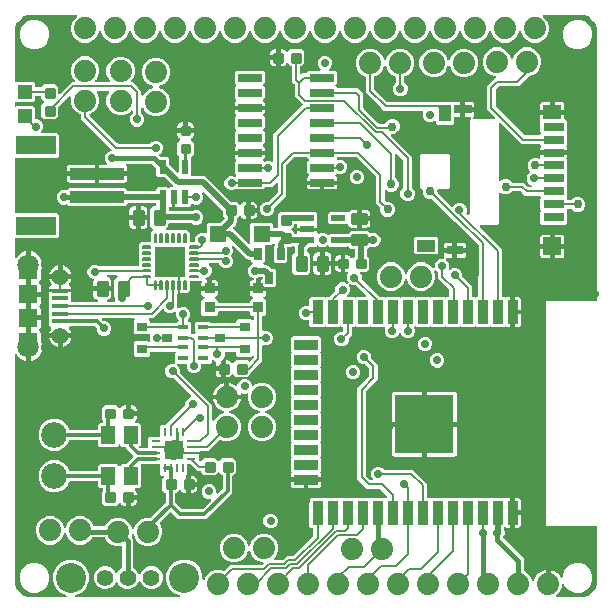
<source format=gbl>
G04 EAGLE Gerber RS-274X export*
G75*
%MOMM*%
%FSLAX34Y34*%
%LPD*%
%INBottom Copper*%
%IPPOS*%
%AMOC8*
5,1,8,0,0,1.08239X$1,22.5*%
G01*
%ADD10C,0.254000*%
%ADD11C,0.222250*%
%ADD12R,1.200000X0.550000*%
%ADD13R,1.400000X1.400000*%
%ADD14R,4.600000X1.000000*%
%ADD15R,3.400000X1.600000*%
%ADD16R,0.550000X1.200000*%
%ADD17R,1.200000X1.200000*%
%ADD18R,0.900000X0.900000*%
%ADD19C,0.140000*%
%ADD20R,2.500000X2.500000*%
%ADD21R,0.900000X0.800000*%
%ADD22R,0.635000X1.016000*%
%ADD23R,0.900000X0.450000*%
%ADD24R,0.900000X2.000000*%
%ADD25R,2.000000X0.900000*%
%ADD26R,5.000000X5.000000*%
%ADD27R,2.032000X0.660400*%
%ADD28R,1.500000X1.500000*%
%ADD29R,0.800000X0.280000*%
%ADD30R,0.280000X0.800000*%
%ADD31R,1.240000X1.500000*%
%ADD32C,2.184400*%
%ADD33C,1.879600*%
%ADD34C,1.422400*%
%ADD35C,2.540000*%
%ADD36R,1.350000X0.450000*%
%ADD37R,1.550000X1.500000*%
%ADD38C,1.408000*%
%ADD39C,1.800000*%
%ADD40R,1.750000X0.700000*%
%ADD41R,1.550000X1.000000*%
%ADD42R,1.000000X1.450000*%
%ADD43R,1.500000X1.300000*%
%ADD44R,1.400000X0.800000*%
%ADD45R,1.500000X0.800000*%
%ADD46C,0.706400*%
%ADD47C,0.152400*%
%ADD48C,0.203200*%
%ADD49C,0.508000*%
%ADD50C,0.406400*%
%ADD51C,0.304800*%
%ADD52C,0.200000*%
%ADD53C,0.756400*%

G36*
X51466Y4315D02*
X51466Y4315D01*
X51552Y4317D01*
X51606Y4335D01*
X51662Y4343D01*
X51741Y4378D01*
X51823Y4404D01*
X51870Y4436D01*
X51922Y4459D01*
X51987Y4514D01*
X52059Y4562D01*
X52095Y4606D01*
X52139Y4642D01*
X52186Y4714D01*
X52242Y4780D01*
X52265Y4832D01*
X52296Y4879D01*
X52322Y4961D01*
X52357Y5040D01*
X52365Y5096D01*
X52382Y5150D01*
X52384Y5236D01*
X52396Y5321D01*
X52388Y5377D01*
X52389Y5434D01*
X52368Y5517D01*
X52355Y5602D01*
X52332Y5654D01*
X52318Y5709D01*
X52274Y5783D01*
X52238Y5862D01*
X52201Y5905D01*
X52172Y5954D01*
X52110Y6013D01*
X52054Y6078D01*
X52012Y6104D01*
X51965Y6148D01*
X51836Y6214D01*
X51769Y6256D01*
X47367Y8080D01*
X43080Y12367D01*
X40759Y17968D01*
X40759Y24032D01*
X43080Y29633D01*
X47367Y33920D01*
X52968Y36241D01*
X59032Y36241D01*
X64633Y33920D01*
X68920Y29633D01*
X71241Y24032D01*
X71241Y17968D01*
X68920Y12367D01*
X64633Y8080D01*
X60231Y6256D01*
X60157Y6212D01*
X60078Y6177D01*
X60035Y6140D01*
X59986Y6111D01*
X59927Y6049D01*
X59861Y5993D01*
X59830Y5946D01*
X59791Y5905D01*
X59751Y5828D01*
X59704Y5757D01*
X59686Y5703D01*
X59660Y5652D01*
X59644Y5568D01*
X59618Y5486D01*
X59616Y5429D01*
X59605Y5373D01*
X59613Y5288D01*
X59611Y5202D01*
X59625Y5147D01*
X59630Y5090D01*
X59661Y5010D01*
X59682Y4927D01*
X59711Y4878D01*
X59732Y4825D01*
X59784Y4756D01*
X59828Y4682D01*
X59869Y4643D01*
X59903Y4598D01*
X59972Y4546D01*
X60035Y4488D01*
X60086Y4462D01*
X60131Y4428D01*
X60212Y4397D01*
X60288Y4358D01*
X60337Y4350D01*
X60397Y4327D01*
X60542Y4316D01*
X60619Y4303D01*
X147381Y4303D01*
X147466Y4315D01*
X147552Y4317D01*
X147606Y4335D01*
X147662Y4343D01*
X147741Y4378D01*
X147823Y4404D01*
X147870Y4436D01*
X147922Y4459D01*
X147987Y4514D01*
X148059Y4562D01*
X148095Y4606D01*
X148139Y4642D01*
X148186Y4714D01*
X148242Y4780D01*
X148265Y4832D01*
X148296Y4879D01*
X148322Y4961D01*
X148357Y5040D01*
X148365Y5096D01*
X148382Y5150D01*
X148384Y5236D01*
X148396Y5321D01*
X148388Y5377D01*
X148389Y5434D01*
X148368Y5517D01*
X148355Y5602D01*
X148332Y5654D01*
X148318Y5709D01*
X148274Y5783D01*
X148238Y5862D01*
X148201Y5905D01*
X148172Y5954D01*
X148110Y6013D01*
X148054Y6078D01*
X148012Y6104D01*
X147965Y6148D01*
X147836Y6214D01*
X147769Y6256D01*
X143367Y8080D01*
X139080Y12367D01*
X136759Y17968D01*
X136759Y24032D01*
X139080Y29633D01*
X143367Y33920D01*
X148968Y36241D01*
X155032Y36241D01*
X160633Y33920D01*
X164920Y29633D01*
X167241Y24032D01*
X167241Y20049D01*
X167253Y19964D01*
X167255Y19878D01*
X167273Y19824D01*
X167281Y19768D01*
X167316Y19689D01*
X167342Y19608D01*
X167374Y19560D01*
X167397Y19508D01*
X167452Y19443D01*
X167500Y19371D01*
X167544Y19335D01*
X167580Y19291D01*
X167652Y19244D01*
X167718Y19188D01*
X167770Y19165D01*
X167817Y19134D01*
X167899Y19108D01*
X167978Y19073D01*
X168034Y19065D01*
X168088Y19048D01*
X168174Y19046D01*
X168259Y19034D01*
X168315Y19042D01*
X168372Y19041D01*
X168455Y19062D01*
X168540Y19075D01*
X168592Y19098D01*
X168647Y19113D01*
X168721Y19156D01*
X168800Y19192D01*
X168843Y19229D01*
X168892Y19258D01*
X168951Y19320D01*
X169016Y19376D01*
X169042Y19418D01*
X169086Y19465D01*
X169152Y19594D01*
X169194Y19661D01*
X170479Y22763D01*
X173837Y26121D01*
X178225Y27939D01*
X182975Y27939D01*
X185130Y27046D01*
X185131Y27046D01*
X185133Y27045D01*
X185266Y27011D01*
X185405Y26975D01*
X185407Y26975D01*
X185408Y26975D01*
X185549Y26979D01*
X185689Y26983D01*
X185691Y26984D01*
X185692Y26984D01*
X185827Y27027D01*
X185960Y27070D01*
X185961Y27071D01*
X185963Y27071D01*
X185975Y27080D01*
X186196Y27228D01*
X186216Y27252D01*
X186236Y27266D01*
X190527Y31557D01*
X217594Y31557D01*
X217681Y31569D01*
X217768Y31572D01*
X217821Y31589D01*
X217876Y31597D01*
X217955Y31632D01*
X218039Y31659D01*
X218078Y31687D01*
X218135Y31713D01*
X218248Y31809D01*
X218312Y31854D01*
X218786Y32328D01*
X218804Y32352D01*
X218826Y32371D01*
X218889Y32465D01*
X218957Y32555D01*
X218968Y32583D01*
X218984Y32607D01*
X219018Y32715D01*
X219058Y32821D01*
X219061Y32850D01*
X219070Y32878D01*
X219073Y32991D01*
X219082Y33104D01*
X219076Y33133D01*
X219077Y33162D01*
X219048Y33272D01*
X219026Y33383D01*
X219012Y33409D01*
X219005Y33437D01*
X218947Y33535D01*
X218895Y33635D01*
X218875Y33657D01*
X218860Y33682D01*
X218777Y33759D01*
X218699Y33841D01*
X218674Y33856D01*
X218653Y33876D01*
X218552Y33928D01*
X218454Y33985D01*
X218425Y33992D01*
X218399Y34006D01*
X218322Y34019D01*
X218178Y34055D01*
X218116Y34053D01*
X218068Y34061D01*
X217025Y34061D01*
X212637Y35879D01*
X209279Y39237D01*
X207638Y43199D01*
X207623Y43224D01*
X207614Y43252D01*
X207551Y43346D01*
X207493Y43443D01*
X207472Y43464D01*
X207456Y43488D01*
X207369Y43561D01*
X207287Y43639D01*
X207261Y43652D01*
X207238Y43671D01*
X207135Y43717D01*
X207034Y43769D01*
X207005Y43775D01*
X206978Y43786D01*
X206866Y43802D01*
X206755Y43824D01*
X206726Y43821D01*
X206697Y43825D01*
X206585Y43809D01*
X206472Y43799D01*
X206445Y43789D01*
X206415Y43785D01*
X206312Y43738D01*
X206207Y43697D01*
X206183Y43680D01*
X206156Y43668D01*
X206070Y43594D01*
X205980Y43526D01*
X205962Y43502D01*
X205940Y43483D01*
X205898Y43417D01*
X205810Y43298D01*
X205788Y43240D01*
X205762Y43199D01*
X204121Y39237D01*
X200763Y35879D01*
X196375Y34061D01*
X191625Y34061D01*
X187237Y35879D01*
X183879Y39237D01*
X182061Y43625D01*
X182061Y48375D01*
X183879Y52763D01*
X187237Y56121D01*
X191625Y57939D01*
X196375Y57939D01*
X200763Y56121D01*
X204121Y52763D01*
X205762Y48801D01*
X205777Y48776D01*
X205786Y48748D01*
X205849Y48654D01*
X205907Y48557D01*
X205928Y48536D01*
X205944Y48512D01*
X206031Y48439D01*
X206113Y48361D01*
X206139Y48348D01*
X206162Y48329D01*
X206265Y48283D01*
X206366Y48231D01*
X206395Y48225D01*
X206422Y48214D01*
X206534Y48198D01*
X206645Y48176D01*
X206674Y48179D01*
X206703Y48175D01*
X206815Y48191D01*
X206928Y48201D01*
X206955Y48211D01*
X206984Y48215D01*
X207088Y48262D01*
X207193Y48303D01*
X207217Y48320D01*
X207244Y48332D01*
X207330Y48406D01*
X207420Y48474D01*
X207438Y48498D01*
X207460Y48517D01*
X207502Y48583D01*
X207590Y48702D01*
X207612Y48760D01*
X207638Y48801D01*
X209279Y52763D01*
X212637Y56121D01*
X217025Y57939D01*
X221775Y57939D01*
X226163Y56121D01*
X229521Y52763D01*
X231339Y48375D01*
X231339Y43625D01*
X229521Y39237D01*
X228068Y37784D01*
X228050Y37760D01*
X228028Y37741D01*
X227965Y37647D01*
X227897Y37557D01*
X227886Y37529D01*
X227870Y37505D01*
X227836Y37397D01*
X227796Y37291D01*
X227793Y37262D01*
X227784Y37234D01*
X227781Y37120D01*
X227772Y37008D01*
X227778Y36979D01*
X227777Y36950D01*
X227806Y36840D01*
X227828Y36729D01*
X227842Y36703D01*
X227849Y36675D01*
X227907Y36577D01*
X227959Y36477D01*
X227979Y36455D01*
X227994Y36430D01*
X228077Y36353D01*
X228155Y36271D01*
X228180Y36256D01*
X228201Y36236D01*
X228302Y36184D01*
X228400Y36127D01*
X228428Y36120D01*
X228455Y36106D01*
X228532Y36093D01*
X228676Y36057D01*
X228738Y36059D01*
X228786Y36051D01*
X234571Y36051D01*
X234658Y36063D01*
X234745Y36066D01*
X234798Y36083D01*
X234853Y36091D01*
X234933Y36126D01*
X235016Y36153D01*
X235055Y36181D01*
X235112Y36207D01*
X235225Y36303D01*
X235289Y36348D01*
X238610Y39669D01*
X244131Y39669D01*
X244218Y39681D01*
X244305Y39684D01*
X244358Y39701D01*
X244413Y39709D01*
X244493Y39744D01*
X244576Y39771D01*
X244615Y39799D01*
X244672Y39825D01*
X244785Y39921D01*
X244849Y39966D01*
X261046Y56163D01*
X261098Y56233D01*
X261158Y56297D01*
X261184Y56346D01*
X261217Y56390D01*
X261248Y56472D01*
X261288Y56550D01*
X261296Y56597D01*
X261318Y56656D01*
X261330Y56803D01*
X261343Y56881D01*
X261343Y62444D01*
X261335Y62502D01*
X261337Y62560D01*
X261315Y62642D01*
X261303Y62726D01*
X261280Y62779D01*
X261265Y62835D01*
X261222Y62908D01*
X261187Y62985D01*
X261149Y63030D01*
X261120Y63080D01*
X261058Y63138D01*
X261004Y63202D01*
X260955Y63234D01*
X260912Y63274D01*
X260837Y63313D01*
X260767Y63360D01*
X260711Y63377D01*
X260659Y63404D01*
X260591Y63415D01*
X260496Y63445D01*
X260396Y63448D01*
X260328Y63459D01*
X259348Y63459D01*
X257859Y64948D01*
X257859Y87052D01*
X259348Y88541D01*
X270452Y88541D01*
X270532Y88461D01*
X270579Y88426D01*
X270619Y88383D01*
X270692Y88341D01*
X270759Y88290D01*
X270814Y88269D01*
X270864Y88240D01*
X270946Y88219D01*
X271025Y88189D01*
X271083Y88184D01*
X271140Y88170D01*
X271224Y88172D01*
X271308Y88165D01*
X271366Y88177D01*
X271424Y88179D01*
X271504Y88205D01*
X271587Y88221D01*
X271639Y88248D01*
X271695Y88266D01*
X271751Y88306D01*
X271839Y88352D01*
X271912Y88421D01*
X271968Y88461D01*
X272048Y88541D01*
X283152Y88541D01*
X283232Y88461D01*
X283279Y88426D01*
X283319Y88383D01*
X283392Y88341D01*
X283459Y88290D01*
X283514Y88269D01*
X283564Y88240D01*
X283646Y88219D01*
X283725Y88189D01*
X283783Y88184D01*
X283840Y88170D01*
X283924Y88172D01*
X284008Y88165D01*
X284066Y88177D01*
X284124Y88179D01*
X284204Y88205D01*
X284287Y88221D01*
X284339Y88248D01*
X284395Y88266D01*
X284451Y88306D01*
X284539Y88352D01*
X284612Y88421D01*
X284668Y88461D01*
X284748Y88541D01*
X295852Y88541D01*
X295932Y88461D01*
X295979Y88426D01*
X296019Y88383D01*
X296092Y88341D01*
X296159Y88290D01*
X296214Y88269D01*
X296264Y88240D01*
X296346Y88219D01*
X296425Y88189D01*
X296483Y88184D01*
X296540Y88170D01*
X296624Y88172D01*
X296708Y88165D01*
X296766Y88177D01*
X296824Y88179D01*
X296904Y88205D01*
X296987Y88221D01*
X297039Y88248D01*
X297095Y88266D01*
X297151Y88306D01*
X297239Y88352D01*
X297312Y88421D01*
X297368Y88461D01*
X297448Y88541D01*
X308552Y88541D01*
X308632Y88461D01*
X308679Y88426D01*
X308719Y88383D01*
X308792Y88341D01*
X308859Y88290D01*
X308914Y88269D01*
X308964Y88240D01*
X309046Y88219D01*
X309125Y88189D01*
X309183Y88184D01*
X309240Y88170D01*
X309324Y88172D01*
X309408Y88165D01*
X309466Y88177D01*
X309524Y88179D01*
X309604Y88205D01*
X309687Y88221D01*
X309739Y88248D01*
X309795Y88266D01*
X309851Y88306D01*
X309939Y88352D01*
X310012Y88421D01*
X310068Y88461D01*
X310148Y88541D01*
X321252Y88541D01*
X321332Y88461D01*
X321379Y88426D01*
X321419Y88383D01*
X321492Y88341D01*
X321559Y88290D01*
X321614Y88269D01*
X321664Y88240D01*
X321746Y88219D01*
X321825Y88189D01*
X321883Y88184D01*
X321940Y88170D01*
X322024Y88172D01*
X322108Y88165D01*
X322166Y88177D01*
X322224Y88179D01*
X322304Y88205D01*
X322387Y88221D01*
X322439Y88248D01*
X322495Y88266D01*
X322551Y88306D01*
X322639Y88352D01*
X322712Y88421D01*
X322768Y88461D01*
X322848Y88541D01*
X322978Y88541D01*
X323007Y88545D01*
X323037Y88542D01*
X323148Y88565D01*
X323260Y88581D01*
X323286Y88593D01*
X323315Y88598D01*
X323416Y88650D01*
X323519Y88697D01*
X323542Y88716D01*
X323568Y88729D01*
X323650Y88807D01*
X323736Y88880D01*
X323752Y88905D01*
X323774Y88925D01*
X323831Y89023D01*
X323894Y89117D01*
X323903Y89145D01*
X323917Y89170D01*
X323945Y89280D01*
X323980Y89388D01*
X323980Y89418D01*
X323988Y89446D01*
X323984Y89559D01*
X323987Y89672D01*
X323979Y89701D01*
X323978Y89730D01*
X323944Y89838D01*
X323915Y89947D01*
X323900Y89973D01*
X323891Y90001D01*
X323845Y90064D01*
X323770Y90192D01*
X323744Y90216D01*
X323742Y90220D01*
X323721Y90240D01*
X323696Y90274D01*
X317824Y96146D01*
X317754Y96198D01*
X317690Y96258D01*
X317641Y96284D01*
X317597Y96317D01*
X317515Y96348D01*
X317437Y96388D01*
X317390Y96396D01*
X317331Y96418D01*
X317184Y96430D01*
X317106Y96443D01*
X306527Y96443D01*
X300824Y102146D01*
X298443Y104527D01*
X298443Y181473D01*
X308146Y191176D01*
X308198Y191246D01*
X308258Y191310D01*
X308284Y191359D01*
X308317Y191403D01*
X308348Y191485D01*
X308388Y191563D01*
X308396Y191610D01*
X308418Y191669D01*
X308430Y191816D01*
X308443Y191894D01*
X308443Y198106D01*
X308431Y198193D01*
X308428Y198280D01*
X308411Y198333D01*
X308403Y198388D01*
X308368Y198468D01*
X308341Y198551D01*
X308313Y198590D01*
X308287Y198647D01*
X308191Y198760D01*
X308146Y198824D01*
X305340Y201630D01*
X305270Y201682D01*
X305206Y201742D01*
X305157Y201768D01*
X305113Y201801D01*
X305031Y201832D01*
X304953Y201872D01*
X304906Y201880D01*
X304847Y201902D01*
X304700Y201914D01*
X304622Y201927D01*
X302792Y201927D01*
X300560Y202852D01*
X298852Y204560D01*
X297927Y206792D01*
X297927Y209208D01*
X298852Y211440D01*
X300560Y213148D01*
X302792Y214073D01*
X305208Y214073D01*
X307440Y213148D01*
X309148Y211440D01*
X310073Y209208D01*
X310073Y207378D01*
X310085Y207291D01*
X310088Y207204D01*
X310105Y207151D01*
X310113Y207096D01*
X310148Y207016D01*
X310175Y206933D01*
X310203Y206894D01*
X310229Y206837D01*
X310301Y206752D01*
X310322Y206717D01*
X310345Y206694D01*
X310370Y206660D01*
X315557Y201473D01*
X315557Y188527D01*
X305854Y178824D01*
X305802Y178754D01*
X305742Y178690D01*
X305716Y178641D01*
X305683Y178597D01*
X305652Y178515D01*
X305612Y178437D01*
X305604Y178390D01*
X305582Y178331D01*
X305570Y178184D01*
X305557Y178106D01*
X305557Y107894D01*
X305569Y107807D01*
X305572Y107720D01*
X305589Y107667D01*
X305597Y107612D01*
X305632Y107532D01*
X305659Y107449D01*
X305687Y107410D01*
X305713Y107353D01*
X305799Y107251D01*
X305816Y107222D01*
X305831Y107209D01*
X305854Y107176D01*
X309176Y103854D01*
X309246Y103802D01*
X309310Y103742D01*
X309359Y103716D01*
X309403Y103683D01*
X309485Y103652D01*
X309563Y103612D01*
X309610Y103604D01*
X309669Y103582D01*
X309816Y103570D01*
X309894Y103557D01*
X310404Y103557D01*
X310433Y103561D01*
X310462Y103558D01*
X310573Y103581D01*
X310686Y103597D01*
X310712Y103609D01*
X310741Y103614D01*
X310842Y103666D01*
X310945Y103713D01*
X310967Y103732D01*
X310993Y103745D01*
X311076Y103823D01*
X311162Y103896D01*
X311178Y103921D01*
X311200Y103941D01*
X311257Y104039D01*
X311320Y104133D01*
X311328Y104161D01*
X311343Y104186D01*
X311371Y104296D01*
X311405Y104404D01*
X311406Y104433D01*
X311413Y104462D01*
X311410Y104575D01*
X311413Y104688D01*
X311405Y104717D01*
X311404Y104746D01*
X311369Y104854D01*
X311341Y104963D01*
X311326Y104989D01*
X311317Y105017D01*
X311271Y105081D01*
X311196Y105208D01*
X311150Y105251D01*
X311122Y105290D01*
X310852Y105560D01*
X309927Y107792D01*
X309927Y110208D01*
X310852Y112440D01*
X312560Y114148D01*
X314792Y115073D01*
X317208Y115073D01*
X319440Y114148D01*
X320734Y112854D01*
X320804Y112802D01*
X320868Y112742D01*
X320917Y112716D01*
X320961Y112683D01*
X321043Y112652D01*
X321121Y112612D01*
X321168Y112604D01*
X321227Y112582D01*
X321375Y112570D01*
X321452Y112557D01*
X345473Y112557D01*
X357357Y100673D01*
X357357Y89556D01*
X357364Y89502D01*
X357363Y89467D01*
X357364Y89465D01*
X357363Y89440D01*
X357385Y89358D01*
X357397Y89274D01*
X357420Y89221D01*
X357435Y89165D01*
X357478Y89092D01*
X357513Y89015D01*
X357551Y88970D01*
X357580Y88920D01*
X357642Y88862D01*
X357696Y88798D01*
X357745Y88766D01*
X357788Y88726D01*
X357863Y88687D01*
X357933Y88640D01*
X357989Y88623D01*
X358041Y88596D01*
X358109Y88585D01*
X358204Y88555D01*
X358304Y88552D01*
X358372Y88541D01*
X359352Y88541D01*
X359432Y88461D01*
X359479Y88426D01*
X359519Y88383D01*
X359592Y88341D01*
X359659Y88290D01*
X359714Y88269D01*
X359764Y88240D01*
X359846Y88219D01*
X359925Y88189D01*
X359983Y88184D01*
X360040Y88170D01*
X360124Y88172D01*
X360208Y88165D01*
X360266Y88177D01*
X360324Y88179D01*
X360404Y88205D01*
X360487Y88221D01*
X360539Y88248D01*
X360595Y88266D01*
X360651Y88306D01*
X360739Y88352D01*
X360812Y88421D01*
X360868Y88461D01*
X360948Y88541D01*
X372052Y88541D01*
X372132Y88461D01*
X372179Y88426D01*
X372219Y88383D01*
X372292Y88341D01*
X372359Y88290D01*
X372414Y88269D01*
X372464Y88240D01*
X372546Y88219D01*
X372625Y88189D01*
X372683Y88184D01*
X372740Y88170D01*
X372824Y88172D01*
X372908Y88165D01*
X372966Y88177D01*
X373024Y88179D01*
X373104Y88205D01*
X373187Y88221D01*
X373239Y88248D01*
X373295Y88266D01*
X373351Y88306D01*
X373439Y88352D01*
X373512Y88421D01*
X373568Y88461D01*
X373648Y88541D01*
X384752Y88541D01*
X384832Y88461D01*
X384879Y88426D01*
X384919Y88383D01*
X384992Y88341D01*
X385059Y88290D01*
X385114Y88269D01*
X385164Y88240D01*
X385246Y88219D01*
X385325Y88189D01*
X385383Y88184D01*
X385440Y88170D01*
X385524Y88172D01*
X385608Y88165D01*
X385666Y88177D01*
X385724Y88179D01*
X385804Y88205D01*
X385887Y88221D01*
X385939Y88248D01*
X385995Y88266D01*
X386051Y88306D01*
X386139Y88352D01*
X386212Y88421D01*
X386268Y88461D01*
X386348Y88541D01*
X397452Y88541D01*
X397532Y88461D01*
X397579Y88426D01*
X397619Y88383D01*
X397692Y88341D01*
X397759Y88290D01*
X397814Y88269D01*
X397864Y88240D01*
X397946Y88219D01*
X398025Y88189D01*
X398083Y88184D01*
X398140Y88170D01*
X398224Y88172D01*
X398308Y88165D01*
X398366Y88177D01*
X398424Y88179D01*
X398504Y88205D01*
X398587Y88221D01*
X398639Y88248D01*
X398695Y88266D01*
X398751Y88306D01*
X398839Y88352D01*
X398912Y88421D01*
X398968Y88461D01*
X399048Y88541D01*
X410152Y88541D01*
X410232Y88461D01*
X410279Y88426D01*
X410319Y88383D01*
X410392Y88341D01*
X410459Y88290D01*
X410514Y88269D01*
X410564Y88240D01*
X410646Y88219D01*
X410725Y88189D01*
X410783Y88184D01*
X410840Y88170D01*
X410924Y88172D01*
X411008Y88165D01*
X411066Y88177D01*
X411124Y88179D01*
X411204Y88205D01*
X411287Y88221D01*
X411339Y88248D01*
X411395Y88266D01*
X411451Y88306D01*
X411539Y88352D01*
X411612Y88421D01*
X411668Y88461D01*
X411748Y88541D01*
X422852Y88541D01*
X423021Y88372D01*
X423076Y88331D01*
X423124Y88282D01*
X423189Y88246D01*
X423249Y88201D01*
X423312Y88177D01*
X423372Y88143D01*
X423444Y88126D01*
X423514Y88100D01*
X423582Y88094D01*
X423649Y88078D01*
X423723Y88082D01*
X423798Y88076D01*
X423864Y88089D01*
X423932Y88093D01*
X423991Y88115D01*
X424076Y88132D01*
X424177Y88184D01*
X424247Y88210D01*
X424519Y88368D01*
X425166Y88541D01*
X427969Y88541D01*
X427969Y77016D01*
X427977Y76958D01*
X427975Y76900D01*
X427997Y76818D01*
X428009Y76735D01*
X428033Y76681D01*
X428047Y76625D01*
X428090Y76552D01*
X428125Y76475D01*
X428163Y76431D01*
X428193Y76380D01*
X428254Y76323D01*
X428309Y76258D01*
X428357Y76226D01*
X428400Y76186D01*
X428475Y76147D01*
X428545Y76101D01*
X428601Y76083D01*
X428653Y76056D01*
X428721Y76045D01*
X428816Y76015D01*
X428916Y76012D01*
X428984Y76001D01*
X430001Y76001D01*
X430001Y75999D01*
X428984Y75999D01*
X428926Y75991D01*
X428868Y75992D01*
X428786Y75971D01*
X428703Y75959D01*
X428649Y75935D01*
X428593Y75921D01*
X428520Y75878D01*
X428443Y75843D01*
X428398Y75805D01*
X428348Y75775D01*
X428290Y75714D01*
X428226Y75659D01*
X428194Y75611D01*
X428154Y75568D01*
X428115Y75493D01*
X428069Y75423D01*
X428051Y75367D01*
X428024Y75315D01*
X428013Y75247D01*
X427983Y75152D01*
X427980Y75052D01*
X427969Y74984D01*
X427969Y63459D01*
X425166Y63459D01*
X424519Y63632D01*
X424247Y63790D01*
X424184Y63815D01*
X424125Y63850D01*
X424053Y63868D01*
X423983Y63896D01*
X423915Y63903D01*
X423849Y63920D01*
X423775Y63917D01*
X423701Y63925D01*
X423633Y63913D01*
X423565Y63911D01*
X423494Y63888D01*
X423421Y63874D01*
X423360Y63844D01*
X423295Y63823D01*
X423244Y63787D01*
X423166Y63748D01*
X423082Y63671D01*
X423021Y63628D01*
X422678Y63285D01*
X422626Y63215D01*
X422566Y63151D01*
X422540Y63102D01*
X422507Y63058D01*
X422476Y62976D01*
X422436Y62898D01*
X422428Y62851D01*
X422406Y62792D01*
X422394Y62644D01*
X422381Y62567D01*
X422381Y62080D01*
X422385Y62050D01*
X422383Y62019D01*
X422400Y61942D01*
X422421Y61799D01*
X422447Y61740D01*
X422458Y61692D01*
X423073Y60208D01*
X423073Y57792D01*
X422119Y55489D01*
X422075Y55430D01*
X422054Y55376D01*
X422024Y55325D01*
X422003Y55243D01*
X421973Y55165D01*
X421968Y55106D01*
X421954Y55049D01*
X421957Y54965D01*
X421950Y54881D01*
X421961Y54824D01*
X421963Y54765D01*
X421989Y54685D01*
X422005Y54603D01*
X422032Y54551D01*
X422050Y54495D01*
X422090Y54439D01*
X422136Y54350D01*
X422205Y54278D01*
X422245Y54221D01*
X439173Y37294D01*
X439173Y27707D01*
X439173Y27705D01*
X439173Y27704D01*
X439193Y27564D01*
X439213Y27425D01*
X439213Y27424D01*
X439213Y27422D01*
X439270Y27296D01*
X439329Y27166D01*
X439330Y27165D01*
X439331Y27163D01*
X439423Y27055D01*
X439512Y26949D01*
X439514Y26948D01*
X439515Y26947D01*
X439528Y26939D01*
X439749Y26791D01*
X439778Y26782D01*
X439799Y26769D01*
X441363Y26121D01*
X444721Y22763D01*
X446427Y18645D01*
X446447Y18610D01*
X446460Y18572D01*
X446478Y18548D01*
X446488Y18521D01*
X446533Y18465D01*
X446571Y18400D01*
X446601Y18372D01*
X446624Y18339D01*
X446647Y18320D01*
X446665Y18298D01*
X446723Y18257D01*
X446778Y18205D01*
X446814Y18186D01*
X446845Y18161D01*
X446873Y18149D01*
X446896Y18133D01*
X446963Y18109D01*
X447031Y18074D01*
X447070Y18067D01*
X447107Y18051D01*
X447138Y18048D01*
X447164Y18038D01*
X447235Y18034D01*
X447310Y18019D01*
X447350Y18023D01*
X447390Y18018D01*
X447420Y18023D01*
X447448Y18022D01*
X447517Y18037D01*
X447593Y18044D01*
X447630Y18058D01*
X447670Y18065D01*
X447698Y18078D01*
X447725Y18084D01*
X447788Y18119D01*
X447858Y18146D01*
X447890Y18170D01*
X447926Y18187D01*
X447949Y18208D01*
X447974Y18221D01*
X448025Y18272D01*
X448085Y18317D01*
X448109Y18349D01*
X448139Y18376D01*
X448155Y18402D01*
X448175Y18422D01*
X448204Y18476D01*
X448255Y18545D01*
X448269Y18583D01*
X448291Y18616D01*
X448305Y18671D01*
X448331Y18720D01*
X448936Y20583D01*
X449789Y22257D01*
X450894Y23778D01*
X452222Y25106D01*
X453743Y26211D01*
X455417Y27064D01*
X457204Y27645D01*
X457969Y27766D01*
X457969Y17016D01*
X457977Y16958D01*
X457975Y16900D01*
X457997Y16818D01*
X458009Y16735D01*
X458033Y16681D01*
X458047Y16625D01*
X458090Y16552D01*
X458125Y16475D01*
X458163Y16431D01*
X458193Y16380D01*
X458254Y16323D01*
X458309Y16258D01*
X458357Y16226D01*
X458400Y16186D01*
X458475Y16147D01*
X458545Y16101D01*
X458601Y16083D01*
X458653Y16056D01*
X458721Y16045D01*
X458816Y16015D01*
X458916Y16012D01*
X458984Y16001D01*
X461016Y16001D01*
X461074Y16009D01*
X461132Y16008D01*
X461214Y16029D01*
X461297Y16041D01*
X461351Y16065D01*
X461407Y16079D01*
X461480Y16122D01*
X461557Y16157D01*
X461602Y16195D01*
X461652Y16225D01*
X461710Y16286D01*
X461774Y16341D01*
X461806Y16389D01*
X461846Y16432D01*
X461885Y16507D01*
X461931Y16577D01*
X461949Y16633D01*
X461976Y16685D01*
X461987Y16753D01*
X462017Y16848D01*
X462020Y16948D01*
X462031Y17016D01*
X462031Y27766D01*
X462796Y27645D01*
X464583Y27064D01*
X466257Y26211D01*
X467778Y25106D01*
X469106Y23778D01*
X470211Y22257D01*
X470539Y21613D01*
X470566Y21575D01*
X470585Y21533D01*
X470647Y21459D01*
X470703Y21380D01*
X470739Y21351D01*
X470769Y21316D01*
X470849Y21262D01*
X470924Y21201D01*
X470967Y21184D01*
X471005Y21158D01*
X471097Y21129D01*
X471186Y21091D01*
X471232Y21086D01*
X471276Y21072D01*
X471373Y21070D01*
X471469Y21058D01*
X471514Y21066D01*
X471560Y21065D01*
X471654Y21089D01*
X471749Y21105D01*
X471791Y21125D01*
X471835Y21137D01*
X471918Y21186D01*
X472006Y21228D01*
X472040Y21258D01*
X472080Y21282D01*
X472146Y21352D01*
X472218Y21416D01*
X472243Y21456D01*
X472274Y21489D01*
X472318Y21575D01*
X472370Y21657D01*
X472383Y21701D01*
X472404Y21742D01*
X472416Y21817D01*
X472449Y21930D01*
X472449Y22013D01*
X472459Y22073D01*
X472459Y23494D01*
X474369Y28104D01*
X477896Y31631D01*
X482506Y33541D01*
X487494Y33541D01*
X492104Y31631D01*
X495631Y28104D01*
X497541Y23494D01*
X497541Y18506D01*
X495631Y13896D01*
X492104Y10369D01*
X487494Y8459D01*
X482506Y8459D01*
X477896Y10369D01*
X474368Y13896D01*
X473855Y15136D01*
X473852Y15141D01*
X473850Y15147D01*
X473780Y15264D01*
X473711Y15381D01*
X473706Y15385D01*
X473703Y15390D01*
X473603Y15483D01*
X473504Y15576D01*
X473498Y15579D01*
X473494Y15583D01*
X473372Y15644D01*
X473251Y15706D01*
X473245Y15707D01*
X473239Y15710D01*
X473106Y15735D01*
X472972Y15761D01*
X472966Y15761D01*
X472960Y15762D01*
X472824Y15748D01*
X472689Y15737D01*
X472683Y15734D01*
X472677Y15734D01*
X472550Y15683D01*
X472424Y15635D01*
X472419Y15631D01*
X472413Y15629D01*
X472305Y15545D01*
X472197Y15463D01*
X472193Y15458D01*
X472188Y15454D01*
X472108Y15344D01*
X472027Y15235D01*
X472025Y15229D01*
X472021Y15224D01*
X472007Y15183D01*
X471926Y14969D01*
X471923Y14934D01*
X471914Y14906D01*
X471645Y13204D01*
X471064Y11417D01*
X470211Y9743D01*
X469106Y8222D01*
X467778Y6894D01*
X466739Y6139D01*
X466661Y6064D01*
X466578Y5993D01*
X466559Y5965D01*
X466535Y5942D01*
X466481Y5847D01*
X466421Y5757D01*
X466410Y5724D01*
X466393Y5695D01*
X466368Y5590D01*
X466335Y5486D01*
X466334Y5452D01*
X466326Y5419D01*
X466330Y5310D01*
X466327Y5202D01*
X466336Y5169D01*
X466337Y5135D01*
X466372Y5032D01*
X466399Y4927D01*
X466417Y4897D01*
X466427Y4865D01*
X466489Y4776D01*
X466545Y4682D01*
X466569Y4659D01*
X466588Y4631D01*
X466673Y4562D01*
X466752Y4488D01*
X466782Y4472D01*
X466808Y4451D01*
X466908Y4408D01*
X467005Y4358D01*
X467035Y4353D01*
X467069Y4338D01*
X467286Y4311D01*
X467336Y4303D01*
X487929Y4303D01*
X487985Y4311D01*
X488028Y4308D01*
X490516Y4553D01*
X490793Y4620D01*
X490799Y4624D01*
X490805Y4625D01*
X495403Y6529D01*
X495429Y6545D01*
X495459Y6555D01*
X495523Y6600D01*
X495648Y6674D01*
X495692Y6721D01*
X495732Y6749D01*
X499251Y10268D01*
X499269Y10293D01*
X499293Y10313D01*
X499335Y10379D01*
X499422Y10495D01*
X499444Y10555D01*
X499471Y10597D01*
X501375Y15194D01*
X501446Y15470D01*
X501446Y15477D01*
X501447Y15484D01*
X501692Y17972D01*
X501690Y18028D01*
X501697Y18071D01*
X501697Y63500D01*
X501689Y63558D01*
X501691Y63616D01*
X501669Y63698D01*
X501657Y63782D01*
X501634Y63835D01*
X501619Y63891D01*
X501576Y63964D01*
X501541Y64041D01*
X501503Y64086D01*
X501474Y64136D01*
X501412Y64194D01*
X501358Y64258D01*
X501309Y64290D01*
X501266Y64330D01*
X501191Y64369D01*
X501121Y64416D01*
X501065Y64433D01*
X501013Y64460D01*
X500945Y64471D01*
X500850Y64501D01*
X500750Y64504D01*
X500682Y64515D01*
X458515Y64515D01*
X458515Y254985D01*
X500682Y254985D01*
X500740Y254993D01*
X500798Y254991D01*
X500880Y255013D01*
X500964Y255025D01*
X501017Y255049D01*
X501073Y255063D01*
X501146Y255106D01*
X501223Y255141D01*
X501268Y255179D01*
X501318Y255209D01*
X501376Y255270D01*
X501440Y255325D01*
X501472Y255373D01*
X501512Y255416D01*
X501551Y255491D01*
X501598Y255561D01*
X501615Y255617D01*
X501642Y255669D01*
X501653Y255737D01*
X501683Y255832D01*
X501686Y255932D01*
X501697Y256000D01*
X501697Y483929D01*
X501689Y483985D01*
X501692Y484028D01*
X501447Y486516D01*
X501380Y486793D01*
X501376Y486799D01*
X501375Y486805D01*
X499471Y491403D01*
X499455Y491429D01*
X499445Y491459D01*
X499400Y491523D01*
X499326Y491648D01*
X499279Y491692D01*
X499251Y491732D01*
X495732Y495251D01*
X495707Y495269D01*
X495687Y495293D01*
X495621Y495335D01*
X495505Y495422D01*
X495445Y495444D01*
X495403Y495471D01*
X490805Y497375D01*
X490530Y497446D01*
X490523Y497446D01*
X490516Y497447D01*
X488028Y497692D01*
X487972Y497690D01*
X487929Y497697D01*
X456638Y497697D01*
X456609Y497693D01*
X456579Y497696D01*
X456468Y497673D01*
X456356Y497657D01*
X456329Y497645D01*
X456301Y497640D01*
X456200Y497587D01*
X456097Y497541D01*
X456074Y497522D01*
X456048Y497509D01*
X455966Y497431D01*
X455880Y497358D01*
X455864Y497333D01*
X455842Y497313D01*
X455785Y497215D01*
X455722Y497121D01*
X455713Y497093D01*
X455699Y497068D01*
X455671Y496958D01*
X455636Y496850D01*
X455636Y496820D01*
X455628Y496792D01*
X455632Y496679D01*
X455629Y496566D01*
X455637Y496537D01*
X455637Y496508D01*
X455672Y496400D01*
X455701Y496291D01*
X455716Y496265D01*
X455725Y496237D01*
X455770Y496174D01*
X455846Y496046D01*
X455892Y496003D01*
X455920Y495964D01*
X459121Y492763D01*
X460939Y488375D01*
X460939Y483625D01*
X459121Y479237D01*
X455763Y475879D01*
X451375Y474061D01*
X446625Y474061D01*
X442237Y475879D01*
X438879Y479237D01*
X437238Y483199D01*
X437223Y483224D01*
X437214Y483252D01*
X437151Y483346D01*
X437093Y483443D01*
X437072Y483464D01*
X437056Y483488D01*
X436969Y483561D01*
X436887Y483639D01*
X436861Y483652D01*
X436838Y483671D01*
X436735Y483717D01*
X436634Y483769D01*
X436605Y483775D01*
X436578Y483786D01*
X436466Y483802D01*
X436355Y483824D01*
X436326Y483821D01*
X436297Y483825D01*
X436185Y483809D01*
X436072Y483799D01*
X436045Y483789D01*
X436016Y483785D01*
X435912Y483738D01*
X435807Y483697D01*
X435783Y483680D01*
X435756Y483668D01*
X435670Y483594D01*
X435580Y483526D01*
X435562Y483502D01*
X435540Y483483D01*
X435498Y483417D01*
X435410Y483298D01*
X435388Y483240D01*
X435362Y483199D01*
X433721Y479237D01*
X430363Y475879D01*
X425975Y474061D01*
X421225Y474061D01*
X416837Y475879D01*
X413479Y479237D01*
X411838Y483199D01*
X411823Y483224D01*
X411814Y483252D01*
X411751Y483346D01*
X411693Y483443D01*
X411672Y483464D01*
X411656Y483488D01*
X411569Y483561D01*
X411487Y483639D01*
X411461Y483652D01*
X411438Y483671D01*
X411335Y483717D01*
X411234Y483769D01*
X411205Y483775D01*
X411178Y483786D01*
X411066Y483802D01*
X410955Y483824D01*
X410926Y483821D01*
X410897Y483825D01*
X410785Y483809D01*
X410672Y483799D01*
X410645Y483789D01*
X410616Y483785D01*
X410512Y483738D01*
X410407Y483697D01*
X410383Y483680D01*
X410356Y483668D01*
X410270Y483594D01*
X410180Y483526D01*
X410162Y483502D01*
X410140Y483483D01*
X410098Y483417D01*
X410010Y483298D01*
X409988Y483240D01*
X409962Y483199D01*
X408321Y479237D01*
X404963Y475879D01*
X400575Y474061D01*
X395825Y474061D01*
X391437Y475879D01*
X388079Y479237D01*
X386438Y483199D01*
X386423Y483224D01*
X386414Y483252D01*
X386351Y483346D01*
X386293Y483443D01*
X386272Y483464D01*
X386256Y483488D01*
X386169Y483561D01*
X386087Y483639D01*
X386061Y483652D01*
X386038Y483671D01*
X385935Y483717D01*
X385834Y483769D01*
X385805Y483775D01*
X385778Y483786D01*
X385666Y483802D01*
X385555Y483824D01*
X385526Y483821D01*
X385497Y483825D01*
X385385Y483809D01*
X385272Y483799D01*
X385245Y483789D01*
X385216Y483785D01*
X385112Y483738D01*
X385007Y483697D01*
X384983Y483680D01*
X384956Y483668D01*
X384870Y483594D01*
X384780Y483526D01*
X384762Y483502D01*
X384740Y483483D01*
X384698Y483417D01*
X384610Y483298D01*
X384588Y483240D01*
X384562Y483199D01*
X382921Y479237D01*
X379563Y475879D01*
X375175Y474061D01*
X370425Y474061D01*
X366037Y475879D01*
X362679Y479237D01*
X361038Y483199D01*
X361023Y483224D01*
X361014Y483252D01*
X360951Y483346D01*
X360893Y483443D01*
X360872Y483464D01*
X360856Y483488D01*
X360769Y483561D01*
X360687Y483639D01*
X360661Y483652D01*
X360638Y483671D01*
X360535Y483717D01*
X360434Y483769D01*
X360405Y483775D01*
X360378Y483786D01*
X360266Y483802D01*
X360155Y483824D01*
X360126Y483821D01*
X360097Y483825D01*
X359985Y483809D01*
X359872Y483799D01*
X359845Y483789D01*
X359816Y483785D01*
X359712Y483738D01*
X359607Y483697D01*
X359583Y483680D01*
X359556Y483668D01*
X359470Y483594D01*
X359380Y483526D01*
X359362Y483502D01*
X359340Y483483D01*
X359298Y483417D01*
X359210Y483298D01*
X359188Y483240D01*
X359162Y483199D01*
X357521Y479237D01*
X354163Y475879D01*
X349775Y474061D01*
X345025Y474061D01*
X340637Y475879D01*
X337279Y479237D01*
X335638Y483199D01*
X335623Y483224D01*
X335614Y483252D01*
X335551Y483346D01*
X335493Y483443D01*
X335472Y483464D01*
X335456Y483488D01*
X335369Y483561D01*
X335287Y483639D01*
X335261Y483652D01*
X335238Y483671D01*
X335135Y483717D01*
X335034Y483769D01*
X335005Y483775D01*
X334978Y483786D01*
X334866Y483802D01*
X334755Y483824D01*
X334726Y483821D01*
X334697Y483825D01*
X334585Y483809D01*
X334472Y483799D01*
X334445Y483789D01*
X334416Y483785D01*
X334312Y483738D01*
X334207Y483697D01*
X334183Y483680D01*
X334156Y483668D01*
X334070Y483594D01*
X333980Y483526D01*
X333962Y483502D01*
X333940Y483483D01*
X333898Y483417D01*
X333810Y483298D01*
X333788Y483240D01*
X333762Y483199D01*
X332121Y479237D01*
X328763Y475879D01*
X324375Y474061D01*
X319625Y474061D01*
X315237Y475879D01*
X311879Y479237D01*
X310238Y483199D01*
X310223Y483224D01*
X310214Y483252D01*
X310151Y483346D01*
X310093Y483443D01*
X310072Y483464D01*
X310056Y483488D01*
X309969Y483561D01*
X309887Y483639D01*
X309861Y483652D01*
X309838Y483671D01*
X309735Y483717D01*
X309634Y483769D01*
X309605Y483775D01*
X309578Y483786D01*
X309466Y483802D01*
X309355Y483824D01*
X309326Y483821D01*
X309297Y483825D01*
X309185Y483809D01*
X309072Y483799D01*
X309045Y483789D01*
X309016Y483785D01*
X308912Y483738D01*
X308807Y483697D01*
X308783Y483680D01*
X308756Y483668D01*
X308670Y483594D01*
X308580Y483526D01*
X308562Y483502D01*
X308540Y483483D01*
X308498Y483417D01*
X308410Y483298D01*
X308388Y483240D01*
X308362Y483199D01*
X306721Y479237D01*
X303363Y475879D01*
X298975Y474061D01*
X294225Y474061D01*
X289837Y475879D01*
X286479Y479237D01*
X284838Y483199D01*
X284823Y483224D01*
X284814Y483252D01*
X284751Y483346D01*
X284693Y483443D01*
X284672Y483464D01*
X284656Y483488D01*
X284569Y483561D01*
X284487Y483639D01*
X284461Y483652D01*
X284438Y483671D01*
X284335Y483717D01*
X284234Y483769D01*
X284205Y483775D01*
X284178Y483786D01*
X284066Y483802D01*
X283955Y483824D01*
X283926Y483821D01*
X283897Y483825D01*
X283785Y483809D01*
X283672Y483799D01*
X283645Y483789D01*
X283616Y483785D01*
X283512Y483738D01*
X283407Y483697D01*
X283383Y483680D01*
X283356Y483668D01*
X283270Y483594D01*
X283180Y483526D01*
X283162Y483502D01*
X283140Y483483D01*
X283098Y483417D01*
X283010Y483298D01*
X282988Y483240D01*
X282962Y483199D01*
X281321Y479237D01*
X277963Y475879D01*
X273575Y474061D01*
X268825Y474061D01*
X264437Y475879D01*
X261079Y479237D01*
X259438Y483199D01*
X259423Y483224D01*
X259414Y483252D01*
X259351Y483346D01*
X259293Y483443D01*
X259272Y483464D01*
X259256Y483488D01*
X259169Y483561D01*
X259087Y483639D01*
X259061Y483652D01*
X259038Y483671D01*
X258935Y483717D01*
X258834Y483769D01*
X258805Y483775D01*
X258778Y483786D01*
X258666Y483802D01*
X258555Y483824D01*
X258526Y483821D01*
X258497Y483825D01*
X258385Y483809D01*
X258272Y483799D01*
X258245Y483789D01*
X258216Y483785D01*
X258112Y483738D01*
X258007Y483697D01*
X257983Y483680D01*
X257956Y483668D01*
X257870Y483594D01*
X257780Y483526D01*
X257762Y483502D01*
X257740Y483483D01*
X257698Y483417D01*
X257610Y483298D01*
X257588Y483240D01*
X257562Y483199D01*
X255921Y479237D01*
X252563Y475879D01*
X248175Y474061D01*
X243425Y474061D01*
X239037Y475879D01*
X235679Y479237D01*
X234038Y483199D01*
X234023Y483224D01*
X234014Y483252D01*
X233951Y483346D01*
X233893Y483443D01*
X233872Y483464D01*
X233856Y483488D01*
X233769Y483561D01*
X233687Y483639D01*
X233661Y483652D01*
X233638Y483671D01*
X233535Y483717D01*
X233434Y483769D01*
X233405Y483775D01*
X233378Y483786D01*
X233266Y483802D01*
X233155Y483824D01*
X233126Y483821D01*
X233097Y483825D01*
X232985Y483809D01*
X232872Y483799D01*
X232845Y483789D01*
X232816Y483785D01*
X232712Y483738D01*
X232607Y483697D01*
X232583Y483680D01*
X232556Y483668D01*
X232470Y483594D01*
X232380Y483526D01*
X232362Y483502D01*
X232340Y483483D01*
X232298Y483417D01*
X232210Y483298D01*
X232188Y483240D01*
X232162Y483199D01*
X230521Y479237D01*
X227163Y475879D01*
X222775Y474061D01*
X218025Y474061D01*
X213637Y475879D01*
X210279Y479237D01*
X208638Y483199D01*
X208623Y483224D01*
X208614Y483252D01*
X208551Y483346D01*
X208493Y483443D01*
X208472Y483464D01*
X208456Y483488D01*
X208369Y483561D01*
X208287Y483639D01*
X208261Y483652D01*
X208238Y483671D01*
X208135Y483717D01*
X208034Y483769D01*
X208005Y483775D01*
X207978Y483786D01*
X207866Y483802D01*
X207755Y483824D01*
X207726Y483821D01*
X207697Y483825D01*
X207585Y483809D01*
X207472Y483799D01*
X207445Y483789D01*
X207416Y483785D01*
X207312Y483738D01*
X207207Y483697D01*
X207183Y483680D01*
X207156Y483668D01*
X207070Y483594D01*
X206980Y483526D01*
X206962Y483502D01*
X206940Y483483D01*
X206898Y483417D01*
X206810Y483298D01*
X206788Y483240D01*
X206762Y483199D01*
X205121Y479237D01*
X201763Y475879D01*
X197375Y474061D01*
X192625Y474061D01*
X188237Y475879D01*
X184879Y479237D01*
X183238Y483199D01*
X183223Y483224D01*
X183214Y483252D01*
X183151Y483346D01*
X183093Y483443D01*
X183072Y483464D01*
X183056Y483488D01*
X182969Y483561D01*
X182887Y483639D01*
X182861Y483652D01*
X182838Y483671D01*
X182735Y483717D01*
X182634Y483769D01*
X182605Y483775D01*
X182578Y483786D01*
X182466Y483802D01*
X182355Y483824D01*
X182326Y483821D01*
X182297Y483825D01*
X182185Y483809D01*
X182072Y483799D01*
X182045Y483789D01*
X182015Y483785D01*
X181912Y483738D01*
X181807Y483697D01*
X181783Y483680D01*
X181756Y483668D01*
X181670Y483594D01*
X181580Y483526D01*
X181562Y483502D01*
X181540Y483483D01*
X181498Y483417D01*
X181410Y483298D01*
X181388Y483240D01*
X181362Y483199D01*
X179721Y479237D01*
X176363Y475879D01*
X171975Y474061D01*
X167225Y474061D01*
X162837Y475879D01*
X159479Y479237D01*
X157838Y483199D01*
X157823Y483224D01*
X157814Y483252D01*
X157751Y483346D01*
X157693Y483443D01*
X157672Y483464D01*
X157656Y483488D01*
X157569Y483561D01*
X157487Y483639D01*
X157461Y483652D01*
X157438Y483671D01*
X157335Y483717D01*
X157234Y483769D01*
X157205Y483775D01*
X157178Y483786D01*
X157066Y483802D01*
X156955Y483824D01*
X156926Y483821D01*
X156897Y483825D01*
X156785Y483809D01*
X156672Y483799D01*
X156645Y483789D01*
X156616Y483785D01*
X156512Y483738D01*
X156407Y483697D01*
X156383Y483680D01*
X156356Y483668D01*
X156270Y483594D01*
X156180Y483526D01*
X156162Y483502D01*
X156140Y483483D01*
X156098Y483417D01*
X156010Y483298D01*
X155988Y483240D01*
X155962Y483199D01*
X154321Y479237D01*
X150963Y475879D01*
X146575Y474061D01*
X141825Y474061D01*
X137437Y475879D01*
X134079Y479237D01*
X132438Y483199D01*
X132423Y483224D01*
X132414Y483252D01*
X132351Y483346D01*
X132293Y483443D01*
X132272Y483464D01*
X132256Y483488D01*
X132169Y483561D01*
X132087Y483639D01*
X132061Y483652D01*
X132038Y483671D01*
X131935Y483717D01*
X131834Y483769D01*
X131805Y483775D01*
X131778Y483786D01*
X131666Y483802D01*
X131555Y483824D01*
X131526Y483821D01*
X131497Y483825D01*
X131385Y483809D01*
X131272Y483799D01*
X131245Y483789D01*
X131216Y483785D01*
X131112Y483738D01*
X131007Y483697D01*
X130983Y483680D01*
X130956Y483668D01*
X130870Y483594D01*
X130780Y483526D01*
X130762Y483502D01*
X130740Y483483D01*
X130698Y483417D01*
X130610Y483298D01*
X130588Y483240D01*
X130562Y483199D01*
X128921Y479237D01*
X125563Y475879D01*
X121175Y474061D01*
X116425Y474061D01*
X112037Y475879D01*
X108679Y479237D01*
X107038Y483199D01*
X107023Y483224D01*
X107014Y483252D01*
X106951Y483346D01*
X106893Y483443D01*
X106872Y483464D01*
X106856Y483488D01*
X106769Y483561D01*
X106687Y483639D01*
X106661Y483652D01*
X106638Y483671D01*
X106535Y483717D01*
X106434Y483769D01*
X106405Y483775D01*
X106378Y483786D01*
X106266Y483802D01*
X106155Y483824D01*
X106126Y483821D01*
X106097Y483825D01*
X105985Y483809D01*
X105872Y483799D01*
X105845Y483789D01*
X105816Y483785D01*
X105712Y483738D01*
X105607Y483697D01*
X105583Y483680D01*
X105556Y483668D01*
X105470Y483594D01*
X105380Y483526D01*
X105362Y483502D01*
X105340Y483483D01*
X105298Y483417D01*
X105210Y483298D01*
X105188Y483240D01*
X105162Y483199D01*
X103521Y479237D01*
X100163Y475879D01*
X95775Y474061D01*
X91025Y474061D01*
X86637Y475879D01*
X83279Y479237D01*
X81638Y483199D01*
X81623Y483224D01*
X81614Y483252D01*
X81551Y483346D01*
X81493Y483443D01*
X81472Y483464D01*
X81456Y483488D01*
X81369Y483561D01*
X81287Y483639D01*
X81261Y483652D01*
X81238Y483671D01*
X81135Y483717D01*
X81034Y483769D01*
X81005Y483775D01*
X80978Y483786D01*
X80866Y483802D01*
X80755Y483824D01*
X80726Y483821D01*
X80697Y483825D01*
X80585Y483809D01*
X80472Y483799D01*
X80445Y483789D01*
X80416Y483785D01*
X80312Y483738D01*
X80207Y483697D01*
X80183Y483680D01*
X80156Y483668D01*
X80070Y483594D01*
X79980Y483526D01*
X79962Y483502D01*
X79940Y483483D01*
X79898Y483417D01*
X79810Y483298D01*
X79788Y483240D01*
X79762Y483199D01*
X78121Y479237D01*
X74763Y475879D01*
X70375Y474061D01*
X65625Y474061D01*
X61237Y475879D01*
X57879Y479237D01*
X56061Y483625D01*
X56061Y488375D01*
X57879Y492763D01*
X61080Y495964D01*
X61098Y495988D01*
X61120Y496007D01*
X61183Y496101D01*
X61251Y496191D01*
X61262Y496219D01*
X61278Y496243D01*
X61312Y496351D01*
X61352Y496457D01*
X61355Y496486D01*
X61364Y496514D01*
X61367Y496628D01*
X61376Y496740D01*
X61370Y496769D01*
X61371Y496798D01*
X61342Y496908D01*
X61320Y497019D01*
X61306Y497045D01*
X61299Y497073D01*
X61241Y497171D01*
X61189Y497271D01*
X61169Y497293D01*
X61154Y497318D01*
X61071Y497395D01*
X60993Y497477D01*
X60968Y497492D01*
X60947Y497512D01*
X60846Y497564D01*
X60748Y497621D01*
X60720Y497628D01*
X60693Y497642D01*
X60616Y497655D01*
X60472Y497691D01*
X60410Y497689D01*
X60362Y497697D01*
X22071Y497697D01*
X22015Y497689D01*
X21972Y497692D01*
X19484Y497447D01*
X19207Y497380D01*
X19201Y497376D01*
X19195Y497375D01*
X14597Y495471D01*
X14571Y495455D01*
X14541Y495445D01*
X14477Y495400D01*
X14352Y495326D01*
X14308Y495279D01*
X14268Y495251D01*
X10749Y491732D01*
X10731Y491707D01*
X10707Y491687D01*
X10665Y491621D01*
X10578Y491505D01*
X10556Y491445D01*
X10529Y491403D01*
X8625Y486805D01*
X8554Y486530D01*
X8554Y486523D01*
X8553Y486516D01*
X8308Y484028D01*
X8310Y483972D01*
X8303Y483929D01*
X8303Y441847D01*
X8307Y441818D01*
X8304Y441789D01*
X8310Y441763D01*
X8309Y441759D01*
X8313Y441744D01*
X8327Y441678D01*
X8343Y441565D01*
X8355Y441539D01*
X8360Y441510D01*
X8413Y441409D01*
X8459Y441306D01*
X8478Y441284D01*
X8491Y441258D01*
X8569Y441175D01*
X8642Y441089D01*
X8667Y441073D01*
X8687Y441051D01*
X8785Y440994D01*
X8879Y440931D01*
X8907Y440923D01*
X8932Y440908D01*
X9042Y440880D01*
X9150Y440846D01*
X9179Y440845D01*
X9208Y440838D01*
X9321Y440841D01*
X9434Y440838D01*
X9463Y440846D01*
X9492Y440847D01*
X9600Y440882D01*
X9709Y440910D01*
X9735Y440925D01*
X9763Y440934D01*
X9826Y440980D01*
X9929Y441041D01*
X24052Y441041D01*
X25541Y439552D01*
X25541Y437072D01*
X25549Y437014D01*
X25547Y436956D01*
X25569Y436874D01*
X25581Y436790D01*
X25604Y436737D01*
X25619Y436681D01*
X25662Y436608D01*
X25697Y436531D01*
X25735Y436486D01*
X25764Y436436D01*
X25826Y436378D01*
X25880Y436314D01*
X25929Y436282D01*
X25972Y436242D01*
X26047Y436203D01*
X26117Y436156D01*
X26173Y436139D01*
X26225Y436112D01*
X26293Y436101D01*
X26388Y436071D01*
X26488Y436068D01*
X26556Y436057D01*
X30184Y436057D01*
X30271Y436069D01*
X30358Y436072D01*
X30411Y436089D01*
X30466Y436097D01*
X30545Y436132D01*
X30629Y436159D01*
X30668Y436187D01*
X30725Y436213D01*
X30838Y436309D01*
X30902Y436354D01*
X33154Y438606D01*
X42846Y438606D01*
X44986Y436466D01*
X44986Y431467D01*
X44990Y431438D01*
X44987Y431408D01*
X45010Y431297D01*
X45026Y431185D01*
X45038Y431159D01*
X45043Y431130D01*
X45095Y431029D01*
X45142Y430926D01*
X45161Y430903D01*
X45174Y430877D01*
X45252Y430795D01*
X45325Y430709D01*
X45350Y430693D01*
X45370Y430671D01*
X45468Y430614D01*
X45562Y430551D01*
X45590Y430542D01*
X45615Y430528D01*
X45725Y430500D01*
X45833Y430465D01*
X45863Y430465D01*
X45891Y430457D01*
X46004Y430461D01*
X46117Y430458D01*
X46146Y430466D01*
X46175Y430467D01*
X46283Y430501D01*
X46392Y430530D01*
X46418Y430545D01*
X46446Y430554D01*
X46509Y430600D01*
X46637Y430675D01*
X46680Y430721D01*
X46719Y430749D01*
X56527Y440557D01*
X58508Y440557D01*
X58537Y440561D01*
X58567Y440558D01*
X58678Y440581D01*
X58790Y440597D01*
X58817Y440609D01*
X58845Y440614D01*
X58946Y440667D01*
X59049Y440713D01*
X59072Y440732D01*
X59098Y440745D01*
X59180Y440823D01*
X59266Y440896D01*
X59282Y440921D01*
X59304Y440941D01*
X59361Y441039D01*
X59424Y441133D01*
X59433Y441161D01*
X59447Y441186D01*
X59475Y441296D01*
X59510Y441404D01*
X59510Y441434D01*
X59518Y441462D01*
X59514Y441575D01*
X59517Y441688D01*
X59509Y441717D01*
X59509Y441746D01*
X59474Y441854D01*
X59445Y441963D01*
X59430Y441989D01*
X59421Y442017D01*
X59375Y442081D01*
X59300Y442208D01*
X59254Y442251D01*
X59226Y442290D01*
X57879Y443637D01*
X56061Y448025D01*
X56061Y452775D01*
X57879Y457163D01*
X61237Y460521D01*
X65625Y462339D01*
X70375Y462339D01*
X74763Y460521D01*
X78121Y457163D01*
X79939Y452775D01*
X79939Y448025D01*
X78121Y443637D01*
X76774Y442290D01*
X76756Y442266D01*
X76734Y442247D01*
X76671Y442153D01*
X76603Y442063D01*
X76592Y442035D01*
X76576Y442011D01*
X76542Y441903D01*
X76502Y441797D01*
X76499Y441768D01*
X76490Y441740D01*
X76487Y441626D01*
X76478Y441514D01*
X76484Y441485D01*
X76483Y441456D01*
X76512Y441346D01*
X76534Y441235D01*
X76548Y441209D01*
X76555Y441181D01*
X76613Y441083D01*
X76665Y440983D01*
X76685Y440961D01*
X76700Y440936D01*
X76783Y440859D01*
X76861Y440777D01*
X76886Y440762D01*
X76907Y440742D01*
X77008Y440690D01*
X77106Y440633D01*
X77134Y440626D01*
X77161Y440612D01*
X77238Y440599D01*
X77382Y440563D01*
X77444Y440565D01*
X77492Y440557D01*
X88108Y440557D01*
X88137Y440561D01*
X88167Y440558D01*
X88278Y440581D01*
X88390Y440597D01*
X88417Y440609D01*
X88445Y440614D01*
X88546Y440667D01*
X88649Y440713D01*
X88672Y440732D01*
X88698Y440745D01*
X88780Y440823D01*
X88866Y440896D01*
X88882Y440921D01*
X88904Y440941D01*
X88961Y441039D01*
X89024Y441133D01*
X89033Y441161D01*
X89047Y441186D01*
X89075Y441296D01*
X89110Y441404D01*
X89110Y441434D01*
X89118Y441462D01*
X89114Y441575D01*
X89117Y441688D01*
X89109Y441717D01*
X89109Y441746D01*
X89074Y441854D01*
X89045Y441963D01*
X89030Y441989D01*
X89021Y442017D01*
X88975Y442081D01*
X88900Y442208D01*
X88854Y442251D01*
X88826Y442290D01*
X87879Y443237D01*
X86061Y447625D01*
X86061Y452375D01*
X87879Y456763D01*
X91237Y460121D01*
X95625Y461939D01*
X100375Y461939D01*
X104763Y460121D01*
X108121Y456763D01*
X109939Y452375D01*
X109939Y447625D01*
X108121Y443237D01*
X107174Y442290D01*
X107156Y442266D01*
X107134Y442247D01*
X107071Y442153D01*
X107003Y442063D01*
X106992Y442035D01*
X106976Y442011D01*
X106942Y441903D01*
X106902Y441797D01*
X106899Y441768D01*
X106890Y441740D01*
X106887Y441626D01*
X106878Y441514D01*
X106884Y441485D01*
X106883Y441456D01*
X106912Y441346D01*
X106934Y441235D01*
X106948Y441209D01*
X106955Y441181D01*
X107013Y441083D01*
X107065Y440983D01*
X107085Y440961D01*
X107100Y440936D01*
X107183Y440859D01*
X107261Y440777D01*
X107286Y440762D01*
X107307Y440742D01*
X107408Y440690D01*
X107506Y440633D01*
X107534Y440626D01*
X107561Y440612D01*
X107638Y440599D01*
X107782Y440563D01*
X107844Y440565D01*
X107892Y440557D01*
X108473Y440557D01*
X110854Y438176D01*
X113176Y435854D01*
X115557Y433473D01*
X115557Y430261D01*
X115569Y430176D01*
X115571Y430090D01*
X115589Y430036D01*
X115597Y429979D01*
X115632Y429901D01*
X115658Y429819D01*
X115690Y429772D01*
X115713Y429720D01*
X115768Y429654D01*
X115816Y429583D01*
X115860Y429546D01*
X115896Y429503D01*
X115968Y429455D01*
X116034Y429400D01*
X116086Y429377D01*
X116133Y429345D01*
X116215Y429319D01*
X116294Y429284D01*
X116350Y429277D01*
X116404Y429259D01*
X116490Y429257D01*
X116575Y429245D01*
X116631Y429254D01*
X116688Y429252D01*
X116771Y429274D01*
X116857Y429286D01*
X116908Y429310D01*
X116963Y429324D01*
X117037Y429368D01*
X117116Y429403D01*
X117159Y429440D01*
X117208Y429469D01*
X117267Y429532D01*
X117332Y429588D01*
X117358Y429630D01*
X117402Y429677D01*
X117468Y429806D01*
X117510Y429872D01*
X117879Y430763D01*
X121237Y434121D01*
X125199Y435762D01*
X125224Y435777D01*
X125252Y435786D01*
X125346Y435849D01*
X125443Y435907D01*
X125464Y435928D01*
X125488Y435944D01*
X125561Y436031D01*
X125639Y436113D01*
X125652Y436139D01*
X125671Y436162D01*
X125717Y436265D01*
X125769Y436366D01*
X125775Y436395D01*
X125786Y436422D01*
X125802Y436534D01*
X125824Y436645D01*
X125821Y436674D01*
X125825Y436703D01*
X125809Y436815D01*
X125799Y436928D01*
X125789Y436955D01*
X125785Y436984D01*
X125738Y437088D01*
X125697Y437193D01*
X125680Y437217D01*
X125668Y437244D01*
X125594Y437330D01*
X125526Y437420D01*
X125502Y437438D01*
X125483Y437460D01*
X125417Y437502D01*
X125298Y437590D01*
X125240Y437612D01*
X125199Y437638D01*
X121237Y439279D01*
X117879Y442637D01*
X116061Y447025D01*
X116061Y451775D01*
X117879Y456163D01*
X121237Y459521D01*
X125625Y461339D01*
X130375Y461339D01*
X134763Y459521D01*
X138121Y456163D01*
X139939Y451775D01*
X139939Y447025D01*
X138121Y442637D01*
X134763Y439279D01*
X130801Y437638D01*
X130776Y437623D01*
X130748Y437614D01*
X130654Y437551D01*
X130557Y437493D01*
X130536Y437472D01*
X130512Y437456D01*
X130439Y437369D01*
X130361Y437287D01*
X130348Y437261D01*
X130329Y437238D01*
X130283Y437135D01*
X130231Y437034D01*
X130225Y437005D01*
X130214Y436978D01*
X130198Y436866D01*
X130176Y436755D01*
X130179Y436726D01*
X130175Y436697D01*
X130191Y436585D01*
X130201Y436472D01*
X130211Y436445D01*
X130215Y436415D01*
X130262Y436312D01*
X130303Y436207D01*
X130320Y436183D01*
X130332Y436156D01*
X130406Y436070D01*
X130474Y435980D01*
X130498Y435962D01*
X130517Y435940D01*
X130583Y435898D01*
X130702Y435810D01*
X130760Y435788D01*
X130801Y435762D01*
X134763Y434121D01*
X138121Y430763D01*
X139939Y426375D01*
X139939Y421625D01*
X138121Y417237D01*
X134763Y413879D01*
X130375Y412061D01*
X125625Y412061D01*
X121237Y413879D01*
X117879Y417237D01*
X117510Y418128D01*
X117466Y418202D01*
X117431Y418280D01*
X117394Y418324D01*
X117365Y418373D01*
X117303Y418432D01*
X117247Y418497D01*
X117200Y418529D01*
X117159Y418568D01*
X117082Y418607D01*
X117011Y418655D01*
X116957Y418672D01*
X116906Y418698D01*
X116822Y418715D01*
X116740Y418741D01*
X116683Y418742D01*
X116627Y418753D01*
X116542Y418746D01*
X116456Y418748D01*
X116401Y418734D01*
X116344Y418729D01*
X116263Y418698D01*
X116181Y418676D01*
X116132Y418647D01*
X116079Y418627D01*
X116010Y418575D01*
X115936Y418531D01*
X115897Y418489D01*
X115852Y418455D01*
X115800Y418386D01*
X115742Y418323D01*
X115716Y418273D01*
X115682Y418227D01*
X115651Y418147D01*
X115612Y418070D01*
X115604Y418022D01*
X115581Y417961D01*
X115570Y417817D01*
X115557Y417739D01*
X115557Y414452D01*
X115565Y414396D01*
X115563Y414347D01*
X115570Y414321D01*
X115572Y414278D01*
X115589Y414225D01*
X115597Y414170D01*
X115628Y414101D01*
X115635Y414072D01*
X115642Y414061D01*
X115659Y414007D01*
X115687Y413968D01*
X115713Y413911D01*
X115774Y413839D01*
X115780Y413828D01*
X115793Y413816D01*
X115809Y413798D01*
X115854Y413734D01*
X117148Y412440D01*
X118073Y410208D01*
X118073Y407792D01*
X117148Y405560D01*
X115440Y403852D01*
X113208Y402927D01*
X110792Y402927D01*
X108560Y403852D01*
X106852Y405560D01*
X105927Y407792D01*
X105927Y410208D01*
X106852Y412440D01*
X108146Y413734D01*
X108198Y413804D01*
X108258Y413868D01*
X108284Y413917D01*
X108317Y413961D01*
X108338Y414016D01*
X108344Y414025D01*
X108351Y414050D01*
X108388Y414121D01*
X108396Y414168D01*
X108418Y414227D01*
X108422Y414272D01*
X108429Y414296D01*
X108431Y414382D01*
X108443Y414452D01*
X108443Y415708D01*
X108439Y415737D01*
X108442Y415767D01*
X108419Y415878D01*
X108403Y415990D01*
X108391Y416017D01*
X108386Y416045D01*
X108333Y416146D01*
X108287Y416249D01*
X108268Y416272D01*
X108255Y416298D01*
X108177Y416380D01*
X108104Y416466D01*
X108079Y416482D01*
X108059Y416504D01*
X107961Y416561D01*
X107867Y416624D01*
X107839Y416633D01*
X107814Y416647D01*
X107704Y416675D01*
X107596Y416710D01*
X107566Y416710D01*
X107538Y416718D01*
X107425Y416714D01*
X107312Y416717D01*
X107283Y416709D01*
X107254Y416709D01*
X107146Y416674D01*
X107037Y416645D01*
X107011Y416630D01*
X106983Y416621D01*
X106920Y416576D01*
X106792Y416500D01*
X106749Y416454D01*
X106710Y416426D01*
X104763Y414479D01*
X100375Y412661D01*
X95625Y412661D01*
X91237Y414479D01*
X87879Y417837D01*
X86061Y422225D01*
X86061Y426975D01*
X87879Y431363D01*
X88226Y431710D01*
X88244Y431734D01*
X88266Y431753D01*
X88329Y431847D01*
X88397Y431937D01*
X88408Y431965D01*
X88424Y431989D01*
X88458Y432097D01*
X88498Y432203D01*
X88501Y432232D01*
X88510Y432260D01*
X88513Y432373D01*
X88522Y432486D01*
X88516Y432515D01*
X88517Y432544D01*
X88488Y432654D01*
X88466Y432765D01*
X88452Y432791D01*
X88445Y432819D01*
X88387Y432917D01*
X88335Y433017D01*
X88315Y433039D01*
X88300Y433064D01*
X88217Y433141D01*
X88139Y433223D01*
X88114Y433238D01*
X88093Y433258D01*
X87992Y433310D01*
X87894Y433367D01*
X87865Y433374D01*
X87839Y433388D01*
X87762Y433401D01*
X87618Y433437D01*
X87556Y433435D01*
X87508Y433443D01*
X78892Y433443D01*
X78863Y433439D01*
X78833Y433442D01*
X78722Y433419D01*
X78610Y433403D01*
X78583Y433391D01*
X78554Y433386D01*
X78454Y433333D01*
X78351Y433287D01*
X78328Y433268D01*
X78302Y433255D01*
X78220Y433177D01*
X78134Y433104D01*
X78117Y433079D01*
X78096Y433059D01*
X78039Y432961D01*
X77976Y432867D01*
X77967Y432839D01*
X77952Y432813D01*
X77925Y432704D01*
X77890Y432596D01*
X77890Y432566D01*
X77882Y432538D01*
X77886Y432425D01*
X77883Y432312D01*
X77891Y432283D01*
X77891Y432254D01*
X77926Y432146D01*
X77955Y432037D01*
X77970Y432011D01*
X77979Y431983D01*
X78025Y431919D01*
X78100Y431792D01*
X78115Y431779D01*
X79939Y427375D01*
X79939Y422625D01*
X78121Y418237D01*
X74763Y414879D01*
X72199Y413817D01*
X72100Y413758D01*
X71998Y413705D01*
X71978Y413686D01*
X71954Y413672D01*
X71875Y413589D01*
X71792Y413510D01*
X71778Y413486D01*
X71759Y413466D01*
X71706Y413364D01*
X71648Y413264D01*
X71641Y413238D01*
X71628Y413213D01*
X71606Y413100D01*
X71578Y412989D01*
X71579Y412961D01*
X71573Y412934D01*
X71583Y412819D01*
X71587Y412705D01*
X71595Y412678D01*
X71598Y412651D01*
X71639Y412543D01*
X71674Y412434D01*
X71689Y412414D01*
X71700Y412385D01*
X71860Y412173D01*
X71869Y412161D01*
X95176Y388854D01*
X95246Y388802D01*
X95310Y388742D01*
X95359Y388716D01*
X95403Y388683D01*
X95485Y388652D01*
X95563Y388612D01*
X95610Y388604D01*
X95669Y388582D01*
X95816Y388570D01*
X95894Y388557D01*
X122548Y388557D01*
X122635Y388569D01*
X122722Y388572D01*
X122775Y388589D01*
X122830Y388597D01*
X122909Y388632D01*
X122993Y388659D01*
X123032Y388687D01*
X123089Y388713D01*
X123202Y388809D01*
X123266Y388854D01*
X124560Y390148D01*
X126792Y391073D01*
X129208Y391073D01*
X131440Y390148D01*
X133148Y388440D01*
X134073Y386208D01*
X134073Y383792D01*
X133148Y381560D01*
X131440Y379852D01*
X131200Y379753D01*
X131101Y379694D01*
X131000Y379641D01*
X130980Y379622D01*
X130956Y379608D01*
X130877Y379524D01*
X130793Y379445D01*
X130779Y379422D01*
X130760Y379401D01*
X130708Y379299D01*
X130650Y379200D01*
X130643Y379173D01*
X130630Y379149D01*
X130608Y379036D01*
X130580Y378925D01*
X130581Y378897D01*
X130575Y378870D01*
X130585Y378755D01*
X130589Y378641D01*
X130597Y378614D01*
X130600Y378587D01*
X130641Y378479D01*
X130676Y378370D01*
X130691Y378350D01*
X130702Y378321D01*
X130863Y378109D01*
X130871Y378097D01*
X131129Y377839D01*
X131199Y377786D01*
X131262Y377727D01*
X131312Y377701D01*
X131356Y377668D01*
X131438Y377637D01*
X131516Y377597D01*
X131563Y377589D01*
X131622Y377567D01*
X131769Y377555D01*
X131847Y377542D01*
X137302Y377542D01*
X138791Y376053D01*
X138791Y371316D01*
X138803Y371229D01*
X138806Y371142D01*
X138823Y371089D01*
X138831Y371035D01*
X138866Y370955D01*
X138893Y370872D01*
X138921Y370832D01*
X138947Y370775D01*
X139043Y370662D01*
X139088Y370598D01*
X145476Y364210D01*
X145500Y364192D01*
X145519Y364170D01*
X145613Y364107D01*
X145703Y364039D01*
X145731Y364029D01*
X145755Y364012D01*
X145863Y363978D01*
X145969Y363938D01*
X145998Y363936D01*
X146026Y363927D01*
X146140Y363924D01*
X146252Y363914D01*
X146281Y363920D01*
X146310Y363919D01*
X146420Y363948D01*
X146531Y363970D01*
X146557Y363984D01*
X146585Y363991D01*
X146683Y364049D01*
X146783Y364101D01*
X146805Y364121D01*
X146830Y364136D01*
X146907Y364219D01*
X146989Y364297D01*
X147004Y364322D01*
X147024Y364344D01*
X147076Y364445D01*
X147133Y364542D01*
X147140Y364571D01*
X147154Y364597D01*
X147167Y364674D01*
X147203Y364818D01*
X147201Y364880D01*
X147209Y364928D01*
X147209Y376053D01*
X147634Y376478D01*
X147669Y376525D01*
X147712Y376565D01*
X147754Y376638D01*
X147805Y376705D01*
X147826Y376760D01*
X147855Y376810D01*
X147876Y376892D01*
X147906Y376971D01*
X147911Y377029D01*
X147925Y377086D01*
X147923Y377170D01*
X147930Y377254D01*
X147918Y377312D01*
X147916Y377370D01*
X147890Y377450D01*
X147874Y377533D01*
X147847Y377585D01*
X147829Y377641D01*
X147789Y377697D01*
X147743Y377785D01*
X147674Y377858D01*
X147634Y377914D01*
X146014Y379534D01*
X146014Y389226D01*
X148218Y391430D01*
X148229Y391445D01*
X148238Y391453D01*
X148252Y391473D01*
X148283Y391502D01*
X148332Y391582D01*
X148389Y391657D01*
X148406Y391703D01*
X148431Y391744D01*
X148456Y391835D01*
X148490Y391923D01*
X148494Y391971D01*
X148507Y392018D01*
X148506Y392112D01*
X148513Y392206D01*
X148504Y392254D01*
X148503Y392303D01*
X148476Y392393D01*
X148458Y392485D01*
X148435Y392528D01*
X148421Y392575D01*
X148370Y392654D01*
X148327Y392737D01*
X148293Y392772D01*
X148266Y392813D01*
X148209Y392861D01*
X148131Y392943D01*
X148056Y392987D01*
X148007Y393027D01*
X147424Y393364D01*
X146744Y394044D01*
X146263Y394877D01*
X146014Y395805D01*
X146014Y397589D01*
X151984Y397589D01*
X152042Y397597D01*
X152100Y397595D01*
X152182Y397617D01*
X152265Y397629D01*
X152319Y397653D01*
X152375Y397667D01*
X152448Y397710D01*
X152525Y397745D01*
X152569Y397783D01*
X152620Y397813D01*
X152677Y397874D01*
X152742Y397929D01*
X152774Y397977D01*
X152814Y398020D01*
X152853Y398095D01*
X152899Y398165D01*
X152917Y398221D01*
X152944Y398273D01*
X152955Y398341D01*
X152985Y398436D01*
X152988Y398536D01*
X152999Y398604D01*
X152999Y399621D01*
X153001Y399621D01*
X153001Y398604D01*
X153009Y398546D01*
X153008Y398488D01*
X153029Y398406D01*
X153041Y398323D01*
X153065Y398269D01*
X153079Y398213D01*
X153122Y398140D01*
X153157Y398063D01*
X153195Y398018D01*
X153225Y397968D01*
X153286Y397910D01*
X153341Y397846D01*
X153389Y397814D01*
X153432Y397774D01*
X153507Y397735D01*
X153577Y397689D01*
X153633Y397671D01*
X153685Y397644D01*
X153753Y397633D01*
X153848Y397603D01*
X153948Y397600D01*
X154016Y397589D01*
X159986Y397589D01*
X159986Y395805D01*
X159737Y394877D01*
X159256Y394044D01*
X158576Y393364D01*
X157993Y393027D01*
X157954Y392997D01*
X157911Y392974D01*
X157843Y392910D01*
X157769Y392852D01*
X157740Y392812D01*
X157705Y392779D01*
X157657Y392698D01*
X157602Y392621D01*
X157586Y392575D01*
X157561Y392533D01*
X157538Y392442D01*
X157506Y392354D01*
X157503Y392305D01*
X157491Y392258D01*
X157494Y392164D01*
X157488Y392070D01*
X157498Y392022D01*
X157500Y391974D01*
X157529Y391884D01*
X157549Y391793D01*
X157572Y391750D01*
X157587Y391703D01*
X157630Y391643D01*
X157685Y391543D01*
X157719Y391509D01*
X157728Y391492D01*
X157757Y391466D01*
X157782Y391430D01*
X159986Y389226D01*
X159986Y379534D01*
X157866Y377414D01*
X157831Y377367D01*
X157788Y377327D01*
X157746Y377254D01*
X157695Y377187D01*
X157674Y377132D01*
X157645Y377082D01*
X157624Y377000D01*
X157594Y376921D01*
X157589Y376863D01*
X157575Y376806D01*
X157577Y376722D01*
X157570Y376638D01*
X157582Y376580D01*
X157584Y376522D01*
X157610Y376442D01*
X157626Y376359D01*
X157653Y376307D01*
X157671Y376251D01*
X157711Y376195D01*
X157757Y376107D01*
X157791Y376071D01*
X157791Y362096D01*
X157799Y362038D01*
X157797Y361980D01*
X157819Y361898D01*
X157831Y361814D01*
X157854Y361761D01*
X157869Y361705D01*
X157912Y361632D01*
X157947Y361555D01*
X157985Y361510D01*
X158014Y361460D01*
X158076Y361402D01*
X158130Y361338D01*
X158179Y361306D01*
X158222Y361266D01*
X158297Y361227D01*
X158367Y361180D01*
X158423Y361163D01*
X158475Y361136D01*
X158543Y361125D01*
X158638Y361095D01*
X158738Y361092D01*
X158806Y361081D01*
X168391Y361081D01*
X170258Y360307D01*
X191282Y339283D01*
X191352Y339231D01*
X191416Y339171D01*
X191465Y339145D01*
X191509Y339112D01*
X191591Y339081D01*
X191669Y339041D01*
X191717Y339033D01*
X191775Y339011D01*
X191923Y338999D01*
X192000Y338986D01*
X196226Y338986D01*
X198430Y336782D01*
X198469Y336753D01*
X198502Y336717D01*
X198582Y336668D01*
X198657Y336611D01*
X198703Y336594D01*
X198744Y336569D01*
X198835Y336544D01*
X198923Y336510D01*
X198971Y336506D01*
X199018Y336493D01*
X199112Y336494D01*
X199206Y336487D01*
X199254Y336496D01*
X199303Y336497D01*
X199393Y336524D01*
X199485Y336542D01*
X199528Y336565D01*
X199575Y336579D01*
X199654Y336630D01*
X199737Y336673D01*
X199772Y336707D01*
X199813Y336734D01*
X199861Y336791D01*
X199943Y336869D01*
X199987Y336944D01*
X200027Y336993D01*
X200364Y337576D01*
X201044Y338256D01*
X201877Y338737D01*
X202805Y338986D01*
X204589Y338986D01*
X204589Y333016D01*
X204597Y332958D01*
X204595Y332900D01*
X204617Y332818D01*
X204629Y332735D01*
X204653Y332681D01*
X204667Y332625D01*
X204710Y332552D01*
X204745Y332475D01*
X204783Y332431D01*
X204813Y332380D01*
X204874Y332323D01*
X204929Y332258D01*
X204977Y332226D01*
X205020Y332186D01*
X205095Y332147D01*
X205165Y332101D01*
X205221Y332083D01*
X205273Y332056D01*
X205341Y332045D01*
X205436Y332015D01*
X205536Y332012D01*
X205604Y332001D01*
X206621Y332001D01*
X206621Y331999D01*
X205604Y331999D01*
X205546Y331991D01*
X205488Y331992D01*
X205406Y331971D01*
X205323Y331959D01*
X205269Y331935D01*
X205213Y331921D01*
X205140Y331878D01*
X205063Y331843D01*
X205018Y331805D01*
X204968Y331775D01*
X204910Y331714D01*
X204846Y331659D01*
X204814Y331611D01*
X204774Y331568D01*
X204735Y331493D01*
X204689Y331423D01*
X204671Y331367D01*
X204644Y331315D01*
X204633Y331247D01*
X204603Y331152D01*
X204600Y331052D01*
X204589Y330984D01*
X204589Y325014D01*
X202805Y325014D01*
X201877Y325263D01*
X201044Y325744D01*
X200364Y326424D01*
X200027Y327007D01*
X199997Y327046D01*
X199974Y327089D01*
X199910Y327157D01*
X199852Y327231D01*
X199812Y327260D01*
X199779Y327295D01*
X199698Y327343D01*
X199621Y327398D01*
X199575Y327414D01*
X199533Y327439D01*
X199442Y327462D01*
X199354Y327494D01*
X199305Y327497D01*
X199258Y327509D01*
X199164Y327506D01*
X199070Y327512D01*
X199022Y327502D01*
X198974Y327500D01*
X198884Y327471D01*
X198793Y327451D01*
X198750Y327428D01*
X198703Y327413D01*
X198643Y327369D01*
X198543Y327315D01*
X198481Y327254D01*
X198430Y327218D01*
X196758Y325546D01*
X196706Y325476D01*
X196646Y325412D01*
X196620Y325363D01*
X196587Y325319D01*
X196556Y325237D01*
X196516Y325159D01*
X196508Y325112D01*
X196486Y325053D01*
X196474Y324905D01*
X196461Y324828D01*
X196461Y321869D01*
X195687Y320002D01*
X193619Y317934D01*
X193550Y317842D01*
X193476Y317754D01*
X193465Y317729D01*
X193448Y317707D01*
X193407Y317600D01*
X193361Y317494D01*
X193357Y317467D01*
X193347Y317441D01*
X193338Y317327D01*
X193322Y317213D01*
X193326Y317185D01*
X193323Y317158D01*
X193346Y317045D01*
X193362Y316931D01*
X193374Y316906D01*
X193379Y316879D01*
X193432Y316777D01*
X193480Y316672D01*
X193498Y316651D01*
X193510Y316627D01*
X193589Y316543D01*
X193664Y316456D01*
X193685Y316443D01*
X193706Y316421D01*
X193848Y316338D01*
X206226Y303959D01*
X206250Y303941D01*
X206269Y303919D01*
X206363Y303856D01*
X206453Y303788D01*
X206481Y303778D01*
X206505Y303761D01*
X206613Y303727D01*
X206719Y303687D01*
X206748Y303685D01*
X206776Y303676D01*
X206890Y303673D01*
X207002Y303663D01*
X207031Y303669D01*
X207060Y303668D01*
X207170Y303697D01*
X207281Y303719D01*
X207307Y303733D01*
X207335Y303740D01*
X207433Y303798D01*
X207533Y303850D01*
X207555Y303870D01*
X207580Y303885D01*
X207657Y303968D01*
X207739Y304046D01*
X207754Y304071D01*
X207774Y304093D01*
X207826Y304194D01*
X207883Y304291D01*
X207890Y304320D01*
X207904Y304346D01*
X207917Y304423D01*
X207953Y304567D01*
X207951Y304629D01*
X207959Y304677D01*
X207959Y320052D01*
X209448Y321541D01*
X225552Y321541D01*
X227041Y320052D01*
X227041Y318096D01*
X227049Y318038D01*
X227047Y317980D01*
X227069Y317898D01*
X227081Y317814D01*
X227104Y317761D01*
X227119Y317705D01*
X227162Y317632D01*
X227197Y317555D01*
X227235Y317510D01*
X227264Y317460D01*
X227326Y317402D01*
X227380Y317338D01*
X227429Y317306D01*
X227472Y317266D01*
X227547Y317227D01*
X227617Y317180D01*
X227673Y317163D01*
X227725Y317136D01*
X227793Y317125D01*
X227888Y317095D01*
X227988Y317092D01*
X228056Y317081D01*
X230256Y317081D01*
X230285Y317085D01*
X230314Y317082D01*
X230425Y317105D01*
X230538Y317121D01*
X230564Y317133D01*
X230593Y317138D01*
X230694Y317190D01*
X230797Y317237D01*
X230819Y317256D01*
X230845Y317269D01*
X230928Y317347D01*
X231014Y317420D01*
X231030Y317445D01*
X231052Y317465D01*
X231109Y317563D01*
X231172Y317657D01*
X231180Y317685D01*
X231195Y317710D01*
X231223Y317820D01*
X231257Y317928D01*
X231258Y317957D01*
X231265Y317986D01*
X231262Y318099D01*
X231265Y318212D01*
X231257Y318241D01*
X231256Y318270D01*
X231221Y318378D01*
X231193Y318487D01*
X231178Y318513D01*
X231169Y318541D01*
X231123Y318604D01*
X231048Y318732D01*
X231014Y318763D01*
X231014Y328466D01*
X233154Y330606D01*
X243070Y330606D01*
X243215Y330594D01*
X243292Y330581D01*
X248316Y330581D01*
X248403Y330593D01*
X248490Y330596D01*
X248543Y330613D01*
X248598Y330621D01*
X248677Y330656D01*
X248761Y330683D01*
X248800Y330711D01*
X248857Y330737D01*
X248921Y330791D01*
X263051Y330791D01*
X264540Y329302D01*
X264540Y321698D01*
X264261Y321419D01*
X264220Y321364D01*
X264171Y321316D01*
X264135Y321251D01*
X264090Y321192D01*
X264066Y321128D01*
X264032Y321068D01*
X264015Y320996D01*
X263989Y320926D01*
X263983Y320858D01*
X263968Y320792D01*
X263971Y320717D01*
X263965Y320643D01*
X263979Y320576D01*
X263982Y320508D01*
X264004Y320449D01*
X264021Y320364D01*
X264074Y320263D01*
X264100Y320193D01*
X264367Y319731D01*
X264540Y319084D01*
X264540Y317374D01*
X256358Y317374D01*
X256300Y317366D01*
X256242Y317368D01*
X256160Y317346D01*
X256077Y317334D01*
X256023Y317311D01*
X255999Y317304D01*
X255971Y317319D01*
X255903Y317330D01*
X255808Y317360D01*
X255708Y317363D01*
X255640Y317374D01*
X247458Y317374D01*
X247458Y319085D01*
X247473Y319141D01*
X247479Y319190D01*
X247494Y319236D01*
X247497Y319330D01*
X247508Y319423D01*
X247500Y319472D01*
X247501Y319520D01*
X247478Y319611D01*
X247463Y319704D01*
X247442Y319748D01*
X247430Y319795D01*
X247382Y319876D01*
X247342Y319961D01*
X247309Y319998D01*
X247284Y320040D01*
X247216Y320104D01*
X247154Y320175D01*
X247113Y320201D01*
X247077Y320234D01*
X246993Y320277D01*
X246914Y320328D01*
X246867Y320342D01*
X246824Y320364D01*
X246751Y320376D01*
X246642Y320408D01*
X246555Y320409D01*
X246493Y320419D01*
X246001Y320419D01*
X245943Y320411D01*
X245885Y320413D01*
X245803Y320391D01*
X245719Y320379D01*
X245666Y320356D01*
X245610Y320341D01*
X245537Y320298D01*
X245460Y320263D01*
X245415Y320225D01*
X245365Y320196D01*
X245307Y320134D01*
X245243Y320080D01*
X245211Y320031D01*
X245171Y319988D01*
X245132Y319913D01*
X245085Y319843D01*
X245068Y319787D01*
X245041Y319735D01*
X245030Y319667D01*
X245000Y319572D01*
X244997Y319472D01*
X244986Y319404D01*
X244986Y318774D01*
X242930Y316718D01*
X242895Y316671D01*
X242853Y316631D01*
X242810Y316558D01*
X242759Y316491D01*
X242738Y316436D01*
X242709Y316386D01*
X242688Y316304D01*
X242658Y316225D01*
X242653Y316167D01*
X242639Y316110D01*
X242641Y316026D01*
X242634Y315942D01*
X242646Y315884D01*
X242648Y315826D01*
X242674Y315746D01*
X242690Y315663D01*
X242717Y315611D01*
X242735Y315555D01*
X242775Y315499D01*
X242821Y315411D01*
X242858Y315372D01*
X242872Y315349D01*
X242904Y315318D01*
X242930Y315282D01*
X244986Y313226D01*
X244986Y312596D01*
X244994Y312538D01*
X244992Y312480D01*
X245014Y312398D01*
X245026Y312314D01*
X245049Y312261D01*
X245064Y312205D01*
X245107Y312132D01*
X245142Y312055D01*
X245180Y312010D01*
X245209Y311960D01*
X245271Y311902D01*
X245325Y311838D01*
X245374Y311806D01*
X245417Y311766D01*
X245492Y311727D01*
X245562Y311680D01*
X245618Y311663D01*
X245670Y311636D01*
X245738Y311625D01*
X245833Y311595D01*
X245933Y311592D01*
X246001Y311581D01*
X246493Y311581D01*
X246541Y311588D01*
X246590Y311585D01*
X246681Y311607D01*
X246774Y311621D01*
X246819Y311640D01*
X246866Y311652D01*
X246948Y311698D01*
X247034Y311737D01*
X247071Y311768D01*
X247113Y311792D01*
X247179Y311860D01*
X247251Y311920D01*
X247278Y311961D01*
X247312Y311996D01*
X247356Y312079D01*
X247408Y312157D01*
X247423Y312204D01*
X247446Y312247D01*
X247466Y312338D01*
X247494Y312428D01*
X247495Y312477D01*
X247506Y312525D01*
X247498Y312599D01*
X247501Y312712D01*
X247479Y312796D01*
X247473Y312859D01*
X247458Y312915D01*
X247458Y314626D01*
X255640Y314626D01*
X255698Y314634D01*
X255756Y314632D01*
X255838Y314654D01*
X255921Y314666D01*
X255975Y314689D01*
X255999Y314696D01*
X256027Y314681D01*
X256095Y314670D01*
X256190Y314640D01*
X256290Y314637D01*
X256358Y314626D01*
X264540Y314626D01*
X264540Y313245D01*
X264556Y313131D01*
X264566Y313017D01*
X264576Y312991D01*
X264580Y312963D01*
X264627Y312859D01*
X264668Y312752D01*
X264684Y312729D01*
X264696Y312704D01*
X264770Y312616D01*
X264839Y312525D01*
X264862Y312508D01*
X264879Y312487D01*
X264975Y312423D01*
X265067Y312355D01*
X265093Y312345D01*
X265116Y312329D01*
X265226Y312295D01*
X265333Y312254D01*
X265361Y312252D01*
X265387Y312244D01*
X265502Y312241D01*
X265616Y312232D01*
X265641Y312237D01*
X265671Y312236D01*
X265928Y312303D01*
X265944Y312307D01*
X267792Y313073D01*
X270208Y313073D01*
X272440Y312148D01*
X273155Y311433D01*
X273202Y311398D01*
X273242Y311355D01*
X273315Y311313D01*
X273382Y311262D01*
X273437Y311241D01*
X273487Y311212D01*
X273569Y311191D01*
X273648Y311161D01*
X273706Y311156D01*
X273763Y311142D01*
X273847Y311144D01*
X273931Y311137D01*
X273989Y311149D01*
X274047Y311151D01*
X274127Y311177D01*
X274210Y311193D01*
X274262Y311220D01*
X274318Y311238D01*
X274374Y311278D01*
X274462Y311324D01*
X274535Y311393D01*
X274591Y311433D01*
X274949Y311791D01*
X289459Y311791D01*
X289517Y311799D01*
X289575Y311797D01*
X289657Y311819D01*
X289741Y311831D01*
X289794Y311854D01*
X289850Y311869D01*
X289923Y311912D01*
X290000Y311947D01*
X290045Y311985D01*
X290095Y312014D01*
X290153Y312076D01*
X290217Y312130D01*
X290249Y312179D01*
X290289Y312222D01*
X290328Y312297D01*
X290375Y312367D01*
X290389Y312413D01*
X292707Y314731D01*
X307293Y314731D01*
X309011Y313013D01*
X309012Y313012D01*
X309013Y313011D01*
X309127Y312926D01*
X309238Y312842D01*
X309240Y312842D01*
X309241Y312841D01*
X309370Y312792D01*
X309504Y312741D01*
X309505Y312741D01*
X309507Y312740D01*
X309644Y312729D01*
X309787Y312718D01*
X309789Y312718D01*
X309790Y312718D01*
X309805Y312721D01*
X310066Y312773D01*
X310093Y312788D01*
X310117Y312793D01*
X310792Y313073D01*
X313208Y313073D01*
X315440Y312148D01*
X317148Y310440D01*
X318073Y308208D01*
X318073Y305792D01*
X317148Y303560D01*
X315440Y301852D01*
X313208Y300927D01*
X310792Y300927D01*
X309962Y301271D01*
X309960Y301272D01*
X309959Y301272D01*
X309827Y301306D01*
X309686Y301342D01*
X309685Y301342D01*
X309683Y301343D01*
X309542Y301338D01*
X309402Y301334D01*
X309401Y301334D01*
X309399Y301333D01*
X309262Y301289D01*
X309132Y301247D01*
X309130Y301247D01*
X309129Y301246D01*
X309116Y301237D01*
X308895Y301089D01*
X308876Y301066D01*
X308855Y301051D01*
X306998Y299194D01*
X306946Y299124D01*
X306886Y299060D01*
X306860Y299011D01*
X306827Y298967D01*
X306796Y298885D01*
X306756Y298807D01*
X306748Y298760D01*
X306726Y298701D01*
X306714Y298553D01*
X306701Y298476D01*
X306701Y294172D01*
X306713Y294085D01*
X306716Y293998D01*
X306733Y293945D01*
X306741Y293890D01*
X306776Y293811D01*
X306803Y293727D01*
X306831Y293688D01*
X306857Y293631D01*
X306953Y293518D01*
X306998Y293454D01*
X308606Y291846D01*
X308606Y282154D01*
X306466Y280014D01*
X302016Y280014D01*
X301902Y279998D01*
X301787Y279988D01*
X301762Y279978D01*
X301734Y279974D01*
X301629Y279927D01*
X301522Y279886D01*
X301500Y279870D01*
X301475Y279858D01*
X301387Y279784D01*
X301295Y279715D01*
X301279Y279692D01*
X301258Y279675D01*
X301194Y279579D01*
X301125Y279487D01*
X301115Y279461D01*
X301100Y279438D01*
X301065Y279328D01*
X301025Y279221D01*
X301023Y279193D01*
X301014Y279167D01*
X301011Y279052D01*
X301002Y278938D01*
X301008Y278913D01*
X301007Y278883D01*
X301074Y278626D01*
X301078Y278610D01*
X302073Y276208D01*
X302073Y274378D01*
X302085Y274291D01*
X302088Y274204D01*
X302105Y274151D01*
X302113Y274096D01*
X302148Y274016D01*
X302175Y273933D01*
X302203Y273894D01*
X302229Y273837D01*
X302292Y273762D01*
X302315Y273723D01*
X302345Y273696D01*
X302370Y273660D01*
X317192Y258838D01*
X317262Y258786D01*
X317326Y258726D01*
X317375Y258700D01*
X317419Y258667D01*
X317501Y258636D01*
X317579Y258596D01*
X317626Y258588D01*
X317685Y258566D01*
X317832Y258554D01*
X317910Y258541D01*
X321252Y258541D01*
X321332Y258461D01*
X321379Y258426D01*
X321419Y258383D01*
X321492Y258341D01*
X321559Y258290D01*
X321614Y258269D01*
X321664Y258240D01*
X321746Y258219D01*
X321825Y258189D01*
X321883Y258184D01*
X321940Y258170D01*
X322024Y258172D01*
X322108Y258165D01*
X322166Y258177D01*
X322224Y258179D01*
X322304Y258205D01*
X322387Y258221D01*
X322439Y258248D01*
X322495Y258266D01*
X322551Y258306D01*
X322639Y258352D01*
X322712Y258421D01*
X322768Y258461D01*
X322848Y258541D01*
X333952Y258541D01*
X334032Y258461D01*
X334079Y258426D01*
X334119Y258383D01*
X334192Y258341D01*
X334259Y258290D01*
X334314Y258269D01*
X334364Y258240D01*
X334446Y258219D01*
X334525Y258189D01*
X334583Y258184D01*
X334640Y258170D01*
X334724Y258172D01*
X334808Y258165D01*
X334866Y258177D01*
X334924Y258179D01*
X335004Y258205D01*
X335087Y258221D01*
X335139Y258248D01*
X335195Y258266D01*
X335251Y258306D01*
X335339Y258352D01*
X335412Y258421D01*
X335468Y258461D01*
X335548Y258541D01*
X346652Y258541D01*
X346732Y258461D01*
X346779Y258426D01*
X346819Y258383D01*
X346892Y258341D01*
X346959Y258290D01*
X347014Y258269D01*
X347064Y258240D01*
X347146Y258219D01*
X347225Y258189D01*
X347283Y258184D01*
X347340Y258170D01*
X347424Y258172D01*
X347508Y258165D01*
X347566Y258177D01*
X347624Y258179D01*
X347704Y258205D01*
X347787Y258221D01*
X347839Y258248D01*
X347895Y258266D01*
X347951Y258306D01*
X348039Y258352D01*
X348112Y258421D01*
X348168Y258461D01*
X348248Y258541D01*
X359352Y258541D01*
X359432Y258461D01*
X359479Y258426D01*
X359519Y258383D01*
X359592Y258341D01*
X359659Y258290D01*
X359714Y258269D01*
X359764Y258240D01*
X359846Y258219D01*
X359925Y258189D01*
X359983Y258184D01*
X360040Y258170D01*
X360124Y258172D01*
X360208Y258165D01*
X360266Y258177D01*
X360324Y258179D01*
X360404Y258205D01*
X360487Y258221D01*
X360539Y258248D01*
X360595Y258266D01*
X360651Y258306D01*
X360739Y258352D01*
X360812Y258421D01*
X360868Y258461D01*
X360948Y258541D01*
X372052Y258541D01*
X372132Y258461D01*
X372179Y258426D01*
X372219Y258383D01*
X372292Y258341D01*
X372359Y258290D01*
X372414Y258269D01*
X372464Y258240D01*
X372546Y258219D01*
X372625Y258189D01*
X372683Y258184D01*
X372740Y258170D01*
X372824Y258172D01*
X372908Y258165D01*
X372966Y258177D01*
X373024Y258179D01*
X373104Y258205D01*
X373187Y258221D01*
X373239Y258248D01*
X373295Y258266D01*
X373351Y258306D01*
X373439Y258352D01*
X373512Y258421D01*
X373568Y258461D01*
X373648Y258541D01*
X375428Y258541D01*
X375486Y258549D01*
X375544Y258547D01*
X375626Y258569D01*
X375710Y258581D01*
X375763Y258604D01*
X375819Y258619D01*
X375892Y258662D01*
X375969Y258697D01*
X376014Y258735D01*
X376064Y258764D01*
X376122Y258826D01*
X376186Y258880D01*
X376218Y258929D01*
X376258Y258972D01*
X376297Y259047D01*
X376344Y259117D01*
X376361Y259173D01*
X376388Y259225D01*
X376399Y259293D01*
X376429Y259388D01*
X376432Y259488D01*
X376443Y259556D01*
X376443Y264106D01*
X376431Y264193D01*
X376428Y264280D01*
X376411Y264333D01*
X376403Y264388D01*
X376368Y264468D01*
X376341Y264551D01*
X376313Y264590D01*
X376287Y264647D01*
X376191Y264760D01*
X376146Y264824D01*
X366443Y274527D01*
X366443Y279548D01*
X366431Y279635D01*
X366428Y279722D01*
X366411Y279775D01*
X366403Y279830D01*
X366368Y279909D01*
X366341Y279993D01*
X366313Y280032D01*
X366287Y280089D01*
X366191Y280202D01*
X366146Y280266D01*
X365333Y281079D01*
X365264Y281131D01*
X365201Y281190D01*
X365151Y281216D01*
X365105Y281250D01*
X365025Y281281D01*
X364949Y281320D01*
X364893Y281331D01*
X364840Y281351D01*
X364754Y281358D01*
X364670Y281375D01*
X364613Y281370D01*
X364556Y281375D01*
X364472Y281358D01*
X364387Y281351D01*
X364334Y281330D01*
X364278Y281319D01*
X364201Y281279D01*
X364121Y281249D01*
X364076Y281214D01*
X364025Y281188D01*
X363963Y281129D01*
X363895Y281077D01*
X363861Y281031D01*
X363819Y280992D01*
X363776Y280918D01*
X363724Y280849D01*
X363704Y280796D01*
X363676Y280747D01*
X363654Y280664D01*
X363624Y280583D01*
X363620Y280527D01*
X363605Y280471D01*
X363608Y280386D01*
X363601Y280300D01*
X363612Y280252D01*
X363615Y280187D01*
X363659Y280049D01*
X363677Y279973D01*
X364339Y278375D01*
X364339Y273625D01*
X362521Y269237D01*
X359163Y265879D01*
X354775Y264061D01*
X350025Y264061D01*
X345637Y265879D01*
X342279Y269237D01*
X340638Y273199D01*
X340623Y273224D01*
X340614Y273252D01*
X340551Y273346D01*
X340493Y273443D01*
X340472Y273464D01*
X340456Y273488D01*
X340369Y273561D01*
X340287Y273639D01*
X340261Y273652D01*
X340238Y273671D01*
X340135Y273717D01*
X340034Y273769D01*
X340005Y273775D01*
X339978Y273786D01*
X339866Y273802D01*
X339755Y273824D01*
X339726Y273821D01*
X339697Y273825D01*
X339585Y273809D01*
X339472Y273799D01*
X339445Y273789D01*
X339415Y273785D01*
X339312Y273738D01*
X339207Y273697D01*
X339183Y273680D01*
X339156Y273668D01*
X339070Y273594D01*
X338980Y273526D01*
X338962Y273502D01*
X338940Y273483D01*
X338898Y273417D01*
X338810Y273298D01*
X338788Y273240D01*
X338762Y273199D01*
X337121Y269237D01*
X333763Y265879D01*
X329375Y264061D01*
X324625Y264061D01*
X320237Y265879D01*
X316879Y269237D01*
X315061Y273625D01*
X315061Y278375D01*
X316879Y282763D01*
X320237Y286121D01*
X324625Y287939D01*
X329375Y287939D01*
X333763Y286121D01*
X337121Y282763D01*
X338762Y278801D01*
X338777Y278776D01*
X338786Y278748D01*
X338849Y278654D01*
X338907Y278557D01*
X338928Y278536D01*
X338944Y278512D01*
X339031Y278439D01*
X339113Y278361D01*
X339139Y278348D01*
X339162Y278329D01*
X339265Y278283D01*
X339366Y278231D01*
X339395Y278225D01*
X339422Y278214D01*
X339534Y278198D01*
X339645Y278176D01*
X339674Y278179D01*
X339703Y278175D01*
X339815Y278191D01*
X339928Y278201D01*
X339955Y278211D01*
X339984Y278215D01*
X340088Y278262D01*
X340193Y278303D01*
X340217Y278320D01*
X340244Y278332D01*
X340330Y278406D01*
X340420Y278474D01*
X340438Y278498D01*
X340460Y278517D01*
X340502Y278583D01*
X340590Y278702D01*
X340612Y278760D01*
X340638Y278801D01*
X342279Y282763D01*
X345637Y286121D01*
X350025Y287939D01*
X354775Y287939D01*
X359163Y286121D01*
X362194Y283090D01*
X362218Y283072D01*
X362237Y283050D01*
X362331Y282987D01*
X362421Y282919D01*
X362449Y282908D01*
X362473Y282892D01*
X362581Y282858D01*
X362687Y282818D01*
X362716Y282815D01*
X362744Y282806D01*
X362858Y282803D01*
X362970Y282794D01*
X362999Y282800D01*
X363028Y282799D01*
X363138Y282828D01*
X363249Y282850D01*
X363275Y282864D01*
X363303Y282871D01*
X363401Y282929D01*
X363501Y282981D01*
X363523Y283001D01*
X363548Y283016D01*
X363625Y283099D01*
X363707Y283177D01*
X363722Y283202D01*
X363742Y283223D01*
X363794Y283324D01*
X363851Y283422D01*
X363858Y283450D01*
X363872Y283477D01*
X363885Y283554D01*
X363921Y283698D01*
X363919Y283760D01*
X363927Y283808D01*
X363927Y286208D01*
X364852Y288440D01*
X366560Y290148D01*
X368792Y291073D01*
X371142Y291073D01*
X371181Y291078D01*
X371220Y291076D01*
X371321Y291098D01*
X371424Y291113D01*
X371459Y291129D01*
X371497Y291137D01*
X371588Y291186D01*
X371683Y291229D01*
X371713Y291254D01*
X371747Y291273D01*
X371821Y291346D01*
X371900Y291412D01*
X371922Y291445D01*
X371950Y291472D01*
X372000Y291563D01*
X372058Y291649D01*
X372069Y291686D01*
X372089Y291720D01*
X372112Y291821D01*
X372143Y291920D01*
X372144Y291959D01*
X372153Y291997D01*
X372148Y292101D01*
X372151Y292204D01*
X372141Y292242D01*
X372139Y292281D01*
X372112Y292354D01*
X372079Y292479D01*
X372041Y292543D01*
X372021Y292596D01*
X371632Y293269D01*
X371459Y293916D01*
X371459Y296251D01*
X379001Y296251D01*
X379001Y291709D01*
X374330Y291709D01*
X374301Y291705D01*
X374272Y291708D01*
X374160Y291685D01*
X374048Y291669D01*
X374022Y291657D01*
X373993Y291652D01*
X373892Y291599D01*
X373789Y291553D01*
X373767Y291534D01*
X373741Y291521D01*
X373658Y291443D01*
X373572Y291370D01*
X373556Y291345D01*
X373534Y291325D01*
X373477Y291227D01*
X373414Y291133D01*
X373406Y291105D01*
X373391Y291080D01*
X373363Y290970D01*
X373329Y290862D01*
X373328Y290832D01*
X373321Y290804D01*
X373324Y290691D01*
X373321Y290578D01*
X373329Y290549D01*
X373330Y290520D01*
X373365Y290412D01*
X373393Y290303D01*
X373408Y290277D01*
X373417Y290249D01*
X373463Y290185D01*
X373538Y290058D01*
X373584Y290015D01*
X373612Y289976D01*
X375148Y288440D01*
X376073Y286208D01*
X376073Y283792D01*
X375812Y283162D01*
X375790Y283079D01*
X375760Y282999D01*
X375755Y282942D01*
X375741Y282887D01*
X375743Y282801D01*
X375736Y282715D01*
X375747Y282660D01*
X375749Y282603D01*
X375775Y282521D01*
X375792Y282437D01*
X375818Y282386D01*
X375836Y282332D01*
X375884Y282261D01*
X375923Y282184D01*
X375962Y282143D01*
X375994Y282096D01*
X376060Y282041D01*
X376119Y281978D01*
X376168Y281949D01*
X376212Y281913D01*
X376290Y281878D01*
X376364Y281834D01*
X376419Y281820D01*
X376471Y281797D01*
X376556Y281786D01*
X376640Y281764D01*
X376697Y281766D01*
X376753Y281758D01*
X376838Y281771D01*
X376924Y281773D01*
X376978Y281791D01*
X377034Y281799D01*
X377113Y281834D01*
X377194Y281861D01*
X377235Y281890D01*
X377293Y281916D01*
X377404Y282010D01*
X377468Y282056D01*
X377560Y282148D01*
X379792Y283073D01*
X382208Y283073D01*
X384440Y282148D01*
X386148Y280440D01*
X387073Y278208D01*
X387073Y276378D01*
X387081Y276322D01*
X387079Y276273D01*
X387086Y276247D01*
X387088Y276204D01*
X387105Y276151D01*
X387113Y276096D01*
X387144Y276026D01*
X387151Y275998D01*
X387158Y275987D01*
X387175Y275933D01*
X387203Y275894D01*
X387229Y275837D01*
X387290Y275764D01*
X387296Y275754D01*
X387309Y275742D01*
X387325Y275724D01*
X387370Y275660D01*
X395457Y267573D01*
X395457Y259556D01*
X395465Y259498D01*
X395463Y259440D01*
X395485Y259358D01*
X395497Y259274D01*
X395520Y259221D01*
X395535Y259165D01*
X395578Y259092D01*
X395613Y259015D01*
X395651Y258970D01*
X395680Y258920D01*
X395742Y258862D01*
X395796Y258798D01*
X395845Y258766D01*
X395888Y258726D01*
X395963Y258687D01*
X396033Y258640D01*
X396089Y258623D01*
X396141Y258596D01*
X396209Y258585D01*
X396304Y258555D01*
X396404Y258552D01*
X396472Y258541D01*
X397452Y258541D01*
X397532Y258461D01*
X397579Y258426D01*
X397619Y258383D01*
X397692Y258341D01*
X397759Y258290D01*
X397814Y258269D01*
X397864Y258240D01*
X397946Y258219D01*
X398025Y258189D01*
X398083Y258184D01*
X398140Y258170D01*
X398224Y258172D01*
X398308Y258165D01*
X398366Y258177D01*
X398424Y258179D01*
X398504Y258205D01*
X398587Y258221D01*
X398639Y258248D01*
X398695Y258266D01*
X398751Y258306D01*
X398839Y258352D01*
X398912Y258421D01*
X398968Y258461D01*
X399048Y258541D01*
X400028Y258541D01*
X400086Y258549D01*
X400144Y258547D01*
X400226Y258569D01*
X400310Y258581D01*
X400363Y258604D01*
X400419Y258619D01*
X400492Y258662D01*
X400569Y258697D01*
X400614Y258735D01*
X400664Y258764D01*
X400722Y258826D01*
X400786Y258880D01*
X400818Y258929D01*
X400858Y258972D01*
X400897Y259047D01*
X400944Y259117D01*
X400961Y259173D01*
X400988Y259225D01*
X400999Y259293D01*
X401029Y259388D01*
X401032Y259488D01*
X401043Y259556D01*
X401043Y276196D01*
X401046Y276232D01*
X401059Y276310D01*
X401059Y302513D01*
X401047Y302599D01*
X401044Y302687D01*
X401027Y302740D01*
X401019Y302794D01*
X400984Y302874D01*
X400957Y302957D01*
X400929Y302997D01*
X400903Y303054D01*
X400807Y303167D01*
X400762Y303231D01*
X381885Y322108D01*
X381815Y322160D01*
X381751Y322220D01*
X381702Y322245D01*
X381658Y322278D01*
X381576Y322310D01*
X381498Y322349D01*
X381451Y322357D01*
X381392Y322380D01*
X381245Y322392D01*
X381167Y322405D01*
X380953Y322405D01*
X361983Y341374D01*
X361913Y341427D01*
X361850Y341487D01*
X361800Y341512D01*
X361756Y341545D01*
X361674Y341576D01*
X361597Y341616D01*
X361549Y341624D01*
X361491Y341647D01*
X361343Y341659D01*
X361265Y341672D01*
X358737Y341672D01*
X356413Y342634D01*
X354634Y344413D01*
X353672Y346737D01*
X353672Y348944D01*
X353664Y349002D01*
X353665Y349060D01*
X353644Y349142D01*
X353632Y349226D01*
X353608Y349279D01*
X353593Y349335D01*
X353550Y349408D01*
X353516Y349485D01*
X353478Y349530D01*
X353448Y349580D01*
X353386Y349638D01*
X353332Y349702D01*
X353283Y349734D01*
X353241Y349774D01*
X353166Y349813D01*
X353095Y349860D01*
X353040Y349877D01*
X353019Y349888D01*
X351459Y351448D01*
X351459Y378552D01*
X352948Y380041D01*
X375052Y380041D01*
X376541Y378552D01*
X376541Y351448D01*
X375052Y349959D01*
X367332Y349959D01*
X367275Y349951D01*
X367216Y349953D01*
X367134Y349931D01*
X367051Y349919D01*
X366998Y349896D01*
X366941Y349881D01*
X366869Y349838D01*
X366792Y349803D01*
X366747Y349765D01*
X366697Y349736D01*
X366639Y349674D01*
X366575Y349620D01*
X366542Y349571D01*
X366502Y349528D01*
X366464Y349453D01*
X366417Y349383D01*
X366399Y349327D01*
X366373Y349275D01*
X366361Y349207D01*
X366331Y349112D01*
X366329Y349012D01*
X366317Y348944D01*
X366317Y347476D01*
X366329Y347389D01*
X366332Y347302D01*
X366349Y347249D01*
X366357Y347194D01*
X366393Y347114D01*
X366420Y347031D01*
X366448Y346992D01*
X366473Y346935D01*
X366536Y346860D01*
X366560Y346821D01*
X366589Y346794D01*
X366615Y346758D01*
X378164Y335209D01*
X378256Y335140D01*
X378344Y335066D01*
X378369Y335054D01*
X378391Y335038D01*
X378498Y334997D01*
X378603Y334950D01*
X378631Y334946D01*
X378657Y334936D01*
X378771Y334927D01*
X378885Y334911D01*
X378913Y334915D01*
X378940Y334913D01*
X379052Y334935D01*
X379166Y334952D01*
X379192Y334963D01*
X379219Y334969D01*
X379321Y335022D01*
X379426Y335069D01*
X379447Y335087D01*
X379471Y335100D01*
X379554Y335179D01*
X379642Y335253D01*
X379655Y335275D01*
X379677Y335296D01*
X379739Y335400D01*
X381488Y337150D01*
X383720Y338074D01*
X386136Y338074D01*
X388368Y337150D01*
X390076Y335442D01*
X391001Y333210D01*
X391001Y330794D01*
X390723Y330123D01*
X390723Y330121D01*
X390722Y330120D01*
X390687Y329985D01*
X390652Y329848D01*
X390652Y329846D01*
X390652Y329845D01*
X390656Y329697D01*
X390660Y329564D01*
X390661Y329562D01*
X390661Y329560D01*
X390704Y329428D01*
X390747Y329293D01*
X390748Y329291D01*
X390748Y329290D01*
X390757Y329278D01*
X390905Y329057D01*
X390929Y329037D01*
X390943Y329017D01*
X391726Y328233D01*
X391750Y328216D01*
X391769Y328193D01*
X391863Y328130D01*
X391953Y328063D01*
X391981Y328052D01*
X392005Y328036D01*
X392113Y328002D01*
X392219Y327961D01*
X392248Y327959D01*
X392276Y327950D01*
X392390Y327947D01*
X392502Y327938D01*
X392531Y327944D01*
X392560Y327943D01*
X392670Y327971D01*
X392781Y327994D01*
X392807Y328007D01*
X392835Y328015D01*
X392933Y328072D01*
X393033Y328125D01*
X393055Y328145D01*
X393080Y328160D01*
X393157Y328242D01*
X393239Y328320D01*
X393254Y328346D01*
X393274Y328367D01*
X393326Y328468D01*
X393383Y328566D01*
X393390Y328594D01*
X393404Y328620D01*
X393417Y328698D01*
X393453Y328841D01*
X393451Y328904D01*
X393459Y328951D01*
X393459Y408052D01*
X394633Y409226D01*
X394651Y409250D01*
X394673Y409269D01*
X394736Y409363D01*
X394804Y409453D01*
X394814Y409481D01*
X394831Y409505D01*
X394865Y409613D01*
X394905Y409719D01*
X394908Y409748D01*
X394916Y409776D01*
X394919Y409890D01*
X394929Y410002D01*
X394923Y410031D01*
X394924Y410060D01*
X394895Y410170D01*
X394873Y410281D01*
X394859Y410307D01*
X394852Y410335D01*
X394794Y410433D01*
X394742Y410533D01*
X394722Y410555D01*
X394707Y410580D01*
X394624Y410657D01*
X394546Y410739D01*
X394521Y410754D01*
X394499Y410774D01*
X394398Y410826D01*
X394301Y410883D01*
X394272Y410890D01*
X394246Y410904D01*
X394169Y410917D01*
X394025Y410953D01*
X393963Y410951D01*
X393915Y410959D01*
X389499Y410959D01*
X389499Y415501D01*
X397541Y415501D01*
X397541Y413166D01*
X397368Y412519D01*
X397033Y411940D01*
X396560Y411467D01*
X396505Y411435D01*
X396490Y411423D01*
X396472Y411415D01*
X396378Y411336D01*
X396281Y411260D01*
X396270Y411244D01*
X396255Y411231D01*
X396187Y411129D01*
X396115Y411030D01*
X396108Y411011D01*
X396097Y410995D01*
X396060Y410877D01*
X396019Y410762D01*
X396017Y410743D01*
X396011Y410724D01*
X396008Y410601D01*
X396000Y410478D01*
X396005Y410459D01*
X396004Y410440D01*
X396035Y410321D01*
X396062Y410201D01*
X396071Y410184D01*
X396076Y410165D01*
X396139Y410059D01*
X396197Y409951D01*
X396211Y409937D01*
X396221Y409920D01*
X396311Y409836D01*
X396397Y409749D01*
X396414Y409739D01*
X396429Y409726D01*
X396538Y409670D01*
X396645Y409610D01*
X396664Y409605D01*
X396682Y409596D01*
X396754Y409584D01*
X396922Y409545D01*
X396973Y409547D01*
X397013Y409541D01*
X413978Y409541D01*
X414007Y409545D01*
X414037Y409542D01*
X414148Y409565D01*
X414260Y409581D01*
X414286Y409593D01*
X414315Y409598D01*
X414416Y409650D01*
X414519Y409697D01*
X414542Y409716D01*
X414568Y409729D01*
X414650Y409807D01*
X414736Y409880D01*
X414752Y409905D01*
X414774Y409925D01*
X414831Y410022D01*
X414894Y410117D01*
X414903Y410145D01*
X414917Y410170D01*
X414945Y410280D01*
X414980Y410388D01*
X414980Y410418D01*
X414988Y410446D01*
X414984Y410559D01*
X414987Y410672D01*
X414979Y410701D01*
X414978Y410730D01*
X414944Y410838D01*
X414915Y410947D01*
X414900Y410973D01*
X414891Y411001D01*
X414845Y411064D01*
X414770Y411192D01*
X414724Y411235D01*
X414696Y411274D01*
X408443Y417527D01*
X408443Y437473D01*
X410824Y439854D01*
X415298Y444328D01*
X415316Y444352D01*
X415338Y444371D01*
X415401Y444465D01*
X415469Y444555D01*
X415479Y444583D01*
X415496Y444607D01*
X415530Y444715D01*
X415570Y444821D01*
X415573Y444850D01*
X415582Y444878D01*
X415584Y444992D01*
X415594Y445104D01*
X415588Y445133D01*
X415589Y445162D01*
X415560Y445272D01*
X415538Y445383D01*
X415524Y445409D01*
X415517Y445437D01*
X415459Y445535D01*
X415407Y445635D01*
X415387Y445657D01*
X415372Y445682D01*
X415289Y445759D01*
X415211Y445841D01*
X415186Y445856D01*
X415164Y445876D01*
X415064Y445928D01*
X414966Y445985D01*
X414937Y445992D01*
X414911Y446006D01*
X414834Y446019D01*
X414690Y446055D01*
X414628Y446053D01*
X414580Y446061D01*
X414225Y446061D01*
X409837Y447879D01*
X406479Y451237D01*
X404661Y455625D01*
X404661Y460375D01*
X406479Y464763D01*
X409837Y468121D01*
X414225Y469939D01*
X418975Y469939D01*
X423363Y468121D01*
X426721Y464763D01*
X428362Y460801D01*
X428377Y460776D01*
X428386Y460748D01*
X428449Y460654D01*
X428507Y460557D01*
X428528Y460536D01*
X428544Y460512D01*
X428631Y460439D01*
X428713Y460361D01*
X428739Y460348D01*
X428762Y460329D01*
X428865Y460283D01*
X428966Y460231D01*
X428995Y460225D01*
X429022Y460214D01*
X429134Y460198D01*
X429245Y460176D01*
X429274Y460179D01*
X429303Y460175D01*
X429415Y460191D01*
X429528Y460201D01*
X429555Y460211D01*
X429584Y460215D01*
X429688Y460262D01*
X429793Y460303D01*
X429817Y460320D01*
X429844Y460332D01*
X429930Y460406D01*
X430020Y460474D01*
X430038Y460498D01*
X430060Y460517D01*
X430102Y460583D01*
X430190Y460702D01*
X430212Y460760D01*
X430238Y460801D01*
X431879Y464763D01*
X435237Y468121D01*
X439625Y469939D01*
X444375Y469939D01*
X448763Y468121D01*
X452121Y464763D01*
X453939Y460375D01*
X453939Y455625D01*
X452121Y451237D01*
X448763Y447879D01*
X444339Y446046D01*
X444338Y446046D01*
X444285Y446029D01*
X444230Y446021D01*
X444150Y445986D01*
X444067Y445959D01*
X444028Y445931D01*
X443971Y445905D01*
X443858Y445809D01*
X443794Y445764D01*
X437854Y439824D01*
X435473Y437443D01*
X418894Y437443D01*
X418807Y437431D01*
X418720Y437428D01*
X418667Y437411D01*
X418612Y437403D01*
X418532Y437368D01*
X418449Y437341D01*
X418410Y437313D01*
X418353Y437287D01*
X418240Y437191D01*
X418176Y437146D01*
X415854Y434824D01*
X415802Y434754D01*
X415742Y434690D01*
X415716Y434641D01*
X415683Y434597D01*
X415652Y434515D01*
X415612Y434437D01*
X415604Y434390D01*
X415582Y434331D01*
X415570Y434184D01*
X415557Y434106D01*
X415557Y420894D01*
X415569Y420807D01*
X415572Y420720D01*
X415589Y420667D01*
X415597Y420612D01*
X415632Y420532D01*
X415659Y420449D01*
X415687Y420410D01*
X415713Y420353D01*
X415809Y420240D01*
X415854Y420176D01*
X440176Y395854D01*
X440246Y395802D01*
X440310Y395742D01*
X440359Y395716D01*
X440403Y395683D01*
X440485Y395652D01*
X440563Y395612D01*
X440610Y395604D01*
X440669Y395582D01*
X440816Y395570D01*
X440894Y395557D01*
X452444Y395557D01*
X452502Y395565D01*
X452560Y395563D01*
X452642Y395585D01*
X452726Y395597D01*
X452779Y395620D01*
X452835Y395635D01*
X452908Y395678D01*
X452985Y395713D01*
X453030Y395751D01*
X453080Y395780D01*
X453138Y395842D01*
X453202Y395896D01*
X453234Y395945D01*
X453274Y395988D01*
X453313Y396063D01*
X453360Y396133D01*
X453377Y396189D01*
X453404Y396241D01*
X453415Y396309D01*
X453445Y396404D01*
X453448Y396504D01*
X453455Y396548D01*
X453689Y396782D01*
X453724Y396829D01*
X453767Y396869D01*
X453809Y396942D01*
X453860Y397009D01*
X453881Y397064D01*
X453910Y397114D01*
X453931Y397196D01*
X453961Y397275D01*
X453966Y397333D01*
X453980Y397390D01*
X453978Y397474D01*
X453985Y397558D01*
X453973Y397616D01*
X453971Y397674D01*
X453945Y397754D01*
X453929Y397837D01*
X453902Y397889D01*
X453884Y397945D01*
X453844Y398001D01*
X453798Y398089D01*
X453729Y398162D01*
X453689Y398218D01*
X453459Y398448D01*
X453459Y407868D01*
X453469Y407914D01*
X453464Y407969D01*
X453470Y408044D01*
X453459Y408097D01*
X453459Y412969D01*
X462484Y412969D01*
X462542Y412977D01*
X462600Y412975D01*
X462682Y412997D01*
X462765Y413009D01*
X462819Y413033D01*
X462875Y413047D01*
X462948Y413090D01*
X463025Y413125D01*
X463069Y413163D01*
X463120Y413193D01*
X463177Y413254D01*
X463242Y413309D01*
X463274Y413357D01*
X463314Y413400D01*
X463353Y413475D01*
X463399Y413545D01*
X463417Y413601D01*
X463444Y413653D01*
X463455Y413721D01*
X463485Y413816D01*
X463488Y413916D01*
X463499Y413984D01*
X463499Y415001D01*
X463501Y415001D01*
X463501Y413984D01*
X463509Y413926D01*
X463508Y413868D01*
X463529Y413786D01*
X463541Y413703D01*
X463565Y413649D01*
X463579Y413593D01*
X463622Y413520D01*
X463657Y413443D01*
X463695Y413398D01*
X463725Y413348D01*
X463786Y413290D01*
X463841Y413226D01*
X463889Y413194D01*
X463932Y413154D01*
X464007Y413115D01*
X464077Y413069D01*
X464133Y413051D01*
X464185Y413024D01*
X464253Y413013D01*
X464348Y412983D01*
X464448Y412980D01*
X464516Y412969D01*
X473541Y412969D01*
X473541Y410056D01*
X473549Y409998D01*
X473547Y409940D01*
X473569Y409858D01*
X473581Y409774D01*
X473604Y409721D01*
X473619Y409665D01*
X473662Y409592D01*
X473697Y409515D01*
X473735Y409470D01*
X473764Y409420D01*
X473826Y409362D01*
X473880Y409298D01*
X473929Y409266D01*
X473972Y409226D01*
X474047Y409187D01*
X474117Y409140D01*
X474173Y409123D01*
X474225Y409096D01*
X474293Y409085D01*
X474388Y409055D01*
X474488Y409052D01*
X474552Y409041D01*
X476041Y407552D01*
X476041Y398448D01*
X475811Y398218D01*
X475776Y398171D01*
X475733Y398131D01*
X475691Y398058D01*
X475640Y397991D01*
X475619Y397936D01*
X475590Y397886D01*
X475569Y397804D01*
X475539Y397725D01*
X475534Y397667D01*
X475520Y397610D01*
X475522Y397526D01*
X475515Y397442D01*
X475527Y397384D01*
X475529Y397326D01*
X475555Y397246D01*
X475571Y397163D01*
X475598Y397111D01*
X475616Y397055D01*
X475656Y396999D01*
X475702Y396911D01*
X475771Y396838D01*
X475811Y396782D01*
X476041Y396552D01*
X476041Y387448D01*
X475762Y387169D01*
X475721Y387114D01*
X475672Y387066D01*
X475636Y387001D01*
X475591Y386942D01*
X475567Y386878D01*
X475533Y386818D01*
X475516Y386746D01*
X475490Y386676D01*
X475484Y386608D01*
X475469Y386542D01*
X475472Y386467D01*
X475466Y386393D01*
X475480Y386326D01*
X475483Y386258D01*
X475505Y386199D01*
X475522Y386114D01*
X475575Y386013D01*
X475601Y385943D01*
X475868Y385481D01*
X476041Y384834D01*
X476041Y382749D01*
X465484Y382749D01*
X465426Y382741D01*
X465368Y382743D01*
X465286Y382721D01*
X465203Y382709D01*
X465149Y382686D01*
X465093Y382671D01*
X465020Y382628D01*
X464943Y382593D01*
X464899Y382555D01*
X464848Y382526D01*
X464791Y382464D01*
X464747Y382427D01*
X464746Y382428D01*
X464691Y382492D01*
X464643Y382524D01*
X464600Y382564D01*
X464525Y382603D01*
X464455Y382650D01*
X464399Y382667D01*
X464347Y382694D01*
X464279Y382705D01*
X464184Y382735D01*
X464084Y382738D01*
X464016Y382749D01*
X453459Y382749D01*
X453459Y384834D01*
X453632Y385481D01*
X453899Y385943D01*
X453925Y386006D01*
X453959Y386065D01*
X453978Y386138D01*
X454006Y386207D01*
X454013Y386275D01*
X454029Y386341D01*
X454027Y386415D01*
X454035Y386490D01*
X454023Y386557D01*
X454020Y386625D01*
X453997Y386696D01*
X453984Y386769D01*
X453954Y386831D01*
X453933Y386895D01*
X453897Y386946D01*
X453858Y387024D01*
X453781Y387108D01*
X453738Y387169D01*
X453456Y387451D01*
X453451Y387486D01*
X453453Y387544D01*
X453431Y387626D01*
X453419Y387710D01*
X453396Y387763D01*
X453381Y387819D01*
X453338Y387892D01*
X453303Y387969D01*
X453265Y388014D01*
X453236Y388064D01*
X453174Y388122D01*
X453120Y388186D01*
X453071Y388218D01*
X453028Y388258D01*
X452953Y388297D01*
X452883Y388344D01*
X452827Y388361D01*
X452775Y388388D01*
X452707Y388399D01*
X452612Y388429D01*
X452512Y388432D01*
X452444Y388443D01*
X437527Y388443D01*
X420274Y405696D01*
X420250Y405714D01*
X420231Y405736D01*
X420137Y405799D01*
X420047Y405867D01*
X420019Y405877D01*
X419995Y405894D01*
X419887Y405928D01*
X419781Y405968D01*
X419752Y405971D01*
X419724Y405980D01*
X419610Y405982D01*
X419498Y405992D01*
X419469Y405986D01*
X419440Y405987D01*
X419330Y405958D01*
X419219Y405936D01*
X419193Y405922D01*
X419165Y405915D01*
X419067Y405857D01*
X418967Y405805D01*
X418945Y405785D01*
X418920Y405770D01*
X418843Y405687D01*
X418761Y405609D01*
X418746Y405584D01*
X418726Y405562D01*
X418674Y405462D01*
X418617Y405364D01*
X418610Y405335D01*
X418596Y405309D01*
X418583Y405232D01*
X418547Y405088D01*
X418549Y405026D01*
X418541Y404978D01*
X418541Y357933D01*
X418545Y357904D01*
X418542Y357875D01*
X418565Y357764D01*
X418581Y357652D01*
X418593Y357625D01*
X418598Y357596D01*
X418650Y357496D01*
X418697Y357393D01*
X418716Y357370D01*
X418729Y357344D01*
X418807Y357262D01*
X418880Y357176D01*
X418905Y357159D01*
X418925Y357138D01*
X419023Y357081D01*
X419117Y357018D01*
X419145Y357009D01*
X419170Y356994D01*
X419280Y356966D01*
X419388Y356932D01*
X419417Y356931D01*
X419446Y356924D01*
X419559Y356928D01*
X419672Y356925D01*
X419701Y356932D01*
X419730Y356933D01*
X419838Y356968D01*
X419947Y356997D01*
X419973Y357012D01*
X420001Y357021D01*
X420064Y357066D01*
X420192Y357142D01*
X420235Y357188D01*
X420274Y357216D01*
X420418Y357360D01*
X422742Y358323D01*
X425258Y358323D01*
X427582Y357360D01*
X429088Y355854D01*
X429157Y355802D01*
X429221Y355742D01*
X429271Y355716D01*
X429315Y355683D01*
X429397Y355652D01*
X429474Y355612D01*
X429522Y355604D01*
X429580Y355582D01*
X429728Y355570D01*
X429806Y355557D01*
X439473Y355557D01*
X443176Y351854D01*
X443246Y351802D01*
X443310Y351742D01*
X443359Y351716D01*
X443403Y351683D01*
X443485Y351652D01*
X443563Y351612D01*
X443610Y351604D01*
X443669Y351582D01*
X443816Y351570D01*
X443894Y351557D01*
X444997Y351557D01*
X445082Y351569D01*
X445168Y351571D01*
X445222Y351589D01*
X445278Y351597D01*
X445357Y351632D01*
X445439Y351658D01*
X445486Y351690D01*
X445538Y351713D01*
X445603Y351768D01*
X445675Y351816D01*
X445711Y351860D01*
X445755Y351896D01*
X445802Y351968D01*
X445858Y352034D01*
X445881Y352086D01*
X445912Y352133D01*
X445938Y352215D01*
X445973Y352294D01*
X445981Y352350D01*
X445998Y352404D01*
X446000Y352490D01*
X446012Y352575D01*
X446004Y352631D01*
X446005Y352688D01*
X445984Y352771D01*
X445971Y352857D01*
X445948Y352908D01*
X445934Y352963D01*
X445890Y353037D01*
X445854Y353116D01*
X445817Y353159D01*
X445788Y353208D01*
X445726Y353267D01*
X445670Y353332D01*
X445628Y353358D01*
X445581Y353402D01*
X445452Y353468D01*
X445385Y353510D01*
X444560Y353852D01*
X442852Y355560D01*
X441927Y357792D01*
X441927Y360208D01*
X442852Y362440D01*
X444517Y364105D01*
X444552Y364152D01*
X444595Y364192D01*
X444637Y364265D01*
X444688Y364332D01*
X444709Y364387D01*
X444739Y364438D01*
X444759Y364519D01*
X444789Y364598D01*
X444794Y364656D01*
X444809Y364713D01*
X444806Y364797D01*
X444813Y364881D01*
X444801Y364939D01*
X444800Y364997D01*
X444774Y365078D01*
X444757Y365160D01*
X444730Y365212D01*
X444712Y365268D01*
X444672Y365324D01*
X444626Y365413D01*
X444557Y365485D01*
X444517Y365541D01*
X443640Y366418D01*
X442677Y368742D01*
X442677Y371258D01*
X443640Y373582D01*
X445418Y375360D01*
X447742Y376323D01*
X450258Y376323D01*
X452211Y375514D01*
X452313Y375487D01*
X452413Y375454D01*
X452450Y375452D01*
X452486Y375443D01*
X452591Y375446D01*
X452697Y375441D01*
X452733Y375450D01*
X452770Y375451D01*
X452871Y375483D01*
X452973Y375508D01*
X453006Y375526D01*
X453041Y375537D01*
X453129Y375596D01*
X453220Y375648D01*
X453246Y375675D01*
X453277Y375696D01*
X453345Y375776D01*
X453419Y375852D01*
X453436Y375885D01*
X453460Y375913D01*
X453503Y376009D01*
X453553Y376102D01*
X453561Y376139D01*
X453576Y376173D01*
X453590Y376277D01*
X453612Y376380D01*
X453609Y376414D01*
X453615Y376455D01*
X453586Y376654D01*
X453580Y376714D01*
X453459Y377166D01*
X453459Y379251D01*
X464016Y379251D01*
X464074Y379259D01*
X464132Y379257D01*
X464214Y379279D01*
X464297Y379291D01*
X464351Y379314D01*
X464407Y379329D01*
X464480Y379372D01*
X464557Y379407D01*
X464601Y379445D01*
X464652Y379474D01*
X464709Y379536D01*
X464753Y379573D01*
X464754Y379572D01*
X464809Y379508D01*
X464857Y379476D01*
X464900Y379436D01*
X464975Y379397D01*
X465045Y379350D01*
X465101Y379333D01*
X465153Y379306D01*
X465221Y379295D01*
X465316Y379265D01*
X465416Y379262D01*
X465484Y379251D01*
X476041Y379251D01*
X476041Y377166D01*
X475868Y376519D01*
X475601Y376057D01*
X475575Y375994D01*
X475541Y375935D01*
X475522Y375862D01*
X475494Y375793D01*
X475487Y375725D01*
X475471Y375659D01*
X475473Y375585D01*
X475465Y375510D01*
X475477Y375443D01*
X475480Y375375D01*
X475503Y375304D01*
X475516Y375231D01*
X475546Y375169D01*
X475567Y375105D01*
X475603Y375054D01*
X475642Y374976D01*
X475719Y374892D01*
X475762Y374831D01*
X476041Y374552D01*
X476041Y365448D01*
X475811Y365218D01*
X475776Y365171D01*
X475733Y365131D01*
X475691Y365058D01*
X475640Y364991D01*
X475619Y364936D01*
X475590Y364886D01*
X475569Y364804D01*
X475539Y364725D01*
X475534Y364667D01*
X475520Y364610D01*
X475522Y364526D01*
X475515Y364442D01*
X475527Y364384D01*
X475529Y364326D01*
X475555Y364246D01*
X475571Y364163D01*
X475598Y364111D01*
X475616Y364055D01*
X475656Y363999D01*
X475702Y363911D01*
X475771Y363838D01*
X475811Y363782D01*
X476041Y363552D01*
X476041Y354448D01*
X475811Y354218D01*
X475776Y354171D01*
X475733Y354131D01*
X475691Y354058D01*
X475640Y353991D01*
X475619Y353936D01*
X475590Y353886D01*
X475569Y353804D01*
X475539Y353725D01*
X475534Y353667D01*
X475520Y353610D01*
X475522Y353526D01*
X475515Y353442D01*
X475527Y353384D01*
X475529Y353326D01*
X475555Y353246D01*
X475571Y353163D01*
X475598Y353111D01*
X475616Y353055D01*
X475656Y352999D01*
X475702Y352911D01*
X475771Y352838D01*
X475811Y352782D01*
X476041Y352552D01*
X476041Y343448D01*
X475811Y343218D01*
X475776Y343171D01*
X475733Y343131D01*
X475691Y343058D01*
X475640Y342991D01*
X475619Y342936D01*
X475590Y342886D01*
X475569Y342804D01*
X475539Y342725D01*
X475534Y342667D01*
X475520Y342610D01*
X475522Y342526D01*
X475515Y342442D01*
X475527Y342384D01*
X475529Y342326D01*
X475555Y342246D01*
X475571Y342163D01*
X475598Y342111D01*
X475616Y342055D01*
X475656Y341999D01*
X475702Y341911D01*
X475771Y341838D01*
X475811Y341782D01*
X476044Y341549D01*
X476049Y341514D01*
X476047Y341456D01*
X476069Y341374D01*
X476081Y341290D01*
X476104Y341237D01*
X476119Y341181D01*
X476162Y341108D01*
X476197Y341031D01*
X476235Y340986D01*
X476264Y340936D01*
X476326Y340878D01*
X476380Y340814D01*
X476429Y340782D01*
X476472Y340742D01*
X476547Y340703D01*
X476617Y340656D01*
X476673Y340639D01*
X476725Y340612D01*
X476793Y340601D01*
X476888Y340571D01*
X476988Y340568D01*
X477056Y340557D01*
X479194Y340557D01*
X479281Y340569D01*
X479369Y340572D01*
X479421Y340589D01*
X479476Y340597D01*
X479556Y340632D01*
X479639Y340659D01*
X479678Y340687D01*
X479735Y340713D01*
X479849Y340809D01*
X479912Y340854D01*
X481418Y342360D01*
X483742Y343323D01*
X486258Y343323D01*
X488582Y342360D01*
X490360Y340582D01*
X491323Y338258D01*
X491323Y335742D01*
X490360Y333418D01*
X488582Y331640D01*
X486258Y330677D01*
X483742Y330677D01*
X481418Y331640D01*
X479912Y333146D01*
X479843Y333198D01*
X479779Y333258D01*
X479729Y333284D01*
X479685Y333317D01*
X479603Y333348D01*
X479526Y333388D01*
X479478Y333396D01*
X479420Y333418D01*
X479272Y333430D01*
X479194Y333443D01*
X477056Y333443D01*
X476998Y333435D01*
X476940Y333437D01*
X476858Y333415D01*
X476774Y333403D01*
X476721Y333380D01*
X476665Y333365D01*
X476592Y333322D01*
X476515Y333287D01*
X476470Y333249D01*
X476420Y333220D01*
X476362Y333158D01*
X476298Y333104D01*
X476266Y333055D01*
X476226Y333012D01*
X476187Y332937D01*
X476140Y332867D01*
X476123Y332811D01*
X476096Y332759D01*
X476085Y332691D01*
X476055Y332596D01*
X476052Y332496D01*
X476045Y332451D01*
X475811Y332218D01*
X475776Y332171D01*
X475733Y332131D01*
X475691Y332058D01*
X475640Y331991D01*
X475619Y331936D01*
X475590Y331886D01*
X475569Y331804D01*
X475539Y331725D01*
X475534Y331667D01*
X475520Y331610D01*
X475522Y331526D01*
X475515Y331442D01*
X475527Y331384D01*
X475529Y331326D01*
X475555Y331246D01*
X475571Y331163D01*
X475598Y331111D01*
X475616Y331055D01*
X475656Y330999D01*
X475702Y330911D01*
X475771Y330838D01*
X475811Y330782D01*
X476041Y330552D01*
X476041Y321448D01*
X474552Y319959D01*
X454948Y319959D01*
X453459Y321448D01*
X453459Y330552D01*
X453689Y330782D01*
X453724Y330829D01*
X453767Y330869D01*
X453809Y330942D01*
X453860Y331009D01*
X453881Y331064D01*
X453910Y331114D01*
X453931Y331196D01*
X453961Y331275D01*
X453966Y331333D01*
X453980Y331390D01*
X453978Y331474D01*
X453985Y331558D01*
X453973Y331616D01*
X453971Y331674D01*
X453945Y331754D01*
X453929Y331837D01*
X453902Y331889D01*
X453884Y331945D01*
X453844Y332001D01*
X453798Y332089D01*
X453729Y332162D01*
X453689Y332218D01*
X453459Y332448D01*
X453459Y341552D01*
X453689Y341782D01*
X453724Y341829D01*
X453767Y341869D01*
X453809Y341942D01*
X453860Y342009D01*
X453881Y342064D01*
X453910Y342114D01*
X453931Y342196D01*
X453961Y342275D01*
X453966Y342333D01*
X453980Y342390D01*
X453978Y342474D01*
X453985Y342558D01*
X453973Y342616D01*
X453971Y342674D01*
X453945Y342754D01*
X453929Y342837D01*
X453902Y342889D01*
X453884Y342945D01*
X453844Y343001D01*
X453798Y343089D01*
X453729Y343162D01*
X453689Y343218D01*
X453456Y343451D01*
X453452Y343481D01*
X453453Y343513D01*
X453452Y343515D01*
X453453Y343544D01*
X453431Y343626D01*
X453419Y343710D01*
X453396Y343763D01*
X453381Y343819D01*
X453338Y343892D01*
X453303Y343969D01*
X453265Y344014D01*
X453236Y344064D01*
X453174Y344122D01*
X453120Y344186D01*
X453071Y344218D01*
X453028Y344258D01*
X452953Y344297D01*
X452883Y344344D01*
X452827Y344361D01*
X452775Y344388D01*
X452707Y344399D01*
X452612Y344429D01*
X452512Y344432D01*
X452444Y344443D01*
X440527Y344443D01*
X438146Y346824D01*
X436824Y348146D01*
X436754Y348198D01*
X436690Y348258D01*
X436641Y348284D01*
X436597Y348317D01*
X436515Y348348D01*
X436437Y348388D01*
X436390Y348396D01*
X436331Y348418D01*
X436184Y348430D01*
X436106Y348443D01*
X429806Y348443D01*
X429719Y348431D01*
X429631Y348428D01*
X429579Y348411D01*
X429524Y348403D01*
X429444Y348368D01*
X429361Y348341D01*
X429322Y348313D01*
X429265Y348287D01*
X429151Y348191D01*
X429088Y348146D01*
X427582Y346640D01*
X425258Y345677D01*
X422742Y345677D01*
X420418Y346640D01*
X420274Y346784D01*
X420250Y346802D01*
X420231Y346824D01*
X420137Y346887D01*
X420047Y346955D01*
X420019Y346966D01*
X419995Y346982D01*
X419887Y347016D01*
X419781Y347057D01*
X419752Y347059D01*
X419724Y347068D01*
X419611Y347071D01*
X419498Y347080D01*
X419469Y347074D01*
X419440Y347075D01*
X419330Y347047D01*
X419219Y347024D01*
X419193Y347011D01*
X419165Y347003D01*
X419067Y346945D01*
X418967Y346893D01*
X418945Y346873D01*
X418920Y346858D01*
X418843Y346775D01*
X418761Y346697D01*
X418746Y346672D01*
X418726Y346651D01*
X418674Y346550D01*
X418617Y346452D01*
X418610Y346424D01*
X418596Y346398D01*
X418583Y346320D01*
X418547Y346177D01*
X418549Y346114D01*
X418541Y346067D01*
X418541Y320948D01*
X417052Y319459D01*
X402951Y319459D01*
X402922Y319455D01*
X402893Y319458D01*
X402782Y319435D01*
X402670Y319419D01*
X402643Y319407D01*
X402614Y319402D01*
X402514Y319350D01*
X402410Y319303D01*
X402388Y319284D01*
X402362Y319271D01*
X402280Y319193D01*
X402193Y319120D01*
X402177Y319095D01*
X402156Y319075D01*
X402099Y318977D01*
X402036Y318883D01*
X402027Y318855D01*
X402012Y318830D01*
X401984Y318720D01*
X401950Y318612D01*
X401949Y318582D01*
X401942Y318554D01*
X401946Y318441D01*
X401943Y318328D01*
X401950Y318299D01*
X401951Y318270D01*
X401986Y318162D01*
X402015Y318053D01*
X402030Y318027D01*
X402039Y317999D01*
X402084Y317936D01*
X402160Y317808D01*
X402205Y317765D01*
X402233Y317726D01*
X418476Y301484D01*
X420857Y299103D01*
X420857Y259556D01*
X420865Y259498D01*
X420863Y259440D01*
X420885Y259358D01*
X420897Y259274D01*
X420920Y259221D01*
X420935Y259165D01*
X420978Y259092D01*
X421013Y259015D01*
X421051Y258970D01*
X421080Y258920D01*
X421142Y258862D01*
X421196Y258798D01*
X421245Y258766D01*
X421288Y258726D01*
X421363Y258687D01*
X421433Y258640D01*
X421489Y258623D01*
X421541Y258596D01*
X421609Y258585D01*
X421704Y258555D01*
X421804Y258552D01*
X421872Y258541D01*
X422852Y258541D01*
X423021Y258372D01*
X423076Y258331D01*
X423124Y258282D01*
X423189Y258246D01*
X423249Y258201D01*
X423312Y258176D01*
X423372Y258143D01*
X423444Y258126D01*
X423514Y258100D01*
X423582Y258094D01*
X423649Y258078D01*
X423723Y258082D01*
X423798Y258076D01*
X423865Y258089D01*
X423933Y258093D01*
X423991Y258115D01*
X424076Y258132D01*
X424177Y258184D01*
X424247Y258210D01*
X424519Y258368D01*
X425166Y258541D01*
X427969Y258541D01*
X427969Y247016D01*
X427977Y246958D01*
X427975Y246900D01*
X427997Y246818D01*
X428009Y246735D01*
X428033Y246681D01*
X428047Y246625D01*
X428090Y246552D01*
X428125Y246475D01*
X428163Y246431D01*
X428193Y246380D01*
X428254Y246323D01*
X428309Y246258D01*
X428357Y246226D01*
X428400Y246186D01*
X428475Y246147D01*
X428545Y246101D01*
X428601Y246083D01*
X428653Y246056D01*
X428721Y246045D01*
X428816Y246015D01*
X428916Y246012D01*
X428984Y246001D01*
X430001Y246001D01*
X430001Y245999D01*
X428984Y245999D01*
X428926Y245991D01*
X428868Y245992D01*
X428786Y245971D01*
X428703Y245959D01*
X428649Y245935D01*
X428593Y245921D01*
X428520Y245878D01*
X428443Y245843D01*
X428398Y245805D01*
X428348Y245775D01*
X428290Y245714D01*
X428226Y245659D01*
X428194Y245611D01*
X428154Y245568D01*
X428115Y245493D01*
X428069Y245423D01*
X428051Y245367D01*
X428024Y245315D01*
X428013Y245247D01*
X427983Y245152D01*
X427980Y245052D01*
X427969Y244984D01*
X427969Y233459D01*
X425166Y233459D01*
X424519Y233632D01*
X424247Y233790D01*
X424184Y233815D01*
X424125Y233850D01*
X424053Y233868D01*
X423983Y233896D01*
X423915Y233903D01*
X423849Y233920D01*
X423775Y233917D01*
X423701Y233925D01*
X423633Y233913D01*
X423565Y233911D01*
X423494Y233888D01*
X423421Y233874D01*
X423360Y233844D01*
X423295Y233823D01*
X423244Y233787D01*
X423166Y233748D01*
X423082Y233671D01*
X423021Y233628D01*
X422852Y233459D01*
X411748Y233459D01*
X411668Y233539D01*
X411621Y233574D01*
X411581Y233617D01*
X411508Y233659D01*
X411441Y233710D01*
X411386Y233731D01*
X411336Y233760D01*
X411254Y233781D01*
X411175Y233811D01*
X411117Y233816D01*
X411060Y233830D01*
X410976Y233828D01*
X410892Y233835D01*
X410834Y233823D01*
X410776Y233821D01*
X410696Y233795D01*
X410613Y233779D01*
X410561Y233752D01*
X410505Y233734D01*
X410449Y233694D01*
X410361Y233648D01*
X410288Y233579D01*
X410232Y233539D01*
X410152Y233459D01*
X399048Y233459D01*
X398968Y233539D01*
X398921Y233574D01*
X398881Y233617D01*
X398808Y233659D01*
X398741Y233710D01*
X398686Y233731D01*
X398636Y233760D01*
X398554Y233781D01*
X398475Y233811D01*
X398417Y233816D01*
X398360Y233830D01*
X398276Y233828D01*
X398192Y233835D01*
X398134Y233823D01*
X398076Y233821D01*
X397996Y233795D01*
X397913Y233779D01*
X397861Y233752D01*
X397805Y233734D01*
X397749Y233694D01*
X397661Y233648D01*
X397588Y233579D01*
X397532Y233539D01*
X397452Y233459D01*
X386348Y233459D01*
X386268Y233539D01*
X386221Y233574D01*
X386181Y233617D01*
X386108Y233659D01*
X386041Y233710D01*
X385986Y233731D01*
X385936Y233760D01*
X385854Y233781D01*
X385775Y233811D01*
X385717Y233816D01*
X385660Y233830D01*
X385576Y233828D01*
X385492Y233835D01*
X385434Y233823D01*
X385376Y233821D01*
X385296Y233795D01*
X385213Y233779D01*
X385161Y233752D01*
X385105Y233734D01*
X385049Y233694D01*
X384961Y233648D01*
X384888Y233579D01*
X384832Y233539D01*
X384752Y233459D01*
X373648Y233459D01*
X373568Y233539D01*
X373521Y233574D01*
X373481Y233617D01*
X373408Y233659D01*
X373341Y233710D01*
X373286Y233731D01*
X373236Y233760D01*
X373154Y233781D01*
X373075Y233811D01*
X373017Y233816D01*
X372960Y233830D01*
X372876Y233828D01*
X372792Y233835D01*
X372734Y233823D01*
X372676Y233821D01*
X372596Y233795D01*
X372513Y233779D01*
X372461Y233752D01*
X372405Y233734D01*
X372349Y233694D01*
X372261Y233648D01*
X372188Y233579D01*
X372132Y233539D01*
X372052Y233459D01*
X360948Y233459D01*
X360868Y233539D01*
X360821Y233574D01*
X360781Y233617D01*
X360708Y233659D01*
X360641Y233710D01*
X360586Y233731D01*
X360536Y233760D01*
X360454Y233781D01*
X360375Y233811D01*
X360317Y233816D01*
X360260Y233830D01*
X360176Y233828D01*
X360092Y233835D01*
X360034Y233823D01*
X359976Y233821D01*
X359896Y233795D01*
X359813Y233779D01*
X359761Y233752D01*
X359705Y233734D01*
X359649Y233694D01*
X359561Y233648D01*
X359488Y233579D01*
X359432Y233539D01*
X359352Y233459D01*
X348244Y233459D01*
X348190Y233499D01*
X348128Y233558D01*
X348077Y233584D01*
X348032Y233619D01*
X347952Y233649D01*
X347875Y233689D01*
X347819Y233700D01*
X347766Y233720D01*
X347681Y233727D01*
X347596Y233744D01*
X347540Y233739D01*
X347483Y233743D01*
X347399Y233727D01*
X347313Y233719D01*
X347260Y233699D01*
X347204Y233688D01*
X347128Y233648D01*
X347048Y233617D01*
X347002Y233583D01*
X346952Y233557D01*
X346890Y233497D01*
X346821Y233446D01*
X346787Y233400D01*
X346746Y233361D01*
X346702Y233287D01*
X346651Y233218D01*
X346631Y233165D01*
X346602Y233116D01*
X346581Y233032D01*
X346551Y232952D01*
X346546Y232895D01*
X346532Y232840D01*
X346535Y232754D01*
X346528Y232668D01*
X346539Y232620D01*
X346541Y232556D01*
X346586Y232418D01*
X346603Y232341D01*
X347073Y231208D01*
X347073Y228792D01*
X346148Y226560D01*
X344440Y224852D01*
X342208Y223927D01*
X339792Y223927D01*
X337560Y224852D01*
X335852Y226560D01*
X335438Y227559D01*
X335423Y227584D01*
X335414Y227612D01*
X335351Y227706D01*
X335293Y227804D01*
X335272Y227824D01*
X335256Y227848D01*
X335169Y227921D01*
X335087Y227999D01*
X335061Y228013D01*
X335038Y228031D01*
X334935Y228078D01*
X334834Y228129D01*
X334805Y228135D01*
X334778Y228147D01*
X334666Y228162D01*
X334555Y228184D01*
X334526Y228182D01*
X334497Y228186D01*
X334385Y228170D01*
X334272Y228160D01*
X334245Y228149D01*
X334215Y228145D01*
X334112Y228099D01*
X334007Y228058D01*
X333983Y228040D01*
X333956Y228028D01*
X333870Y227955D01*
X333780Y227886D01*
X333762Y227863D01*
X333740Y227844D01*
X333698Y227777D01*
X333610Y227659D01*
X333588Y227600D01*
X333562Y227559D01*
X333148Y226560D01*
X331440Y224852D01*
X329208Y223927D01*
X326792Y223927D01*
X324560Y224852D01*
X322852Y226560D01*
X321927Y228792D01*
X321927Y231208D01*
X322278Y232055D01*
X322307Y232167D01*
X322342Y232276D01*
X322342Y232304D01*
X322349Y232331D01*
X322346Y232445D01*
X322349Y232560D01*
X322342Y232587D01*
X322341Y232615D01*
X322306Y232724D01*
X322277Y232835D01*
X322263Y232859D01*
X322255Y232886D01*
X322190Y232981D01*
X322132Y233080D01*
X322112Y233099D01*
X322096Y233122D01*
X322008Y233196D01*
X321925Y233274D01*
X321900Y233287D01*
X321879Y233305D01*
X321774Y233351D01*
X321671Y233404D01*
X321647Y233408D01*
X321619Y233420D01*
X321355Y233457D01*
X321340Y233459D01*
X310148Y233459D01*
X310068Y233539D01*
X310021Y233574D01*
X309981Y233617D01*
X309908Y233659D01*
X309841Y233710D01*
X309786Y233731D01*
X309736Y233760D01*
X309654Y233781D01*
X309575Y233811D01*
X309517Y233816D01*
X309460Y233830D01*
X309376Y233828D01*
X309292Y233835D01*
X309234Y233823D01*
X309176Y233821D01*
X309096Y233795D01*
X309013Y233779D01*
X308961Y233752D01*
X308905Y233734D01*
X308849Y233694D01*
X308761Y233648D01*
X308688Y233579D01*
X308632Y233539D01*
X308552Y233459D01*
X297448Y233459D01*
X297368Y233539D01*
X297321Y233574D01*
X297281Y233617D01*
X297208Y233659D01*
X297141Y233710D01*
X297086Y233731D01*
X297036Y233760D01*
X296954Y233781D01*
X296875Y233811D01*
X296817Y233816D01*
X296760Y233830D01*
X296676Y233828D01*
X296592Y233835D01*
X296534Y233823D01*
X296476Y233821D01*
X296396Y233795D01*
X296313Y233779D01*
X296261Y233752D01*
X296205Y233734D01*
X296149Y233694D01*
X296061Y233648D01*
X295988Y233579D01*
X295932Y233539D01*
X295852Y233459D01*
X294872Y233459D01*
X294814Y233451D01*
X294756Y233453D01*
X294674Y233431D01*
X294590Y233419D01*
X294537Y233396D01*
X294481Y233381D01*
X294408Y233338D01*
X294331Y233303D01*
X294286Y233265D01*
X294236Y233236D01*
X294178Y233174D01*
X294114Y233120D01*
X294082Y233071D01*
X294042Y233028D01*
X294003Y232953D01*
X293956Y232883D01*
X293939Y232827D01*
X293912Y232775D01*
X293901Y232707D01*
X293871Y232612D01*
X293868Y232512D01*
X293857Y232444D01*
X293857Y226827D01*
X291370Y224340D01*
X291318Y224270D01*
X291258Y224206D01*
X291232Y224157D01*
X291199Y224113D01*
X291168Y224031D01*
X291128Y223953D01*
X291120Y223906D01*
X291098Y223847D01*
X291093Y223783D01*
X291087Y223765D01*
X291085Y223695D01*
X291073Y223622D01*
X291073Y221792D01*
X290148Y219560D01*
X288440Y217852D01*
X286208Y216927D01*
X283792Y216927D01*
X281560Y217852D01*
X279852Y219560D01*
X278927Y221792D01*
X278927Y224208D01*
X279852Y226440D01*
X281560Y228148D01*
X283792Y229073D01*
X285622Y229073D01*
X285709Y229085D01*
X285796Y229088D01*
X285849Y229105D01*
X285904Y229113D01*
X285984Y229148D01*
X286067Y229175D01*
X286106Y229203D01*
X286163Y229229D01*
X286276Y229325D01*
X286340Y229370D01*
X286446Y229476D01*
X286498Y229546D01*
X286558Y229610D01*
X286584Y229659D01*
X286617Y229703D01*
X286648Y229785D01*
X286688Y229863D01*
X286696Y229910D01*
X286718Y229969D01*
X286730Y230116D01*
X286743Y230194D01*
X286743Y232444D01*
X286735Y232502D01*
X286737Y232560D01*
X286715Y232642D01*
X286703Y232726D01*
X286680Y232779D01*
X286665Y232835D01*
X286622Y232908D01*
X286587Y232985D01*
X286549Y233030D01*
X286520Y233080D01*
X286458Y233138D01*
X286404Y233202D01*
X286355Y233234D01*
X286312Y233274D01*
X286237Y233313D01*
X286167Y233360D01*
X286111Y233377D01*
X286059Y233404D01*
X285991Y233415D01*
X285896Y233445D01*
X285796Y233448D01*
X285728Y233459D01*
X284748Y233459D01*
X284668Y233539D01*
X284621Y233574D01*
X284581Y233617D01*
X284508Y233659D01*
X284441Y233710D01*
X284386Y233731D01*
X284336Y233760D01*
X284254Y233781D01*
X284175Y233811D01*
X284117Y233816D01*
X284060Y233830D01*
X283976Y233828D01*
X283892Y233835D01*
X283834Y233823D01*
X283776Y233821D01*
X283696Y233795D01*
X283613Y233779D01*
X283561Y233752D01*
X283505Y233734D01*
X283449Y233694D01*
X283361Y233648D01*
X283288Y233579D01*
X283232Y233539D01*
X283152Y233459D01*
X272048Y233459D01*
X271968Y233539D01*
X271921Y233574D01*
X271881Y233617D01*
X271808Y233659D01*
X271741Y233710D01*
X271686Y233731D01*
X271636Y233760D01*
X271554Y233781D01*
X271475Y233811D01*
X271417Y233816D01*
X271360Y233830D01*
X271276Y233828D01*
X271192Y233835D01*
X271134Y233823D01*
X271076Y233821D01*
X270996Y233795D01*
X270913Y233779D01*
X270861Y233752D01*
X270805Y233734D01*
X270749Y233694D01*
X270661Y233648D01*
X270588Y233579D01*
X270532Y233539D01*
X270452Y233459D01*
X259348Y233459D01*
X257859Y234948D01*
X257859Y238092D01*
X257843Y238206D01*
X257833Y238320D01*
X257823Y238346D01*
X257819Y238373D01*
X257773Y238478D01*
X257731Y238585D01*
X257714Y238608D01*
X257703Y238633D01*
X257629Y238720D01*
X257560Y238812D01*
X257537Y238829D01*
X257520Y238850D01*
X257424Y238914D01*
X257332Y238982D01*
X257306Y238992D01*
X257283Y239007D01*
X257173Y239042D01*
X257066Y239083D01*
X257038Y239085D01*
X257012Y239093D01*
X256897Y239096D01*
X256783Y239105D01*
X256758Y239100D01*
X256728Y239100D01*
X256470Y239033D01*
X256455Y239030D01*
X256208Y238927D01*
X253792Y238927D01*
X251560Y239852D01*
X249852Y241560D01*
X248927Y243792D01*
X248927Y246208D01*
X249852Y248440D01*
X251560Y250148D01*
X253792Y251073D01*
X256208Y251073D01*
X256455Y250970D01*
X256566Y250942D01*
X256676Y250907D01*
X256704Y250906D01*
X256731Y250899D01*
X256845Y250903D01*
X256960Y250900D01*
X256987Y250907D01*
X257015Y250907D01*
X257124Y250942D01*
X257235Y250971D01*
X257259Y250986D01*
X257286Y250994D01*
X257381Y251058D01*
X257480Y251117D01*
X257499Y251137D01*
X257522Y251152D01*
X257596Y251240D01*
X257674Y251324D01*
X257687Y251349D01*
X257705Y251370D01*
X257752Y251475D01*
X257804Y251577D01*
X257808Y251602D01*
X257820Y251630D01*
X257857Y251894D01*
X257859Y251908D01*
X257859Y257052D01*
X259348Y258541D01*
X270452Y258541D01*
X270532Y258461D01*
X270579Y258426D01*
X270619Y258383D01*
X270692Y258341D01*
X270759Y258290D01*
X270814Y258269D01*
X270864Y258240D01*
X270946Y258219D01*
X271025Y258189D01*
X271083Y258184D01*
X271140Y258170D01*
X271224Y258172D01*
X271308Y258165D01*
X271366Y258177D01*
X271424Y258179D01*
X271504Y258205D01*
X271587Y258221D01*
X271639Y258248D01*
X271695Y258266D01*
X271751Y258306D01*
X271839Y258352D01*
X271912Y258421D01*
X271968Y258461D01*
X272048Y258541D01*
X274090Y258541D01*
X274177Y258553D01*
X274264Y258556D01*
X274317Y258573D01*
X274372Y258581D01*
X274452Y258616D01*
X274535Y258643D01*
X274574Y258671D01*
X274631Y258697D01*
X274744Y258793D01*
X274808Y258838D01*
X279630Y263660D01*
X279682Y263730D01*
X279742Y263794D01*
X279768Y263843D01*
X279801Y263887D01*
X279832Y263969D01*
X279872Y264047D01*
X279880Y264094D01*
X279902Y264153D01*
X279914Y264300D01*
X279927Y264378D01*
X279927Y266208D01*
X280852Y268440D01*
X282560Y270148D01*
X284792Y271073D01*
X287208Y271073D01*
X289586Y270088D01*
X289614Y270080D01*
X289640Y270067D01*
X289751Y270045D01*
X289861Y270017D01*
X289890Y270018D01*
X289919Y270012D01*
X290032Y270022D01*
X290145Y270025D01*
X290173Y270034D01*
X290202Y270036D01*
X290308Y270077D01*
X290416Y270112D01*
X290440Y270128D01*
X290468Y270139D01*
X290558Y270207D01*
X290652Y270270D01*
X290671Y270292D01*
X290694Y270310D01*
X290762Y270401D01*
X290835Y270488D01*
X290847Y270514D01*
X290865Y270538D01*
X290905Y270644D01*
X290951Y270747D01*
X290955Y270776D01*
X290965Y270804D01*
X290974Y270917D01*
X290989Y271029D01*
X290985Y271058D01*
X290988Y271087D01*
X290970Y271164D01*
X290949Y271310D01*
X290923Y271367D01*
X290912Y271414D01*
X289927Y273792D01*
X289927Y276208D01*
X290922Y278610D01*
X290951Y278721D01*
X290986Y278831D01*
X290986Y278859D01*
X290993Y278886D01*
X290990Y279000D01*
X290993Y279115D01*
X290986Y279142D01*
X290985Y279170D01*
X290950Y279279D01*
X290921Y279390D01*
X290907Y279414D01*
X290899Y279441D01*
X290835Y279536D01*
X290776Y279635D01*
X290756Y279654D01*
X290740Y279677D01*
X290653Y279751D01*
X290569Y279829D01*
X290544Y279842D01*
X290523Y279860D01*
X290418Y279906D01*
X290316Y279959D01*
X290291Y279963D01*
X290263Y279975D01*
X289999Y280012D01*
X289984Y280014D01*
X288411Y280014D01*
X288411Y285984D01*
X288403Y286042D01*
X288404Y286100D01*
X288383Y286182D01*
X288371Y286265D01*
X288347Y286319D01*
X288333Y286375D01*
X288290Y286448D01*
X288255Y286525D01*
X288217Y286569D01*
X288187Y286620D01*
X288126Y286677D01*
X288071Y286742D01*
X288023Y286774D01*
X287980Y286814D01*
X287905Y286853D01*
X287835Y286899D01*
X287779Y286917D01*
X287727Y286944D01*
X287659Y286955D01*
X287564Y286985D01*
X287464Y286988D01*
X287396Y286999D01*
X286379Y286999D01*
X286379Y287001D01*
X287396Y287001D01*
X287454Y287009D01*
X287512Y287008D01*
X287594Y287029D01*
X287677Y287041D01*
X287731Y287065D01*
X287787Y287079D01*
X287860Y287122D01*
X287937Y287157D01*
X287981Y287195D01*
X288032Y287225D01*
X288089Y287286D01*
X288154Y287341D01*
X288186Y287389D01*
X288226Y287432D01*
X288265Y287507D01*
X288311Y287577D01*
X288329Y287633D01*
X288356Y287685D01*
X288367Y287753D01*
X288397Y287848D01*
X288400Y287948D01*
X288411Y288016D01*
X288411Y293986D01*
X290195Y293986D01*
X291123Y293737D01*
X291956Y293256D01*
X292636Y292576D01*
X292973Y291993D01*
X293003Y291954D01*
X293026Y291911D01*
X293090Y291843D01*
X293148Y291769D01*
X293188Y291740D01*
X293221Y291705D01*
X293302Y291657D01*
X293379Y291602D01*
X293425Y291586D01*
X293467Y291561D01*
X293558Y291538D01*
X293646Y291506D01*
X293695Y291503D01*
X293742Y291491D01*
X293836Y291494D01*
X293930Y291488D01*
X293978Y291498D01*
X294026Y291500D01*
X294116Y291529D01*
X294207Y291549D01*
X294250Y291572D01*
X294297Y291587D01*
X294357Y291630D01*
X294457Y291685D01*
X294519Y291746D01*
X294570Y291782D01*
X296242Y293454D01*
X296294Y293524D01*
X296354Y293588D01*
X296380Y293637D01*
X296413Y293681D01*
X296444Y293763D01*
X296484Y293841D01*
X296492Y293888D01*
X296514Y293947D01*
X296526Y294095D01*
X296539Y294172D01*
X296539Y298474D01*
X296531Y298532D01*
X296533Y298590D01*
X296511Y298672D01*
X296499Y298756D01*
X296476Y298809D01*
X296461Y298865D01*
X296418Y298938D01*
X296383Y299015D01*
X296345Y299060D01*
X296316Y299110D01*
X296254Y299168D01*
X296200Y299232D01*
X296151Y299264D01*
X296108Y299304D01*
X296033Y299343D01*
X295963Y299390D01*
X295907Y299407D01*
X295855Y299434D01*
X295787Y299445D01*
X295692Y299475D01*
X295592Y299478D01*
X295524Y299489D01*
X292707Y299489D01*
X291074Y301122D01*
X291004Y301174D01*
X290940Y301234D01*
X290891Y301260D01*
X290847Y301293D01*
X290765Y301324D01*
X290687Y301364D01*
X290640Y301372D01*
X290581Y301394D01*
X290433Y301406D01*
X290356Y301419D01*
X289684Y301419D01*
X289597Y301407D01*
X289510Y301404D01*
X289457Y301387D01*
X289402Y301379D01*
X289323Y301344D01*
X289239Y301317D01*
X289200Y301289D01*
X289143Y301263D01*
X289079Y301209D01*
X274949Y301209D01*
X274091Y302067D01*
X274044Y302102D01*
X274004Y302145D01*
X273931Y302187D01*
X273864Y302238D01*
X273809Y302259D01*
X273759Y302288D01*
X273677Y302309D01*
X273598Y302339D01*
X273540Y302344D01*
X273483Y302358D01*
X273399Y302356D01*
X273315Y302363D01*
X273257Y302351D01*
X273199Y302349D01*
X273119Y302323D01*
X273036Y302307D01*
X272984Y302280D01*
X272928Y302262D01*
X272872Y302222D01*
X272784Y302176D01*
X272711Y302107D01*
X272655Y302067D01*
X272440Y301852D01*
X270208Y300927D01*
X267792Y300927D01*
X265560Y301852D01*
X265345Y302067D01*
X265298Y302102D01*
X265258Y302145D01*
X265185Y302187D01*
X265118Y302238D01*
X265063Y302259D01*
X265013Y302288D01*
X264931Y302309D01*
X264852Y302339D01*
X264794Y302344D01*
X264737Y302358D01*
X264653Y302356D01*
X264569Y302363D01*
X264511Y302351D01*
X264453Y302349D01*
X264373Y302323D01*
X264290Y302307D01*
X264238Y302280D01*
X264182Y302262D01*
X264126Y302222D01*
X264038Y302176D01*
X263965Y302107D01*
X263909Y302067D01*
X263051Y301209D01*
X258314Y301209D01*
X258227Y301197D01*
X258140Y301194D01*
X258087Y301177D01*
X258033Y301169D01*
X257953Y301134D01*
X257870Y301107D01*
X257830Y301079D01*
X257773Y301053D01*
X257660Y300957D01*
X257596Y300912D01*
X256488Y299804D01*
X256436Y299734D01*
X256376Y299670D01*
X256350Y299621D01*
X256317Y299577D01*
X256286Y299495D01*
X256246Y299417D01*
X256238Y299369D01*
X256216Y299311D01*
X256204Y299163D01*
X256191Y299086D01*
X256191Y297254D01*
X256203Y297167D01*
X256206Y297080D01*
X256223Y297027D01*
X256231Y296972D01*
X256266Y296893D01*
X256293Y296809D01*
X256321Y296770D01*
X256347Y296713D01*
X256443Y296600D01*
X256488Y296536D01*
X258731Y294293D01*
X258731Y279707D01*
X256498Y277474D01*
X245722Y277474D01*
X243489Y279707D01*
X243489Y294293D01*
X245732Y296536D01*
X245784Y296606D01*
X245844Y296670D01*
X245870Y296719D01*
X245903Y296763D01*
X245934Y296845D01*
X245974Y296923D01*
X245982Y296970D01*
X246004Y297029D01*
X246016Y297177D01*
X246029Y297254D01*
X246029Y300404D01*
X246021Y300462D01*
X246023Y300520D01*
X246001Y300602D01*
X245989Y300686D01*
X245966Y300739D01*
X245951Y300795D01*
X245908Y300868D01*
X245873Y300945D01*
X245835Y300990D01*
X245806Y301040D01*
X245744Y301098D01*
X245690Y301162D01*
X245641Y301194D01*
X245598Y301234D01*
X245523Y301273D01*
X245453Y301320D01*
X245397Y301337D01*
X245345Y301364D01*
X245277Y301375D01*
X245182Y301405D01*
X245082Y301408D01*
X245014Y301419D01*
X243292Y301419D01*
X243205Y301407D01*
X243117Y301404D01*
X243087Y301394D01*
X240231Y301394D01*
X240173Y301386D01*
X240115Y301388D01*
X240033Y301366D01*
X239949Y301354D01*
X239896Y301331D01*
X239840Y301316D01*
X239767Y301273D01*
X239690Y301238D01*
X239645Y301200D01*
X239595Y301171D01*
X239537Y301109D01*
X239473Y301055D01*
X239441Y301006D01*
X239401Y300963D01*
X239362Y300888D01*
X239315Y300818D01*
X239298Y300762D01*
X239271Y300710D01*
X239260Y300642D01*
X239230Y300547D01*
X239227Y300447D01*
X239216Y300379D01*
X239216Y288868D01*
X237727Y287379D01*
X229273Y287379D01*
X227784Y288868D01*
X227784Y301132D01*
X228122Y301470D01*
X228174Y301540D01*
X228234Y301604D01*
X228260Y301653D01*
X228293Y301697D01*
X228324Y301779D01*
X228364Y301857D01*
X228372Y301904D01*
X228394Y301963D01*
X228406Y302111D01*
X228419Y302188D01*
X228419Y302875D01*
X228415Y302904D01*
X228418Y302933D01*
X228395Y303044D01*
X228379Y303157D01*
X228367Y303183D01*
X228362Y303212D01*
X228309Y303313D01*
X228263Y303416D01*
X228244Y303438D01*
X228231Y303464D01*
X228153Y303547D01*
X228080Y303633D01*
X228055Y303649D01*
X228035Y303671D01*
X227937Y303728D01*
X227843Y303791D01*
X227815Y303799D01*
X227790Y303814D01*
X227680Y303842D01*
X227572Y303876D01*
X227542Y303877D01*
X227514Y303884D01*
X227401Y303881D01*
X227288Y303884D01*
X227259Y303876D01*
X227230Y303875D01*
X227122Y303840D01*
X227013Y303812D01*
X226987Y303797D01*
X226959Y303788D01*
X226895Y303742D01*
X226768Y303667D01*
X226725Y303621D01*
X226686Y303593D01*
X225552Y302459D01*
X221231Y302459D01*
X221173Y302451D01*
X221115Y302453D01*
X221033Y302431D01*
X220949Y302419D01*
X220896Y302396D01*
X220840Y302381D01*
X220767Y302338D01*
X220690Y302303D01*
X220645Y302265D01*
X220595Y302236D01*
X220537Y302174D01*
X220473Y302120D01*
X220441Y302071D01*
X220401Y302028D01*
X220362Y301953D01*
X220315Y301883D01*
X220298Y301827D01*
X220271Y301775D01*
X220260Y301707D01*
X220230Y301612D01*
X220227Y301512D01*
X220216Y301444D01*
X220216Y288868D01*
X219162Y287814D01*
X219144Y287790D01*
X219122Y287771D01*
X219059Y287677D01*
X218991Y287587D01*
X218981Y287559D01*
X218964Y287535D01*
X218930Y287427D01*
X218890Y287321D01*
X218887Y287292D01*
X218879Y287264D01*
X218876Y287150D01*
X218866Y287038D01*
X218872Y287009D01*
X218871Y286980D01*
X218900Y286870D01*
X218922Y286759D01*
X218936Y286733D01*
X218943Y286705D01*
X219001Y286607D01*
X219053Y286507D01*
X219073Y286485D01*
X219088Y286460D01*
X219171Y286383D01*
X219249Y286301D01*
X219274Y286286D01*
X219296Y286266D01*
X219397Y286214D01*
X219494Y286157D01*
X219523Y286150D01*
X219549Y286136D01*
X219626Y286123D01*
X219770Y286087D01*
X219832Y286089D01*
X219880Y286081D01*
X221011Y286081D01*
X222878Y285307D01*
X225267Y282918D01*
X225337Y282866D01*
X225401Y282806D01*
X225450Y282780D01*
X225494Y282747D01*
X225576Y282716D01*
X225654Y282676D01*
X225702Y282668D01*
X225760Y282646D01*
X225908Y282634D01*
X225985Y282621D01*
X228227Y282621D01*
X229716Y281132D01*
X229716Y268868D01*
X228227Y267379D01*
X219773Y267379D01*
X219418Y267734D01*
X219348Y267786D01*
X219284Y267846D01*
X219235Y267871D01*
X219191Y267905D01*
X219109Y267936D01*
X219031Y267976D01*
X218984Y267984D01*
X218925Y268006D01*
X218777Y268018D01*
X218700Y268031D01*
X216531Y268031D01*
X216531Y273041D01*
X217269Y273041D01*
X217327Y273049D01*
X217385Y273047D01*
X217467Y273069D01*
X217551Y273081D01*
X217604Y273104D01*
X217660Y273119D01*
X217733Y273162D01*
X217810Y273197D01*
X217855Y273235D01*
X217905Y273264D01*
X217963Y273326D01*
X218027Y273380D01*
X218059Y273429D01*
X218099Y273472D01*
X218138Y273547D01*
X218185Y273617D01*
X218202Y273673D01*
X218229Y273725D01*
X218240Y273793D01*
X218270Y273888D01*
X218273Y273988D01*
X218284Y274056D01*
X218284Y274904D01*
X218276Y274962D01*
X218278Y275020D01*
X218256Y275102D01*
X218244Y275186D01*
X218221Y275239D01*
X218206Y275295D01*
X218163Y275368D01*
X218128Y275445D01*
X218090Y275490D01*
X218061Y275540D01*
X217999Y275598D01*
X217945Y275662D01*
X217896Y275694D01*
X217853Y275734D01*
X217778Y275773D01*
X217708Y275820D01*
X217652Y275837D01*
X217600Y275864D01*
X217532Y275875D01*
X217437Y275905D01*
X217337Y275908D01*
X217269Y275919D01*
X215805Y275919D01*
X215774Y275915D01*
X215743Y275917D01*
X215667Y275900D01*
X215523Y275879D01*
X215464Y275853D01*
X215416Y275842D01*
X213096Y274881D01*
X213094Y274880D01*
X213093Y274880D01*
X212975Y274809D01*
X212851Y274736D01*
X212850Y274735D01*
X212848Y274734D01*
X212750Y274629D01*
X212656Y274530D01*
X212655Y274528D01*
X212654Y274527D01*
X212589Y274400D01*
X212525Y274277D01*
X212525Y274275D01*
X212524Y274274D01*
X212522Y274258D01*
X212470Y273998D01*
X212473Y273967D01*
X212469Y273943D01*
X212469Y268031D01*
X207459Y268031D01*
X207459Y270834D01*
X207632Y271481D01*
X207967Y272060D01*
X208440Y272533D01*
X209019Y272868D01*
X209666Y273041D01*
X210243Y273041D01*
X210328Y273053D01*
X210414Y273055D01*
X210468Y273073D01*
X210524Y273081D01*
X210602Y273116D01*
X210684Y273142D01*
X210732Y273174D01*
X210784Y273197D01*
X210849Y273252D01*
X210920Y273300D01*
X210957Y273344D01*
X211001Y273380D01*
X211048Y273452D01*
X211103Y273518D01*
X211127Y273570D01*
X211158Y273617D01*
X211184Y273699D01*
X211219Y273778D01*
X211227Y273834D01*
X211244Y273888D01*
X211246Y273974D01*
X211258Y274059D01*
X211250Y274115D01*
X211251Y274172D01*
X211229Y274255D01*
X211217Y274340D01*
X211194Y274392D01*
X211179Y274447D01*
X211135Y274521D01*
X211100Y274600D01*
X211063Y274643D01*
X211034Y274692D01*
X210971Y274751D01*
X210916Y274816D01*
X210874Y274842D01*
X210827Y274886D01*
X210698Y274952D01*
X210631Y274994D01*
X208560Y275852D01*
X206852Y277560D01*
X205927Y279792D01*
X205927Y282208D01*
X206852Y284440D01*
X208560Y286148D01*
X209238Y286429D01*
X209336Y286487D01*
X209439Y286540D01*
X209459Y286559D01*
X209483Y286573D01*
X209561Y286657D01*
X209645Y286736D01*
X209659Y286760D01*
X209678Y286780D01*
X209730Y286882D01*
X209788Y286981D01*
X209795Y287008D01*
X209808Y287033D01*
X209830Y287146D01*
X209858Y287257D01*
X209858Y287284D01*
X209863Y287312D01*
X209853Y287426D01*
X209849Y287541D01*
X209841Y287567D01*
X209839Y287595D01*
X209797Y287702D01*
X209762Y287811D01*
X209747Y287832D01*
X209737Y287860D01*
X209576Y288073D01*
X209567Y288085D01*
X208784Y288868D01*
X208784Y288904D01*
X208776Y288962D01*
X208778Y289020D01*
X208756Y289102D01*
X208744Y289186D01*
X208721Y289239D01*
X208706Y289295D01*
X208663Y289368D01*
X208628Y289445D01*
X208590Y289490D01*
X208561Y289540D01*
X208499Y289598D01*
X208445Y289662D01*
X208396Y289694D01*
X208353Y289734D01*
X208278Y289773D01*
X208208Y289820D01*
X208152Y289837D01*
X208100Y289864D01*
X208032Y289875D01*
X207937Y289905D01*
X207837Y289908D01*
X207769Y289919D01*
X206989Y289919D01*
X205122Y290693D01*
X194183Y301632D01*
X194114Y301684D01*
X194052Y301743D01*
X194001Y301769D01*
X193956Y301803D01*
X193875Y301833D01*
X193799Y301873D01*
X193743Y301884D01*
X193690Y301904D01*
X193604Y301911D01*
X193520Y301928D01*
X193463Y301923D01*
X193407Y301928D01*
X193322Y301911D01*
X193237Y301903D01*
X193184Y301883D01*
X193128Y301872D01*
X193052Y301832D01*
X192971Y301801D01*
X192926Y301767D01*
X192876Y301741D01*
X192813Y301682D01*
X192745Y301630D01*
X192711Y301584D01*
X192669Y301545D01*
X192626Y301471D01*
X192575Y301402D01*
X192555Y301349D01*
X192526Y301300D01*
X192505Y301217D01*
X192474Y301136D01*
X192470Y301079D01*
X192456Y301024D01*
X192458Y300938D01*
X192452Y300853D01*
X192463Y300804D01*
X192465Y300740D01*
X192509Y300602D01*
X192527Y300526D01*
X193073Y299208D01*
X193073Y296792D01*
X192148Y294560D01*
X191806Y294218D01*
X191771Y294171D01*
X191728Y294131D01*
X191686Y294058D01*
X191635Y293991D01*
X191614Y293936D01*
X191585Y293886D01*
X191564Y293804D01*
X191534Y293725D01*
X191529Y293667D01*
X191515Y293610D01*
X191517Y293526D01*
X191510Y293442D01*
X191522Y293384D01*
X191524Y293326D01*
X191550Y293246D01*
X191566Y293163D01*
X191593Y293111D01*
X191611Y293055D01*
X191651Y292999D01*
X191697Y292911D01*
X191766Y292838D01*
X191806Y292782D01*
X192148Y292440D01*
X193073Y290208D01*
X193073Y287792D01*
X192148Y285560D01*
X190440Y283852D01*
X188208Y282927D01*
X185792Y282927D01*
X183560Y283852D01*
X181852Y285560D01*
X181331Y286817D01*
X181331Y286818D01*
X181330Y286819D01*
X181260Y286938D01*
X181187Y287061D01*
X181186Y287062D01*
X181185Y287064D01*
X181086Y287157D01*
X180980Y287257D01*
X180979Y287257D01*
X180978Y287258D01*
X180856Y287321D01*
X180727Y287387D01*
X180726Y287387D01*
X180724Y287388D01*
X180710Y287390D01*
X180449Y287442D01*
X180418Y287439D01*
X180393Y287443D01*
X173596Y287443D01*
X173567Y287439D01*
X173538Y287442D01*
X173427Y287419D01*
X173314Y287403D01*
X173288Y287391D01*
X173259Y287386D01*
X173158Y287333D01*
X173055Y287287D01*
X173033Y287268D01*
X173007Y287255D01*
X172924Y287177D01*
X172838Y287104D01*
X172822Y287079D01*
X172800Y287059D01*
X172743Y286961D01*
X172680Y286867D01*
X172671Y286839D01*
X172657Y286814D01*
X172629Y286704D01*
X172595Y286596D01*
X172594Y286566D01*
X172587Y286538D01*
X172590Y286425D01*
X172587Y286312D01*
X172595Y286283D01*
X172596Y286254D01*
X172631Y286146D01*
X172659Y286037D01*
X172674Y286011D01*
X172683Y285983D01*
X172729Y285919D01*
X172804Y285792D01*
X172850Y285749D01*
X172878Y285710D01*
X174148Y284440D01*
X175073Y282208D01*
X175073Y279792D01*
X174148Y277560D01*
X172440Y275852D01*
X170369Y274994D01*
X170295Y274950D01*
X170217Y274915D01*
X170173Y274878D01*
X170124Y274849D01*
X170065Y274787D01*
X170000Y274731D01*
X169968Y274684D01*
X169929Y274643D01*
X169890Y274566D01*
X169842Y274495D01*
X169825Y274441D01*
X169799Y274390D01*
X169782Y274306D01*
X169756Y274224D01*
X169755Y274167D01*
X169744Y274111D01*
X169751Y274026D01*
X169749Y273940D01*
X169763Y273885D01*
X169768Y273828D01*
X169799Y273748D01*
X169821Y273665D01*
X169850Y273616D01*
X169870Y273563D01*
X169922Y273494D01*
X169966Y273420D01*
X170007Y273381D01*
X170042Y273336D01*
X170110Y273285D01*
X170173Y273226D01*
X170224Y273200D01*
X170269Y273166D01*
X170350Y273135D01*
X170426Y273096D01*
X170475Y273088D01*
X170535Y273065D01*
X170680Y273054D01*
X170757Y273041D01*
X171469Y273041D01*
X171469Y268031D01*
X166459Y268031D01*
X166459Y270834D01*
X166592Y271330D01*
X166594Y271349D01*
X166601Y271367D01*
X166611Y271490D01*
X166626Y271612D01*
X166623Y271631D01*
X166625Y271651D01*
X166601Y271771D01*
X166581Y271893D01*
X166573Y271910D01*
X166569Y271929D01*
X166512Y272039D01*
X166460Y272150D01*
X166447Y272164D01*
X166438Y272182D01*
X166353Y272271D01*
X166272Y272363D01*
X166256Y272374D01*
X166242Y272388D01*
X166136Y272450D01*
X166033Y272516D01*
X166014Y272522D01*
X165997Y272532D01*
X165878Y272562D01*
X165760Y272597D01*
X165740Y272597D01*
X165721Y272602D01*
X165599Y272598D01*
X165476Y272599D01*
X165457Y272593D01*
X165437Y272593D01*
X165320Y272555D01*
X165202Y272522D01*
X165185Y272511D01*
X165167Y272505D01*
X165107Y272462D01*
X164960Y272372D01*
X164926Y272334D01*
X164893Y272310D01*
X164642Y272059D01*
X157456Y272059D01*
X157398Y272051D01*
X157340Y272053D01*
X157258Y272031D01*
X157174Y272019D01*
X157121Y271996D01*
X157065Y271981D01*
X156992Y271938D01*
X156915Y271903D01*
X156870Y271865D01*
X156820Y271836D01*
X156762Y271774D01*
X156698Y271720D01*
X156666Y271671D01*
X156626Y271628D01*
X156587Y271553D01*
X156540Y271483D01*
X156523Y271427D01*
X156496Y271375D01*
X156485Y271307D01*
X156455Y271212D01*
X156452Y271112D01*
X156441Y271044D01*
X156441Y263858D01*
X154542Y261959D01*
X150449Y261959D01*
X150423Y261978D01*
X150367Y262033D01*
X150310Y262064D01*
X150258Y262103D01*
X150185Y262130D01*
X150117Y262167D01*
X150053Y262181D01*
X149992Y262204D01*
X149915Y262210D01*
X149839Y262227D01*
X149783Y262221D01*
X149709Y262227D01*
X149582Y262202D01*
X149505Y262194D01*
X148627Y261959D01*
X148515Y261959D01*
X148515Y268500D01*
X148507Y268558D01*
X148509Y268616D01*
X148487Y268698D01*
X148476Y268781D01*
X148452Y268835D01*
X148437Y268891D01*
X148394Y268964D01*
X148359Y269041D01*
X148322Y269085D01*
X148292Y269135D01*
X148230Y269193D01*
X148176Y269258D01*
X148127Y269290D01*
X148084Y269330D01*
X148009Y269368D01*
X147939Y269415D01*
X147883Y269433D01*
X147831Y269459D01*
X147763Y269471D01*
X147668Y269501D01*
X147568Y269504D01*
X147500Y269515D01*
X147442Y269507D01*
X147384Y269508D01*
X147383Y269508D01*
X147302Y269487D01*
X147218Y269475D01*
X147165Y269451D01*
X147108Y269436D01*
X147036Y269393D01*
X146959Y269359D01*
X146914Y269321D01*
X146864Y269291D01*
X146806Y269230D01*
X146742Y269175D01*
X146710Y269127D01*
X146669Y269084D01*
X146631Y269009D01*
X146584Y268939D01*
X146567Y268883D01*
X146540Y268831D01*
X146529Y268763D01*
X146499Y268668D01*
X146496Y268568D01*
X146485Y268500D01*
X146485Y261764D01*
X146436Y261736D01*
X146379Y261674D01*
X146314Y261620D01*
X146282Y261571D01*
X146242Y261528D01*
X146203Y261453D01*
X146157Y261383D01*
X146139Y261327D01*
X146112Y261275D01*
X146101Y261207D01*
X146071Y261112D01*
X146068Y261012D01*
X146057Y260944D01*
X146057Y252449D01*
X146061Y252418D01*
X146059Y252387D01*
X146073Y252326D01*
X146073Y250052D01*
X146089Y249938D01*
X146099Y249823D01*
X146109Y249798D01*
X146113Y249770D01*
X146160Y249665D01*
X146201Y249558D01*
X146217Y249536D01*
X146229Y249511D01*
X146303Y249423D01*
X146372Y249331D01*
X146395Y249315D01*
X146412Y249294D01*
X146508Y249230D01*
X146600Y249161D01*
X146626Y249151D01*
X146649Y249136D01*
X146759Y249101D01*
X146866Y249061D01*
X146894Y249059D01*
X146920Y249050D01*
X147035Y249047D01*
X147149Y249038D01*
X147174Y249044D01*
X147204Y249043D01*
X147461Y249110D01*
X147477Y249114D01*
X149792Y250073D01*
X152208Y250073D01*
X154440Y249148D01*
X156148Y247440D01*
X157073Y245208D01*
X157073Y242792D01*
X156148Y240560D01*
X155112Y239524D01*
X155101Y239509D01*
X155091Y239501D01*
X155087Y239494D01*
X155072Y239481D01*
X155009Y239387D01*
X154941Y239297D01*
X154931Y239269D01*
X154914Y239245D01*
X154880Y239137D01*
X154840Y239031D01*
X154837Y239002D01*
X154829Y238974D01*
X154826Y238860D01*
X154816Y238748D01*
X154822Y238719D01*
X154821Y238690D01*
X154850Y238580D01*
X154872Y238469D01*
X154886Y238443D01*
X154893Y238415D01*
X154951Y238317D01*
X155003Y238217D01*
X155023Y238195D01*
X155038Y238170D01*
X155121Y238093D01*
X155199Y238011D01*
X155224Y237996D01*
X155246Y237976D01*
X155347Y237924D01*
X155444Y237867D01*
X155473Y237860D01*
X155499Y237846D01*
X155576Y237833D01*
X155720Y237797D01*
X155782Y237799D01*
X155830Y237791D01*
X156552Y237791D01*
X158041Y236302D01*
X158041Y229698D01*
X157633Y229290D01*
X157615Y229266D01*
X157593Y229247D01*
X157530Y229153D01*
X157462Y229063D01*
X157452Y229035D01*
X157435Y229011D01*
X157401Y228903D01*
X157361Y228797D01*
X157358Y228768D01*
X157350Y228740D01*
X157347Y228626D01*
X157337Y228514D01*
X157343Y228485D01*
X157342Y228456D01*
X157371Y228346D01*
X157393Y228235D01*
X157407Y228209D01*
X157414Y228181D01*
X157472Y228083D01*
X157524Y227983D01*
X157544Y227961D01*
X157559Y227936D01*
X157642Y227859D01*
X157720Y227777D01*
X157745Y227762D01*
X157767Y227742D01*
X157868Y227690D01*
X157965Y227633D01*
X157994Y227626D01*
X158020Y227612D01*
X158097Y227599D01*
X158241Y227563D01*
X158303Y227565D01*
X158351Y227557D01*
X159473Y227557D01*
X159626Y227404D01*
X159672Y227369D01*
X159713Y227327D01*
X159785Y227284D01*
X159853Y227234D01*
X159907Y227213D01*
X159958Y227183D01*
X160039Y227162D01*
X160118Y227132D01*
X160177Y227127D01*
X160233Y227113D01*
X160317Y227116D01*
X160402Y227109D01*
X160459Y227120D01*
X160517Y227122D01*
X160598Y227148D01*
X160680Y227165D01*
X160732Y227192D01*
X160788Y227210D01*
X160844Y227250D01*
X160933Y227296D01*
X161005Y227364D01*
X161061Y227404D01*
X161439Y227782D01*
X161474Y227829D01*
X161517Y227869D01*
X161559Y227942D01*
X161610Y228009D01*
X161631Y228064D01*
X161660Y228114D01*
X161681Y228196D01*
X161711Y228275D01*
X161716Y228333D01*
X161730Y228390D01*
X161728Y228474D01*
X161735Y228558D01*
X161723Y228616D01*
X161721Y228674D01*
X161695Y228754D01*
X161679Y228837D01*
X161652Y228889D01*
X161634Y228945D01*
X161594Y229001D01*
X161548Y229089D01*
X161479Y229162D01*
X161439Y229218D01*
X160959Y229698D01*
X160959Y236302D01*
X162448Y237791D01*
X173552Y237791D01*
X174489Y236854D01*
X174559Y236802D01*
X174623Y236742D01*
X174672Y236716D01*
X174716Y236683D01*
X174798Y236652D01*
X174876Y236612D01*
X174923Y236604D01*
X174982Y236582D01*
X175130Y236570D01*
X175207Y236557D01*
X194944Y236557D01*
X195002Y236565D01*
X195060Y236563D01*
X195142Y236585D01*
X195226Y236597D01*
X195279Y236620D01*
X195335Y236635D01*
X195408Y236678D01*
X195485Y236713D01*
X195530Y236751D01*
X195580Y236780D01*
X195638Y236842D01*
X195702Y236896D01*
X195734Y236945D01*
X195774Y236988D01*
X195813Y237063D01*
X195860Y237133D01*
X195877Y237189D01*
X195904Y237241D01*
X195915Y237309D01*
X195945Y237404D01*
X195948Y237504D01*
X195959Y237572D01*
X195959Y238552D01*
X197448Y240041D01*
X208552Y240041D01*
X209210Y239383D01*
X209234Y239365D01*
X209253Y239343D01*
X209347Y239280D01*
X209437Y239212D01*
X209465Y239202D01*
X209489Y239185D01*
X209597Y239151D01*
X209703Y239111D01*
X209732Y239108D01*
X209760Y239100D01*
X209874Y239097D01*
X209986Y239087D01*
X210015Y239093D01*
X210044Y239092D01*
X210154Y239121D01*
X210265Y239143D01*
X210291Y239157D01*
X210319Y239164D01*
X210417Y239222D01*
X210517Y239274D01*
X210539Y239294D01*
X210564Y239309D01*
X210641Y239392D01*
X210723Y239470D01*
X210738Y239495D01*
X210758Y239517D01*
X210810Y239618D01*
X210867Y239715D01*
X210874Y239744D01*
X210888Y239770D01*
X210901Y239847D01*
X210937Y239991D01*
X210935Y240053D01*
X210943Y240101D01*
X210943Y241944D01*
X210935Y242002D01*
X210937Y242060D01*
X210915Y242142D01*
X210903Y242226D01*
X210880Y242279D01*
X210865Y242335D01*
X210822Y242408D01*
X210787Y242485D01*
X210749Y242530D01*
X210720Y242580D01*
X210658Y242638D01*
X210604Y242702D01*
X210555Y242734D01*
X210512Y242774D01*
X210437Y242813D01*
X210367Y242860D01*
X210311Y242877D01*
X210259Y242904D01*
X210191Y242915D01*
X210096Y242945D01*
X209996Y242948D01*
X209928Y242959D01*
X208948Y242959D01*
X207459Y244448D01*
X207459Y245428D01*
X207451Y245486D01*
X207453Y245544D01*
X207431Y245626D01*
X207419Y245710D01*
X207396Y245763D01*
X207381Y245819D01*
X207338Y245892D01*
X207303Y245969D01*
X207265Y246014D01*
X207236Y246064D01*
X207174Y246122D01*
X207120Y246186D01*
X207071Y246218D01*
X207028Y246258D01*
X206953Y246297D01*
X206883Y246344D01*
X206827Y246361D01*
X206775Y246388D01*
X206707Y246399D01*
X206612Y246429D01*
X206512Y246432D01*
X206444Y246443D01*
X181556Y246443D01*
X181498Y246435D01*
X181440Y246437D01*
X181358Y246415D01*
X181274Y246403D01*
X181221Y246380D01*
X181165Y246365D01*
X181092Y246322D01*
X181015Y246287D01*
X180970Y246249D01*
X180920Y246220D01*
X180862Y246158D01*
X180798Y246104D01*
X180766Y246055D01*
X180726Y246012D01*
X180687Y245937D01*
X180640Y245867D01*
X180623Y245811D01*
X180596Y245759D01*
X180585Y245691D01*
X180555Y245596D01*
X180552Y245496D01*
X180541Y245428D01*
X180541Y244448D01*
X179052Y242959D01*
X167948Y242959D01*
X166459Y244448D01*
X166459Y255552D01*
X167948Y257041D01*
X168114Y257041D01*
X168124Y257042D01*
X168134Y257041D01*
X168265Y257062D01*
X168396Y257081D01*
X168404Y257085D01*
X168414Y257086D01*
X168534Y257143D01*
X168655Y257197D01*
X168662Y257203D01*
X168671Y257207D01*
X168771Y257295D01*
X168872Y257380D01*
X168877Y257389D01*
X168885Y257395D01*
X168956Y257506D01*
X169030Y257617D01*
X169033Y257627D01*
X169038Y257635D01*
X169075Y257761D01*
X169115Y257888D01*
X169116Y257898D01*
X169118Y257907D01*
X169119Y258040D01*
X169123Y258172D01*
X169120Y258182D01*
X169120Y258192D01*
X169084Y258320D01*
X169051Y258447D01*
X169046Y258456D01*
X169043Y258465D01*
X168973Y258579D01*
X168906Y258692D01*
X168898Y258699D01*
X168893Y258707D01*
X168795Y258796D01*
X168698Y258886D01*
X168690Y258891D01*
X168682Y258897D01*
X168631Y258921D01*
X168445Y259016D01*
X168410Y259022D01*
X168377Y259037D01*
X168019Y259132D01*
X167440Y259467D01*
X166967Y259940D01*
X166632Y260519D01*
X166459Y261166D01*
X166459Y263969D01*
X172484Y263969D01*
X172542Y263977D01*
X172600Y263975D01*
X172682Y263997D01*
X172765Y264009D01*
X172819Y264033D01*
X172875Y264047D01*
X172948Y264090D01*
X173025Y264125D01*
X173069Y264163D01*
X173120Y264193D01*
X173177Y264254D01*
X173242Y264309D01*
X173274Y264357D01*
X173314Y264400D01*
X173353Y264475D01*
X173399Y264545D01*
X173417Y264601D01*
X173444Y264653D01*
X173455Y264721D01*
X173485Y264816D01*
X173488Y264916D01*
X173499Y264984D01*
X173499Y266001D01*
X173501Y266001D01*
X173501Y264984D01*
X173509Y264926D01*
X173508Y264868D01*
X173529Y264786D01*
X173541Y264703D01*
X173565Y264649D01*
X173579Y264593D01*
X173622Y264520D01*
X173657Y264443D01*
X173695Y264398D01*
X173725Y264348D01*
X173786Y264290D01*
X173841Y264226D01*
X173889Y264194D01*
X173932Y264154D01*
X174007Y264115D01*
X174077Y264069D01*
X174133Y264051D01*
X174185Y264024D01*
X174253Y264013D01*
X174348Y263983D01*
X174448Y263980D01*
X174516Y263969D01*
X180541Y263969D01*
X180541Y261166D01*
X180368Y260519D01*
X180033Y259940D01*
X179560Y259467D01*
X178981Y259132D01*
X178623Y259037D01*
X178614Y259033D01*
X178604Y259031D01*
X178484Y258977D01*
X178362Y258925D01*
X178354Y258919D01*
X178345Y258915D01*
X178244Y258830D01*
X178141Y258746D01*
X178136Y258738D01*
X178128Y258731D01*
X178054Y258621D01*
X177979Y258512D01*
X177976Y258503D01*
X177970Y258495D01*
X177930Y258368D01*
X177888Y258243D01*
X177888Y258233D01*
X177885Y258224D01*
X177881Y258091D01*
X177875Y257959D01*
X177878Y257949D01*
X177877Y257940D01*
X177911Y257811D01*
X177942Y257683D01*
X177947Y257674D01*
X177949Y257665D01*
X178017Y257551D01*
X178082Y257435D01*
X178089Y257429D01*
X178094Y257420D01*
X178191Y257329D01*
X178286Y257237D01*
X178295Y257232D01*
X178302Y257226D01*
X178420Y257165D01*
X178537Y257103D01*
X178546Y257101D01*
X178555Y257096D01*
X178611Y257087D01*
X178815Y257043D01*
X178850Y257047D01*
X178886Y257041D01*
X179052Y257041D01*
X180541Y255552D01*
X180541Y254572D01*
X180549Y254514D01*
X180547Y254456D01*
X180569Y254374D01*
X180581Y254290D01*
X180604Y254237D01*
X180619Y254181D01*
X180662Y254108D01*
X180697Y254031D01*
X180735Y253986D01*
X180764Y253936D01*
X180826Y253878D01*
X180880Y253814D01*
X180929Y253782D01*
X180972Y253742D01*
X181047Y253703D01*
X181117Y253656D01*
X181173Y253639D01*
X181225Y253612D01*
X181293Y253601D01*
X181388Y253571D01*
X181488Y253568D01*
X181556Y253557D01*
X206444Y253557D01*
X206502Y253565D01*
X206560Y253563D01*
X206642Y253585D01*
X206726Y253597D01*
X206779Y253620D01*
X206835Y253635D01*
X206908Y253678D01*
X206985Y253713D01*
X207030Y253751D01*
X207080Y253780D01*
X207138Y253842D01*
X207202Y253896D01*
X207234Y253945D01*
X207274Y253988D01*
X207313Y254063D01*
X207360Y254133D01*
X207377Y254189D01*
X207404Y254241D01*
X207415Y254309D01*
X207445Y254404D01*
X207448Y254504D01*
X207459Y254572D01*
X207459Y255552D01*
X208948Y257041D01*
X209114Y257041D01*
X209124Y257042D01*
X209134Y257041D01*
X209265Y257062D01*
X209396Y257081D01*
X209404Y257085D01*
X209414Y257086D01*
X209534Y257143D01*
X209655Y257197D01*
X209662Y257203D01*
X209671Y257207D01*
X209771Y257295D01*
X209872Y257380D01*
X209877Y257389D01*
X209885Y257395D01*
X209956Y257506D01*
X210030Y257617D01*
X210033Y257627D01*
X210038Y257635D01*
X210075Y257761D01*
X210115Y257888D01*
X210116Y257898D01*
X210118Y257907D01*
X210119Y258040D01*
X210123Y258172D01*
X210120Y258182D01*
X210120Y258192D01*
X210084Y258320D01*
X210051Y258447D01*
X210046Y258456D01*
X210043Y258465D01*
X209973Y258579D01*
X209906Y258692D01*
X209898Y258699D01*
X209893Y258707D01*
X209795Y258796D01*
X209698Y258886D01*
X209690Y258891D01*
X209682Y258897D01*
X209631Y258921D01*
X209445Y259016D01*
X209410Y259022D01*
X209377Y259037D01*
X209019Y259132D01*
X208440Y259467D01*
X207967Y259940D01*
X207632Y260519D01*
X207459Y261166D01*
X207459Y263969D01*
X213484Y263969D01*
X213542Y263977D01*
X213600Y263975D01*
X213682Y263997D01*
X213765Y264009D01*
X213819Y264033D01*
X213875Y264047D01*
X213948Y264090D01*
X214025Y264125D01*
X214069Y264163D01*
X214120Y264193D01*
X214177Y264254D01*
X214242Y264309D01*
X214274Y264357D01*
X214314Y264400D01*
X214353Y264475D01*
X214399Y264545D01*
X214417Y264601D01*
X214444Y264653D01*
X214455Y264721D01*
X214485Y264816D01*
X214488Y264916D01*
X214499Y264984D01*
X214499Y266001D01*
X214501Y266001D01*
X214501Y264984D01*
X214509Y264926D01*
X214508Y264868D01*
X214529Y264786D01*
X214541Y264703D01*
X214565Y264649D01*
X214579Y264593D01*
X214622Y264520D01*
X214657Y264443D01*
X214695Y264398D01*
X214725Y264348D01*
X214786Y264290D01*
X214841Y264226D01*
X214889Y264194D01*
X214932Y264154D01*
X215007Y264115D01*
X215077Y264069D01*
X215133Y264051D01*
X215185Y264024D01*
X215253Y264013D01*
X215348Y263983D01*
X215448Y263980D01*
X215516Y263969D01*
X221541Y263969D01*
X221541Y261166D01*
X221368Y260519D01*
X221033Y259940D01*
X220560Y259467D01*
X219981Y259132D01*
X219623Y259037D01*
X219614Y259033D01*
X219604Y259031D01*
X219484Y258977D01*
X219362Y258925D01*
X219354Y258919D01*
X219345Y258915D01*
X219244Y258830D01*
X219141Y258746D01*
X219136Y258738D01*
X219128Y258731D01*
X219054Y258621D01*
X218979Y258512D01*
X218976Y258503D01*
X218970Y258495D01*
X218930Y258368D01*
X218888Y258243D01*
X218888Y258233D01*
X218885Y258224D01*
X218881Y258091D01*
X218875Y257959D01*
X218878Y257949D01*
X218877Y257940D01*
X218911Y257811D01*
X218942Y257683D01*
X218947Y257674D01*
X218949Y257665D01*
X219017Y257551D01*
X219082Y257435D01*
X219089Y257429D01*
X219094Y257420D01*
X219191Y257329D01*
X219286Y257237D01*
X219295Y257232D01*
X219302Y257226D01*
X219420Y257165D01*
X219537Y257103D01*
X219546Y257101D01*
X219555Y257096D01*
X219611Y257087D01*
X219815Y257043D01*
X219850Y257047D01*
X219886Y257041D01*
X220052Y257041D01*
X221541Y255552D01*
X221541Y244448D01*
X220052Y242959D01*
X219072Y242959D01*
X219014Y242951D01*
X218956Y242953D01*
X218874Y242931D01*
X218790Y242919D01*
X218737Y242896D01*
X218681Y242881D01*
X218608Y242838D01*
X218531Y242803D01*
X218486Y242765D01*
X218436Y242736D01*
X218378Y242674D01*
X218314Y242620D01*
X218282Y242571D01*
X218242Y242528D01*
X218203Y242453D01*
X218156Y242383D01*
X218139Y242327D01*
X218112Y242275D01*
X218101Y242207D01*
X218071Y242112D01*
X218068Y242012D01*
X218057Y241944D01*
X218057Y230873D01*
X218073Y230760D01*
X218083Y230645D01*
X218093Y230619D01*
X218097Y230592D01*
X218144Y230487D01*
X218185Y230380D01*
X218201Y230358D01*
X218213Y230332D01*
X218287Y230245D01*
X218356Y230153D01*
X218379Y230137D01*
X218396Y230115D01*
X218492Y230052D01*
X218584Y229983D01*
X218610Y229973D01*
X218633Y229958D01*
X218743Y229923D01*
X218850Y229883D01*
X218878Y229880D01*
X218904Y229872D01*
X219019Y229869D01*
X219133Y229860D01*
X219158Y229866D01*
X219188Y229865D01*
X219446Y229932D01*
X219461Y229935D01*
X219792Y230073D01*
X222208Y230073D01*
X224440Y229148D01*
X226148Y227440D01*
X227073Y225208D01*
X227073Y222792D01*
X226148Y220560D01*
X224440Y218852D01*
X222208Y217927D01*
X219792Y217927D01*
X219461Y218065D01*
X219349Y218093D01*
X219240Y218128D01*
X219212Y218129D01*
X219185Y218136D01*
X219071Y218132D01*
X218956Y218135D01*
X218929Y218128D01*
X218901Y218127D01*
X218792Y218092D01*
X218681Y218063D01*
X218657Y218049D01*
X218630Y218041D01*
X218535Y217977D01*
X218436Y217918D01*
X218417Y217898D01*
X218394Y217882D01*
X218320Y217795D01*
X218242Y217711D01*
X218229Y217686D01*
X218211Y217665D01*
X218165Y217560D01*
X218112Y217458D01*
X218108Y217433D01*
X218096Y217405D01*
X218059Y217141D01*
X218057Y217127D01*
X218057Y204407D01*
X210474Y196824D01*
X207903Y194253D01*
X207851Y194183D01*
X207791Y194119D01*
X207765Y194070D01*
X207732Y194026D01*
X207701Y193944D01*
X207661Y193866D01*
X207653Y193819D01*
X207631Y193760D01*
X207619Y193613D01*
X207606Y193535D01*
X207606Y193154D01*
X205466Y191014D01*
X204625Y191014D01*
X204540Y191002D01*
X204454Y191000D01*
X204399Y190982D01*
X204343Y190974D01*
X204265Y190939D01*
X204183Y190913D01*
X204136Y190881D01*
X204084Y190858D01*
X204018Y190803D01*
X203947Y190755D01*
X203910Y190711D01*
X203867Y190675D01*
X203819Y190603D01*
X203764Y190537D01*
X203741Y190485D01*
X203709Y190438D01*
X203683Y190356D01*
X203648Y190277D01*
X203641Y190221D01*
X203623Y190167D01*
X203621Y190081D01*
X203609Y189996D01*
X203618Y189940D01*
X203616Y189883D01*
X203638Y189800D01*
X203650Y189715D01*
X203673Y189663D01*
X203688Y189608D01*
X203732Y189534D01*
X203767Y189455D01*
X203804Y189412D01*
X203833Y189363D01*
X203896Y189304D01*
X203951Y189239D01*
X203993Y189213D01*
X204040Y189169D01*
X204170Y189103D01*
X204236Y189061D01*
X206440Y188148D01*
X208148Y186440D01*
X209150Y184021D01*
X209190Y183954D01*
X209229Y183867D01*
X209248Y183844D01*
X209261Y183818D01*
X209284Y183795D01*
X209295Y183777D01*
X209348Y183726D01*
X209412Y183650D01*
X209437Y183634D01*
X209457Y183612D01*
X209487Y183595D01*
X209501Y183581D01*
X209563Y183550D01*
X209649Y183492D01*
X209677Y183483D01*
X209702Y183468D01*
X209738Y183459D01*
X209754Y183451D01*
X209820Y183438D01*
X209920Y183406D01*
X209950Y183406D01*
X209978Y183398D01*
X210015Y183400D01*
X210033Y183396D01*
X210099Y183402D01*
X210204Y183399D01*
X210233Y183407D01*
X210262Y183407D01*
X210298Y183419D01*
X210316Y183421D01*
X210378Y183445D01*
X210479Y183471D01*
X210505Y183486D01*
X210533Y183495D01*
X210560Y183514D01*
X210581Y183523D01*
X210636Y183564D01*
X210724Y183616D01*
X210767Y183662D01*
X210806Y183690D01*
X211237Y184121D01*
X215625Y185939D01*
X220375Y185939D01*
X224763Y184121D01*
X228121Y180763D01*
X229939Y176375D01*
X229939Y171625D01*
X228121Y167237D01*
X224763Y163879D01*
X220801Y162238D01*
X220776Y162223D01*
X220748Y162214D01*
X220654Y162151D01*
X220557Y162093D01*
X220536Y162072D01*
X220512Y162056D01*
X220439Y161969D01*
X220361Y161887D01*
X220348Y161861D01*
X220329Y161838D01*
X220283Y161735D01*
X220231Y161634D01*
X220225Y161605D01*
X220214Y161578D01*
X220198Y161466D01*
X220176Y161355D01*
X220179Y161326D01*
X220175Y161297D01*
X220191Y161185D01*
X220201Y161072D01*
X220211Y161045D01*
X220215Y161016D01*
X220262Y160912D01*
X220303Y160807D01*
X220320Y160783D01*
X220332Y160756D01*
X220406Y160670D01*
X220474Y160580D01*
X220498Y160562D01*
X220517Y160540D01*
X220583Y160498D01*
X220702Y160410D01*
X220760Y160388D01*
X220801Y160362D01*
X224763Y158721D01*
X228121Y155363D01*
X229939Y150975D01*
X229939Y146225D01*
X228121Y141837D01*
X224763Y138479D01*
X220375Y136661D01*
X215625Y136661D01*
X211237Y138479D01*
X207879Y141837D01*
X206061Y146225D01*
X206061Y150975D01*
X207879Y155363D01*
X211237Y158721D01*
X215199Y160362D01*
X215224Y160377D01*
X215252Y160386D01*
X215346Y160449D01*
X215443Y160507D01*
X215464Y160528D01*
X215488Y160544D01*
X215561Y160631D01*
X215639Y160713D01*
X215652Y160739D01*
X215671Y160762D01*
X215717Y160865D01*
X215769Y160966D01*
X215775Y160995D01*
X215786Y161022D01*
X215802Y161134D01*
X215824Y161245D01*
X215821Y161274D01*
X215825Y161303D01*
X215809Y161415D01*
X215799Y161528D01*
X215789Y161555D01*
X215785Y161585D01*
X215738Y161688D01*
X215697Y161793D01*
X215680Y161817D01*
X215668Y161844D01*
X215594Y161930D01*
X215526Y162020D01*
X215502Y162038D01*
X215483Y162060D01*
X215417Y162102D01*
X215298Y162190D01*
X215240Y162212D01*
X215199Y162238D01*
X211237Y163879D01*
X207879Y167237D01*
X206061Y171625D01*
X206061Y176176D01*
X206045Y176289D01*
X206035Y176404D01*
X206025Y176430D01*
X206021Y176457D01*
X205975Y176562D01*
X205933Y176669D01*
X205916Y176691D01*
X205905Y176716D01*
X205831Y176804D01*
X205762Y176896D01*
X205739Y176912D01*
X205722Y176933D01*
X205626Y176997D01*
X205534Y177066D01*
X205508Y177076D01*
X205485Y177091D01*
X205375Y177126D01*
X205268Y177166D01*
X205240Y177168D01*
X205214Y177177D01*
X205099Y177180D01*
X204985Y177189D01*
X204960Y177183D01*
X204930Y177184D01*
X204672Y177117D01*
X204657Y177113D01*
X204208Y176927D01*
X201792Y176927D01*
X201147Y177195D01*
X201096Y177208D01*
X201048Y177230D01*
X200959Y177243D01*
X200871Y177266D01*
X200819Y177264D01*
X200767Y177272D01*
X200677Y177260D01*
X200587Y177257D01*
X200537Y177242D01*
X200485Y177235D01*
X200402Y177198D01*
X200316Y177171D01*
X200273Y177142D01*
X200225Y177121D01*
X200155Y177063D01*
X200080Y177013D01*
X200047Y176972D01*
X200006Y176939D01*
X199955Y176864D01*
X199897Y176795D01*
X199876Y176747D01*
X199847Y176704D01*
X199818Y176618D01*
X199782Y176535D01*
X199775Y176483D01*
X199758Y176434D01*
X199758Y176361D01*
X199743Y176254D01*
X199756Y176163D01*
X199755Y176098D01*
X199766Y176031D01*
X190031Y176031D01*
X190031Y185766D01*
X190796Y185645D01*
X192583Y185064D01*
X194257Y184211D01*
X195315Y183442D01*
X195397Y183399D01*
X195473Y183348D01*
X195522Y183333D01*
X195566Y183309D01*
X195656Y183290D01*
X195744Y183262D01*
X195795Y183261D01*
X195845Y183251D01*
X195936Y183257D01*
X196028Y183255D01*
X196077Y183268D01*
X196128Y183272D01*
X196215Y183304D01*
X196303Y183327D01*
X196347Y183353D01*
X196395Y183370D01*
X196469Y183425D01*
X196548Y183472D01*
X196583Y183509D01*
X196623Y183539D01*
X196679Y183612D01*
X196742Y183679D01*
X196765Y183725D01*
X196796Y183765D01*
X196830Y183850D01*
X196872Y183932D01*
X196879Y183976D01*
X196900Y184030D01*
X196913Y184174D01*
X197852Y186440D01*
X199560Y188148D01*
X201764Y189061D01*
X201838Y189105D01*
X201916Y189140D01*
X201960Y189177D01*
X202009Y189206D01*
X202068Y189268D01*
X202133Y189324D01*
X202165Y189371D01*
X202204Y189412D01*
X202243Y189489D01*
X202291Y189560D01*
X202308Y189614D01*
X202334Y189665D01*
X202351Y189749D01*
X202377Y189831D01*
X202378Y189888D01*
X202389Y189944D01*
X202382Y190029D01*
X202384Y190115D01*
X202370Y190170D01*
X202365Y190227D01*
X202334Y190307D01*
X202312Y190390D01*
X202283Y190439D01*
X202263Y190492D01*
X202211Y190561D01*
X202167Y190635D01*
X202125Y190674D01*
X202091Y190719D01*
X202022Y190771D01*
X201960Y190829D01*
X201909Y190855D01*
X201863Y190889D01*
X201783Y190920D01*
X201706Y190959D01*
X201658Y190967D01*
X201597Y190990D01*
X201453Y191001D01*
X201375Y191014D01*
X195774Y191014D01*
X193570Y193218D01*
X193531Y193247D01*
X193498Y193283D01*
X193418Y193332D01*
X193343Y193389D01*
X193297Y193406D01*
X193256Y193431D01*
X193165Y193456D01*
X193077Y193490D01*
X193029Y193494D01*
X192982Y193507D01*
X192888Y193506D01*
X192794Y193513D01*
X192746Y193504D01*
X192697Y193503D01*
X192607Y193476D01*
X192515Y193458D01*
X192472Y193435D01*
X192425Y193421D01*
X192346Y193370D01*
X192263Y193327D01*
X192228Y193293D01*
X192187Y193266D01*
X192139Y193209D01*
X192057Y193131D01*
X192013Y193056D01*
X191973Y193007D01*
X191636Y192424D01*
X190956Y191744D01*
X190123Y191263D01*
X189195Y191014D01*
X187411Y191014D01*
X187411Y196984D01*
X187403Y197042D01*
X187404Y197100D01*
X187383Y197182D01*
X187371Y197265D01*
X187347Y197319D01*
X187333Y197375D01*
X187290Y197448D01*
X187255Y197525D01*
X187217Y197569D01*
X187187Y197620D01*
X187126Y197677D01*
X187071Y197742D01*
X187023Y197774D01*
X186980Y197814D01*
X186905Y197853D01*
X186835Y197899D01*
X186779Y197917D01*
X186727Y197944D01*
X186659Y197955D01*
X186564Y197985D01*
X186464Y197988D01*
X186396Y197999D01*
X185379Y197999D01*
X185379Y198001D01*
X186396Y198001D01*
X186454Y198009D01*
X186512Y198008D01*
X186594Y198029D01*
X186677Y198041D01*
X186731Y198065D01*
X186787Y198079D01*
X186860Y198122D01*
X186937Y198157D01*
X186981Y198195D01*
X187032Y198225D01*
X187089Y198286D01*
X187154Y198341D01*
X187186Y198389D01*
X187226Y198432D01*
X187265Y198507D01*
X187311Y198577D01*
X187329Y198633D01*
X187356Y198685D01*
X187367Y198753D01*
X187397Y198848D01*
X187400Y198948D01*
X187411Y199016D01*
X187411Y204986D01*
X189195Y204986D01*
X190123Y204737D01*
X190956Y204256D01*
X191636Y203576D01*
X191973Y202993D01*
X192003Y202954D01*
X192026Y202911D01*
X192090Y202843D01*
X192148Y202769D01*
X192188Y202740D01*
X192221Y202705D01*
X192302Y202657D01*
X192379Y202602D01*
X192425Y202586D01*
X192467Y202561D01*
X192558Y202538D01*
X192646Y202506D01*
X192695Y202503D01*
X192742Y202491D01*
X192836Y202494D01*
X192930Y202488D01*
X192978Y202498D01*
X193026Y202500D01*
X193116Y202529D01*
X193207Y202549D01*
X193250Y202572D01*
X193297Y202587D01*
X193357Y202630D01*
X193457Y202685D01*
X193519Y202746D01*
X193570Y202782D01*
X195774Y204986D01*
X205466Y204986D01*
X206303Y204149D01*
X206350Y204114D01*
X206390Y204071D01*
X206463Y204029D01*
X206530Y203978D01*
X206585Y203957D01*
X206635Y203928D01*
X206717Y203907D01*
X206796Y203877D01*
X206854Y203872D01*
X206911Y203858D01*
X206995Y203860D01*
X207079Y203853D01*
X207137Y203865D01*
X207195Y203867D01*
X207275Y203893D01*
X207358Y203909D01*
X207410Y203936D01*
X207466Y203954D01*
X207522Y203994D01*
X207610Y204040D01*
X207683Y204109D01*
X207739Y204149D01*
X210646Y207056D01*
X210698Y207126D01*
X210758Y207190D01*
X210784Y207239D01*
X210817Y207283D01*
X210848Y207365D01*
X210888Y207443D01*
X210896Y207490D01*
X210918Y207549D01*
X210930Y207696D01*
X210943Y207774D01*
X210943Y207899D01*
X210939Y207928D01*
X210942Y207957D01*
X210919Y208068D01*
X210903Y208181D01*
X210891Y208207D01*
X210886Y208236D01*
X210833Y208337D01*
X210787Y208440D01*
X210768Y208462D01*
X210755Y208488D01*
X210677Y208571D01*
X210604Y208657D01*
X210579Y208673D01*
X210559Y208695D01*
X210461Y208752D01*
X210367Y208815D01*
X210339Y208823D01*
X210314Y208838D01*
X210204Y208866D01*
X210096Y208900D01*
X210066Y208901D01*
X210038Y208908D01*
X209925Y208905D01*
X209812Y208908D01*
X209783Y208900D01*
X209754Y208899D01*
X209646Y208864D01*
X209537Y208836D01*
X209511Y208821D01*
X209483Y208812D01*
X209419Y208766D01*
X209292Y208691D01*
X209249Y208645D01*
X209210Y208617D01*
X208552Y207959D01*
X197448Y207959D01*
X195959Y209448D01*
X195959Y211428D01*
X195951Y211484D01*
X195953Y211530D01*
X195952Y211531D01*
X195953Y211544D01*
X195931Y211626D01*
X195919Y211710D01*
X195896Y211763D01*
X195881Y211819D01*
X195838Y211892D01*
X195803Y211969D01*
X195765Y212014D01*
X195736Y212064D01*
X195674Y212122D01*
X195620Y212186D01*
X195571Y212218D01*
X195528Y212258D01*
X195453Y212297D01*
X195383Y212344D01*
X195327Y212361D01*
X195275Y212388D01*
X195207Y212399D01*
X195112Y212429D01*
X195012Y212432D01*
X194944Y212443D01*
X187080Y212443D01*
X186966Y212427D01*
X186851Y212417D01*
X186826Y212407D01*
X186799Y212403D01*
X186694Y212356D01*
X186586Y212315D01*
X186564Y212298D01*
X186540Y212287D01*
X186452Y212213D01*
X186360Y212143D01*
X186343Y212121D01*
X186323Y212104D01*
X186259Y212008D01*
X186190Y211915D01*
X186180Y211890D01*
X186165Y211867D01*
X186130Y211757D01*
X186090Y211649D01*
X186087Y211622D01*
X186079Y211596D01*
X186076Y211480D01*
X186067Y211365D01*
X186073Y211342D01*
X186072Y211312D01*
X186073Y211308D01*
X186073Y208792D01*
X185148Y206560D01*
X183646Y205058D01*
X183594Y204988D01*
X183534Y204924D01*
X183508Y204875D01*
X183475Y204831D01*
X183444Y204749D01*
X183404Y204671D01*
X183396Y204624D01*
X183374Y204565D01*
X183368Y204491D01*
X183363Y204475D01*
X183361Y204414D01*
X183349Y204340D01*
X183349Y200031D01*
X178394Y200031D01*
X178394Y201815D01*
X178643Y202743D01*
X178645Y202746D01*
X178691Y202862D01*
X178742Y202975D01*
X178744Y202993D01*
X178751Y203009D01*
X178764Y203133D01*
X178781Y203257D01*
X178778Y203275D01*
X178780Y203292D01*
X178758Y203415D01*
X178740Y203538D01*
X178733Y203554D01*
X178729Y203572D01*
X178674Y203684D01*
X178623Y203797D01*
X178611Y203811D01*
X178603Y203827D01*
X178519Y203919D01*
X178439Y204014D01*
X178425Y204022D01*
X178412Y204037D01*
X178169Y204185D01*
X178160Y204188D01*
X178154Y204192D01*
X176445Y204900D01*
X176333Y204928D01*
X176224Y204963D01*
X176196Y204964D01*
X176169Y204971D01*
X176055Y204967D01*
X175940Y204970D01*
X175913Y204963D01*
X175885Y204962D01*
X175776Y204927D01*
X175665Y204898D01*
X175641Y204884D01*
X175614Y204876D01*
X175519Y204812D01*
X175420Y204753D01*
X175401Y204733D01*
X175378Y204718D01*
X175304Y204630D01*
X175226Y204546D01*
X175213Y204521D01*
X175195Y204500D01*
X175149Y204395D01*
X175096Y204293D01*
X175092Y204268D01*
X175080Y204240D01*
X175043Y203976D01*
X175041Y203962D01*
X175041Y203698D01*
X173552Y202209D01*
X167088Y202209D01*
X167030Y202201D01*
X166972Y202203D01*
X166890Y202181D01*
X166806Y202169D01*
X166753Y202146D01*
X166697Y202131D01*
X166624Y202088D01*
X166547Y202053D01*
X166502Y202015D01*
X166452Y201986D01*
X166394Y201924D01*
X166330Y201870D01*
X166298Y201821D01*
X166258Y201778D01*
X166219Y201703D01*
X166172Y201633D01*
X166155Y201577D01*
X166128Y201525D01*
X166117Y201457D01*
X166087Y201362D01*
X166084Y201262D01*
X166073Y201194D01*
X166073Y198792D01*
X165148Y196560D01*
X163440Y194852D01*
X161208Y193927D01*
X158792Y193927D01*
X156560Y194852D01*
X154852Y196560D01*
X153927Y198792D01*
X153927Y201194D01*
X153919Y201252D01*
X153921Y201310D01*
X153899Y201392D01*
X153887Y201476D01*
X153864Y201529D01*
X153849Y201585D01*
X153806Y201658D01*
X153771Y201735D01*
X153733Y201780D01*
X153704Y201830D01*
X153642Y201888D01*
X153588Y201952D01*
X153539Y201984D01*
X153496Y202024D01*
X153421Y202063D01*
X153351Y202110D01*
X153295Y202127D01*
X153243Y202154D01*
X153175Y202165D01*
X153080Y202195D01*
X152980Y202198D01*
X152912Y202209D01*
X146830Y202209D01*
X146801Y202205D01*
X146772Y202208D01*
X146661Y202185D01*
X146548Y202169D01*
X146522Y202157D01*
X146493Y202152D01*
X146392Y202099D01*
X146289Y202053D01*
X146267Y202034D01*
X146241Y202021D01*
X146158Y201943D01*
X146072Y201870D01*
X146056Y201845D01*
X146034Y201825D01*
X145977Y201727D01*
X145914Y201633D01*
X145905Y201605D01*
X145891Y201580D01*
X145863Y201470D01*
X145829Y201362D01*
X145828Y201332D01*
X145821Y201304D01*
X145824Y201191D01*
X145821Y201078D01*
X145829Y201049D01*
X145830Y201020D01*
X145865Y200912D01*
X145893Y200803D01*
X145908Y200777D01*
X145917Y200749D01*
X145963Y200685D01*
X146038Y200558D01*
X146084Y200515D01*
X146112Y200476D01*
X147148Y199440D01*
X148073Y197208D01*
X148073Y195378D01*
X148085Y195291D01*
X148088Y195204D01*
X148105Y195151D01*
X148113Y195096D01*
X148148Y195016D01*
X148175Y194933D01*
X148203Y194894D01*
X148229Y194837D01*
X148325Y194724D01*
X148370Y194660D01*
X175557Y167473D01*
X175557Y154861D01*
X175569Y154776D01*
X175571Y154690D01*
X175589Y154635D01*
X175597Y154579D01*
X175632Y154501D01*
X175658Y154419D01*
X175690Y154372D01*
X175713Y154320D01*
X175768Y154254D01*
X175816Y154183D01*
X175860Y154146D01*
X175896Y154103D01*
X175968Y154055D01*
X176034Y154000D01*
X176086Y153977D01*
X176133Y153945D01*
X176215Y153919D01*
X176294Y153884D01*
X176350Y153877D01*
X176404Y153859D01*
X176490Y153857D01*
X176575Y153845D01*
X176631Y153854D01*
X176688Y153852D01*
X176771Y153874D01*
X176857Y153886D01*
X176908Y153910D01*
X176963Y153924D01*
X177037Y153968D01*
X177116Y154003D01*
X177159Y154040D01*
X177208Y154069D01*
X177267Y154132D01*
X177332Y154188D01*
X177358Y154229D01*
X177402Y154276D01*
X177468Y154406D01*
X177510Y154472D01*
X177879Y155363D01*
X181237Y158721D01*
X185355Y160427D01*
X185386Y160445D01*
X185420Y160456D01*
X185448Y160476D01*
X185479Y160488D01*
X185535Y160533D01*
X185600Y160571D01*
X185625Y160597D01*
X185654Y160617D01*
X185676Y160644D01*
X185702Y160665D01*
X185743Y160723D01*
X185795Y160778D01*
X185812Y160810D01*
X185834Y160837D01*
X185848Y160869D01*
X185867Y160896D01*
X185891Y160963D01*
X185926Y161031D01*
X185932Y161066D01*
X185946Y161098D01*
X185951Y161133D01*
X185962Y161164D01*
X185966Y161235D01*
X185981Y161310D01*
X185978Y161345D01*
X185982Y161380D01*
X185977Y161415D01*
X185978Y161448D01*
X185963Y161518D01*
X185956Y161593D01*
X185943Y161626D01*
X185938Y161661D01*
X185923Y161693D01*
X185916Y161725D01*
X185881Y161788D01*
X185854Y161858D01*
X185833Y161887D01*
X185818Y161919D01*
X185795Y161945D01*
X185779Y161974D01*
X185728Y162025D01*
X185683Y162085D01*
X185654Y162106D01*
X185631Y162133D01*
X185602Y162152D01*
X185578Y162175D01*
X185524Y162204D01*
X185455Y162255D01*
X185422Y162268D01*
X185392Y162287D01*
X185333Y162303D01*
X185280Y162331D01*
X183417Y162936D01*
X181743Y163789D01*
X180222Y164894D01*
X178894Y166222D01*
X177789Y167743D01*
X176936Y169417D01*
X176355Y171204D01*
X176234Y171969D01*
X186984Y171969D01*
X187042Y171977D01*
X187100Y171975D01*
X187182Y171997D01*
X187265Y172009D01*
X187319Y172033D01*
X187375Y172047D01*
X187448Y172090D01*
X187525Y172125D01*
X187569Y172163D01*
X187620Y172193D01*
X187677Y172254D01*
X187742Y172309D01*
X187774Y172357D01*
X187814Y172400D01*
X187853Y172475D01*
X187899Y172545D01*
X187917Y172601D01*
X187944Y172653D01*
X187955Y172721D01*
X187985Y172816D01*
X187988Y172916D01*
X187999Y172984D01*
X187999Y174001D01*
X188001Y174001D01*
X188001Y172984D01*
X188009Y172926D01*
X188008Y172868D01*
X188029Y172786D01*
X188041Y172703D01*
X188065Y172649D01*
X188079Y172593D01*
X188122Y172520D01*
X188157Y172443D01*
X188195Y172398D01*
X188225Y172348D01*
X188286Y172290D01*
X188341Y172226D01*
X188389Y172194D01*
X188432Y172154D01*
X188507Y172115D01*
X188577Y172069D01*
X188633Y172051D01*
X188685Y172024D01*
X188753Y172013D01*
X188848Y171983D01*
X188948Y171980D01*
X189016Y171969D01*
X199766Y171969D01*
X199645Y171204D01*
X199064Y169417D01*
X198211Y167743D01*
X197106Y166222D01*
X195778Y164894D01*
X194257Y163789D01*
X192583Y162936D01*
X190720Y162331D01*
X190689Y162316D01*
X190656Y162308D01*
X190625Y162290D01*
X190591Y162279D01*
X190530Y162238D01*
X190464Y162206D01*
X190440Y162183D01*
X190409Y162166D01*
X190385Y162141D01*
X190355Y162121D01*
X190307Y162063D01*
X190253Y162015D01*
X190236Y161987D01*
X190212Y161962D01*
X190195Y161930D01*
X190172Y161903D01*
X190142Y161834D01*
X190104Y161773D01*
X190095Y161742D01*
X190078Y161711D01*
X190071Y161676D01*
X190057Y161643D01*
X190046Y161568D01*
X190027Y161499D01*
X190027Y161467D01*
X190020Y161432D01*
X190023Y161397D01*
X190018Y161362D01*
X190029Y161287D01*
X190029Y161215D01*
X190039Y161184D01*
X190041Y161149D01*
X190053Y161116D01*
X190059Y161080D01*
X190090Y161011D01*
X190110Y160943D01*
X190128Y160915D01*
X190140Y160882D01*
X190161Y160854D01*
X190176Y160821D01*
X190225Y160764D01*
X190263Y160703D01*
X190288Y160682D01*
X190309Y160654D01*
X190337Y160632D01*
X190360Y160605D01*
X190414Y160571D01*
X190477Y160516D01*
X190507Y160502D01*
X190534Y160481D01*
X190600Y160455D01*
X190645Y160427D01*
X194763Y158721D01*
X198121Y155363D01*
X199939Y150975D01*
X199939Y146225D01*
X198121Y141837D01*
X194763Y138479D01*
X190375Y136661D01*
X185625Y136661D01*
X183046Y137730D01*
X183044Y137730D01*
X183043Y137731D01*
X182909Y137765D01*
X182771Y137801D01*
X182769Y137801D01*
X182768Y137801D01*
X182627Y137796D01*
X182486Y137792D01*
X182485Y137792D01*
X182483Y137792D01*
X182351Y137749D01*
X182216Y137706D01*
X182214Y137705D01*
X182213Y137704D01*
X182201Y137696D01*
X181980Y137547D01*
X181960Y137524D01*
X181940Y137510D01*
X172373Y127943D01*
X165556Y127943D01*
X165498Y127935D01*
X165440Y127937D01*
X165358Y127915D01*
X165274Y127903D01*
X165221Y127880D01*
X165165Y127865D01*
X165092Y127822D01*
X165015Y127787D01*
X164970Y127749D01*
X164920Y127720D01*
X164862Y127658D01*
X164798Y127604D01*
X164766Y127555D01*
X164729Y127515D01*
X158000Y127515D01*
X157942Y127507D01*
X157884Y127509D01*
X157802Y127487D01*
X157719Y127476D01*
X157665Y127452D01*
X157609Y127437D01*
X157536Y127394D01*
X157459Y127359D01*
X157415Y127322D01*
X157365Y127292D01*
X157307Y127230D01*
X157242Y127176D01*
X157210Y127127D01*
X157170Y127084D01*
X157132Y127009D01*
X157085Y126939D01*
X157067Y126883D01*
X157041Y126831D01*
X157029Y126763D01*
X156999Y126668D01*
X156996Y126568D01*
X156985Y126500D01*
X156993Y126442D01*
X156992Y126384D01*
X156992Y126383D01*
X157013Y126302D01*
X157025Y126218D01*
X157049Y126165D01*
X157064Y126108D01*
X157107Y126036D01*
X157141Y125959D01*
X157179Y125914D01*
X157209Y125864D01*
X157270Y125806D01*
X157325Y125742D01*
X157373Y125710D01*
X157416Y125669D01*
X157491Y125631D01*
X157561Y125584D01*
X157617Y125567D01*
X157669Y125540D01*
X157737Y125529D01*
X157832Y125499D01*
X157932Y125496D01*
X158000Y125485D01*
X164541Y125485D01*
X164541Y124766D01*
X164521Y124690D01*
X164511Y124613D01*
X164492Y124537D01*
X164494Y124473D01*
X164486Y124408D01*
X164499Y124331D01*
X164501Y124253D01*
X164521Y124192D01*
X164531Y124128D01*
X164541Y124108D01*
X164541Y120444D01*
X164545Y120415D01*
X164542Y120386D01*
X164565Y120275D01*
X164581Y120162D01*
X164593Y120136D01*
X164598Y120107D01*
X164651Y120006D01*
X164697Y119903D01*
X164716Y119881D01*
X164729Y119855D01*
X164807Y119772D01*
X164880Y119686D01*
X164905Y119670D01*
X164925Y119648D01*
X165023Y119591D01*
X165117Y119528D01*
X165145Y119520D01*
X165170Y119505D01*
X165280Y119477D01*
X165388Y119443D01*
X165418Y119442D01*
X165446Y119435D01*
X165559Y119438D01*
X165672Y119435D01*
X165701Y119443D01*
X165730Y119444D01*
X165838Y119479D01*
X165947Y119507D01*
X165973Y119522D01*
X166001Y119531D01*
X166064Y119577D01*
X166192Y119652D01*
X166235Y119698D01*
X166274Y119726D01*
X168534Y121986D01*
X178226Y121986D01*
X180282Y119930D01*
X180329Y119895D01*
X180369Y119853D01*
X180442Y119810D01*
X180509Y119759D01*
X180564Y119738D01*
X180614Y119709D01*
X180696Y119688D01*
X180775Y119658D01*
X180833Y119653D01*
X180890Y119639D01*
X180974Y119641D01*
X181058Y119634D01*
X181116Y119646D01*
X181174Y119648D01*
X181254Y119674D01*
X181337Y119690D01*
X181389Y119717D01*
X181445Y119735D01*
X181501Y119775D01*
X181589Y119821D01*
X181662Y119890D01*
X181718Y119930D01*
X183774Y121986D01*
X193466Y121986D01*
X195606Y119846D01*
X195606Y110154D01*
X193428Y107976D01*
X193418Y107974D01*
X193365Y107951D01*
X193309Y107936D01*
X193236Y107893D01*
X193159Y107858D01*
X193114Y107820D01*
X193064Y107791D01*
X193006Y107729D01*
X192942Y107675D01*
X192910Y107626D01*
X192870Y107583D01*
X192831Y107508D01*
X192784Y107438D01*
X192767Y107382D01*
X192740Y107330D01*
X192729Y107262D01*
X192699Y107167D01*
X192696Y107067D01*
X192685Y106999D01*
X192685Y92936D01*
X170684Y70935D01*
X146316Y70935D01*
X141098Y76154D01*
X141051Y76189D01*
X141011Y76231D01*
X140938Y76274D01*
X140871Y76325D01*
X140816Y76345D01*
X140766Y76375D01*
X140684Y76396D01*
X140605Y76426D01*
X140547Y76431D01*
X140490Y76445D01*
X140406Y76442D01*
X140322Y76449D01*
X140264Y76438D01*
X140206Y76436D01*
X140126Y76410D01*
X140043Y76394D01*
X139991Y76367D01*
X139935Y76349D01*
X139879Y76308D01*
X139791Y76263D01*
X139718Y76194D01*
X139662Y76154D01*
X131614Y68106D01*
X131579Y68059D01*
X131536Y68018D01*
X131494Y67946D01*
X131443Y67878D01*
X131422Y67824D01*
X131393Y67773D01*
X131372Y67692D01*
X131342Y67613D01*
X131337Y67554D01*
X131323Y67498D01*
X131325Y67413D01*
X131318Y67329D01*
X131330Y67272D01*
X131332Y67213D01*
X131358Y67133D01*
X131374Y67051D01*
X131401Y66999D01*
X131419Y66943D01*
X131459Y66887D01*
X131505Y66798D01*
X131507Y66796D01*
X133339Y62375D01*
X133339Y57625D01*
X131521Y53237D01*
X128163Y49879D01*
X123775Y48061D01*
X119025Y48061D01*
X114637Y49879D01*
X111279Y53237D01*
X109638Y57199D01*
X109623Y57224D01*
X109614Y57252D01*
X109551Y57346D01*
X109493Y57443D01*
X109472Y57464D01*
X109456Y57488D01*
X109369Y57561D01*
X109287Y57639D01*
X109261Y57652D01*
X109238Y57671D01*
X109135Y57717D01*
X109034Y57769D01*
X109005Y57775D01*
X108978Y57786D01*
X108866Y57802D01*
X108755Y57824D01*
X108726Y57821D01*
X108697Y57825D01*
X108585Y57809D01*
X108472Y57799D01*
X108445Y57789D01*
X108415Y57785D01*
X108312Y57738D01*
X108207Y57697D01*
X108183Y57680D01*
X108156Y57668D01*
X108070Y57594D01*
X107980Y57526D01*
X107962Y57502D01*
X107940Y57483D01*
X107898Y57417D01*
X107810Y57298D01*
X107788Y57240D01*
X107762Y57199D01*
X107291Y56062D01*
X107291Y56060D01*
X107290Y56059D01*
X107256Y55924D01*
X107220Y55787D01*
X107220Y55785D01*
X107220Y55784D01*
X107224Y55642D01*
X107228Y55502D01*
X107229Y55501D01*
X107229Y55499D01*
X107272Y55367D01*
X107315Y55232D01*
X107316Y55230D01*
X107316Y55229D01*
X107325Y55217D01*
X107473Y54996D01*
X107497Y54976D01*
X107511Y54956D01*
X108573Y53894D01*
X108573Y30232D01*
X108573Y30231D01*
X108573Y30229D01*
X108593Y30089D01*
X108613Y29951D01*
X108613Y29949D01*
X108613Y29948D01*
X108672Y29819D01*
X108729Y29691D01*
X108730Y29690D01*
X108731Y29689D01*
X108822Y29582D01*
X108912Y29474D01*
X108914Y29474D01*
X108915Y29472D01*
X108928Y29464D01*
X109149Y29317D01*
X109178Y29308D01*
X109199Y29294D01*
X109468Y29183D01*
X112183Y26468D01*
X113062Y24346D01*
X113077Y24321D01*
X113086Y24293D01*
X113149Y24199D01*
X113207Y24101D01*
X113228Y24081D01*
X113244Y24057D01*
X113331Y23984D01*
X113413Y23906D01*
X113439Y23893D01*
X113462Y23874D01*
X113565Y23828D01*
X113666Y23776D01*
X113695Y23770D01*
X113722Y23758D01*
X113834Y23743D01*
X113945Y23721D01*
X113974Y23723D01*
X114003Y23719D01*
X114115Y23736D01*
X114228Y23745D01*
X114255Y23756D01*
X114284Y23760D01*
X114388Y23807D01*
X114493Y23847D01*
X114517Y23865D01*
X114544Y23877D01*
X114630Y23950D01*
X114720Y24019D01*
X114738Y24042D01*
X114760Y24061D01*
X114802Y24128D01*
X114890Y24247D01*
X114912Y24305D01*
X114938Y24346D01*
X115817Y26468D01*
X118532Y29183D01*
X122080Y30653D01*
X125920Y30653D01*
X129468Y29183D01*
X132183Y26468D01*
X133653Y22920D01*
X133653Y19080D01*
X132183Y15532D01*
X129468Y12817D01*
X125920Y11347D01*
X122080Y11347D01*
X118532Y12817D01*
X115817Y15532D01*
X114938Y17654D01*
X114923Y17679D01*
X114914Y17707D01*
X114851Y17801D01*
X114793Y17899D01*
X114772Y17919D01*
X114756Y17943D01*
X114669Y18016D01*
X114587Y18094D01*
X114561Y18107D01*
X114538Y18126D01*
X114435Y18172D01*
X114334Y18224D01*
X114305Y18230D01*
X114278Y18242D01*
X114166Y18257D01*
X114055Y18279D01*
X114026Y18277D01*
X113997Y18281D01*
X113885Y18264D01*
X113772Y18255D01*
X113745Y18244D01*
X113715Y18240D01*
X113612Y18193D01*
X113507Y18153D01*
X113483Y18135D01*
X113456Y18123D01*
X113370Y18049D01*
X113280Y17981D01*
X113262Y17958D01*
X113240Y17939D01*
X113198Y17872D01*
X113110Y17753D01*
X113088Y17695D01*
X113062Y17654D01*
X112183Y15532D01*
X109468Y12817D01*
X105920Y11347D01*
X102080Y11347D01*
X98532Y12817D01*
X95817Y15532D01*
X95438Y16447D01*
X95423Y16472D01*
X95414Y16500D01*
X95351Y16594D01*
X95294Y16692D01*
X95272Y16712D01*
X95256Y16736D01*
X95169Y16809D01*
X95087Y16887D01*
X95061Y16900D01*
X95038Y16919D01*
X94935Y16965D01*
X94834Y17017D01*
X94805Y17023D01*
X94778Y17035D01*
X94666Y17050D01*
X94555Y17072D01*
X94526Y17069D01*
X94497Y17074D01*
X94385Y17057D01*
X94272Y17048D01*
X94244Y17037D01*
X94216Y17033D01*
X94113Y16986D01*
X94007Y16946D01*
X93983Y16928D01*
X93956Y16916D01*
X93870Y16842D01*
X93780Y16774D01*
X93762Y16750D01*
X93740Y16731D01*
X93698Y16665D01*
X93610Y16546D01*
X93588Y16488D01*
X93562Y16447D01*
X93183Y15532D01*
X90468Y12817D01*
X86920Y11347D01*
X83080Y11347D01*
X79532Y12817D01*
X76817Y15532D01*
X75347Y19080D01*
X75347Y22920D01*
X76817Y26468D01*
X79532Y29183D01*
X83080Y30653D01*
X86920Y30653D01*
X90468Y29183D01*
X93183Y26468D01*
X93562Y25553D01*
X93577Y25528D01*
X93586Y25500D01*
X93649Y25406D01*
X93707Y25308D01*
X93728Y25288D01*
X93744Y25264D01*
X93831Y25191D01*
X93913Y25113D01*
X93939Y25100D01*
X93962Y25081D01*
X94065Y25035D01*
X94166Y24983D01*
X94195Y24977D01*
X94222Y24965D01*
X94334Y24950D01*
X94445Y24928D01*
X94474Y24931D01*
X94503Y24926D01*
X94615Y24943D01*
X94728Y24952D01*
X94755Y24963D01*
X94785Y24967D01*
X94888Y25014D01*
X94993Y25054D01*
X95017Y25072D01*
X95044Y25084D01*
X95130Y25158D01*
X95220Y25226D01*
X95238Y25250D01*
X95260Y25269D01*
X95302Y25335D01*
X95390Y25454D01*
X95412Y25512D01*
X95438Y25553D01*
X95817Y26468D01*
X98532Y29183D01*
X98801Y29294D01*
X98802Y29295D01*
X98803Y29296D01*
X98924Y29367D01*
X99045Y29439D01*
X99046Y29440D01*
X99048Y29441D01*
X99145Y29545D01*
X99241Y29646D01*
X99241Y29647D01*
X99242Y29648D01*
X99307Y29774D01*
X99371Y29898D01*
X99371Y29900D01*
X99372Y29901D01*
X99374Y29916D01*
X99426Y30177D01*
X99423Y30208D01*
X99427Y30232D01*
X99427Y47046D01*
X99419Y47104D01*
X99421Y47162D01*
X99399Y47244D01*
X99387Y47328D01*
X99364Y47381D01*
X99349Y47437D01*
X99306Y47510D01*
X99271Y47587D01*
X99233Y47632D01*
X99204Y47682D01*
X99142Y47740D01*
X99088Y47804D01*
X99039Y47836D01*
X98996Y47876D01*
X98921Y47915D01*
X98851Y47962D01*
X98795Y47979D01*
X98743Y48006D01*
X98675Y48017D01*
X98580Y48047D01*
X98480Y48050D01*
X98412Y48061D01*
X93625Y48061D01*
X89237Y49879D01*
X85879Y53237D01*
X85231Y54801D01*
X85230Y54802D01*
X85230Y54803D01*
X85159Y54924D01*
X85087Y55045D01*
X85086Y55046D01*
X85085Y55048D01*
X84981Y55145D01*
X84880Y55241D01*
X84879Y55241D01*
X84878Y55242D01*
X84752Y55307D01*
X84627Y55371D01*
X84626Y55371D01*
X84624Y55372D01*
X84610Y55374D01*
X84348Y55426D01*
X84318Y55423D01*
X84293Y55427D01*
X74792Y55427D01*
X74791Y55427D01*
X74789Y55427D01*
X74649Y55407D01*
X74511Y55387D01*
X74510Y55387D01*
X74508Y55387D01*
X74380Y55329D01*
X74252Y55271D01*
X74250Y55270D01*
X74249Y55269D01*
X74142Y55178D01*
X74035Y55088D01*
X74034Y55086D01*
X74032Y55085D01*
X74024Y55072D01*
X73877Y54851D01*
X73868Y54822D01*
X73854Y54801D01*
X73621Y54237D01*
X70263Y50879D01*
X65875Y49061D01*
X61125Y49061D01*
X56737Y50879D01*
X53379Y54237D01*
X51738Y58199D01*
X51723Y58224D01*
X51714Y58252D01*
X51651Y58346D01*
X51593Y58443D01*
X51572Y58464D01*
X51556Y58488D01*
X51469Y58561D01*
X51387Y58639D01*
X51361Y58652D01*
X51338Y58671D01*
X51235Y58717D01*
X51134Y58769D01*
X51105Y58775D01*
X51078Y58786D01*
X50966Y58802D01*
X50855Y58824D01*
X50826Y58821D01*
X50797Y58825D01*
X50685Y58809D01*
X50572Y58799D01*
X50545Y58789D01*
X50516Y58785D01*
X50412Y58738D01*
X50307Y58697D01*
X50283Y58680D01*
X50256Y58668D01*
X50170Y58594D01*
X50080Y58526D01*
X50062Y58502D01*
X50040Y58483D01*
X49998Y58417D01*
X49910Y58298D01*
X49888Y58240D01*
X49862Y58199D01*
X48221Y54237D01*
X44863Y50879D01*
X40475Y49061D01*
X35725Y49061D01*
X31337Y50879D01*
X27979Y54237D01*
X26161Y58625D01*
X26161Y63375D01*
X27979Y67763D01*
X31337Y71121D01*
X35725Y72939D01*
X40475Y72939D01*
X44863Y71121D01*
X48221Y67763D01*
X49862Y63801D01*
X49877Y63776D01*
X49886Y63748D01*
X49949Y63654D01*
X50007Y63557D01*
X50028Y63536D01*
X50044Y63512D01*
X50131Y63439D01*
X50213Y63361D01*
X50239Y63348D01*
X50262Y63329D01*
X50365Y63283D01*
X50466Y63231D01*
X50495Y63225D01*
X50522Y63214D01*
X50634Y63198D01*
X50745Y63176D01*
X50774Y63179D01*
X50803Y63175D01*
X50915Y63191D01*
X51028Y63201D01*
X51055Y63211D01*
X51085Y63215D01*
X51188Y63262D01*
X51293Y63303D01*
X51317Y63320D01*
X51344Y63332D01*
X51430Y63406D01*
X51520Y63474D01*
X51538Y63498D01*
X51560Y63517D01*
X51602Y63583D01*
X51690Y63702D01*
X51704Y63739D01*
X51721Y63764D01*
X51727Y63784D01*
X51738Y63801D01*
X53379Y67763D01*
X56737Y71121D01*
X61125Y72939D01*
X65875Y72939D01*
X70263Y71121D01*
X73621Y67763D01*
X74683Y65199D01*
X74684Y65198D01*
X74684Y65197D01*
X74754Y65078D01*
X74827Y64955D01*
X74829Y64954D01*
X74829Y64952D01*
X74933Y64855D01*
X75034Y64759D01*
X75036Y64759D01*
X75037Y64758D01*
X75163Y64693D01*
X75287Y64629D01*
X75288Y64629D01*
X75290Y64628D01*
X75305Y64626D01*
X75566Y64574D01*
X75596Y64577D01*
X75621Y64573D01*
X84293Y64573D01*
X84295Y64573D01*
X84296Y64573D01*
X84436Y64593D01*
X84575Y64613D01*
X84576Y64613D01*
X84578Y64613D01*
X84704Y64670D01*
X84834Y64729D01*
X84835Y64730D01*
X84837Y64731D01*
X84944Y64822D01*
X85051Y64912D01*
X85052Y64914D01*
X85053Y64915D01*
X85061Y64928D01*
X85209Y65149D01*
X85218Y65178D01*
X85231Y65199D01*
X85879Y66763D01*
X89237Y70121D01*
X93625Y71939D01*
X98375Y71939D01*
X102763Y70121D01*
X106121Y66763D01*
X107762Y62801D01*
X107777Y62776D01*
X107786Y62748D01*
X107849Y62654D01*
X107907Y62557D01*
X107928Y62536D01*
X107944Y62512D01*
X108031Y62439D01*
X108113Y62361D01*
X108139Y62348D01*
X108162Y62329D01*
X108265Y62283D01*
X108366Y62231D01*
X108395Y62225D01*
X108422Y62214D01*
X108534Y62198D01*
X108645Y62176D01*
X108674Y62179D01*
X108703Y62175D01*
X108815Y62191D01*
X108928Y62201D01*
X108955Y62211D01*
X108984Y62215D01*
X109088Y62262D01*
X109193Y62303D01*
X109217Y62320D01*
X109244Y62332D01*
X109330Y62406D01*
X109420Y62474D01*
X109438Y62498D01*
X109460Y62517D01*
X109502Y62583D01*
X109590Y62702D01*
X109612Y62760D01*
X109638Y62801D01*
X111279Y66763D01*
X114637Y70121D01*
X119025Y71939D01*
X123530Y71939D01*
X123616Y71951D01*
X123704Y71954D01*
X123756Y71971D01*
X123811Y71979D01*
X123891Y72014D01*
X123974Y72041D01*
X124014Y72069D01*
X124071Y72095D01*
X124184Y72191D01*
X124248Y72236D01*
X136018Y84006D01*
X136070Y84076D01*
X136130Y84140D01*
X136156Y84189D01*
X136189Y84234D01*
X136220Y84315D01*
X136260Y84393D01*
X136268Y84441D01*
X136290Y84499D01*
X136302Y84647D01*
X136315Y84724D01*
X136315Y91999D01*
X136307Y92057D01*
X136309Y92115D01*
X136287Y92197D01*
X136275Y92281D01*
X136252Y92334D01*
X136237Y92390D01*
X136194Y92463D01*
X136159Y92540D01*
X136121Y92585D01*
X136092Y92635D01*
X136030Y92693D01*
X135976Y92757D01*
X135927Y92789D01*
X135884Y92829D01*
X135809Y92868D01*
X135739Y92915D01*
X135683Y92932D01*
X135631Y92959D01*
X135581Y92967D01*
X133394Y95154D01*
X133394Y104846D01*
X134274Y105726D01*
X134292Y105750D01*
X134314Y105769D01*
X134377Y105863D01*
X134445Y105953D01*
X134455Y105981D01*
X134472Y106005D01*
X134506Y106113D01*
X134546Y106219D01*
X134549Y106248D01*
X134557Y106276D01*
X134560Y106390D01*
X134570Y106502D01*
X134564Y106531D01*
X134565Y106560D01*
X134536Y106670D01*
X134514Y106781D01*
X134500Y106807D01*
X134493Y106835D01*
X134435Y106933D01*
X134383Y107033D01*
X134363Y107055D01*
X134348Y107080D01*
X134265Y107157D01*
X134187Y107239D01*
X134162Y107254D01*
X134140Y107274D01*
X134039Y107326D01*
X133942Y107383D01*
X133913Y107390D01*
X133887Y107404D01*
X133810Y107417D01*
X133666Y107453D01*
X133604Y107451D01*
X133556Y107459D01*
X133048Y107459D01*
X131559Y108948D01*
X131559Y111772D01*
X131547Y111859D01*
X131544Y111946D01*
X131527Y111999D01*
X131519Y112053D01*
X131484Y112133D01*
X131457Y112216D01*
X131435Y112247D01*
X131435Y115744D01*
X131464Y115819D01*
X131504Y115897D01*
X131512Y115945D01*
X131534Y116003D01*
X131546Y116151D01*
X131559Y116228D01*
X131559Y116544D01*
X131551Y116602D01*
X131553Y116660D01*
X131531Y116742D01*
X131519Y116826D01*
X131496Y116879D01*
X131481Y116935D01*
X131438Y117008D01*
X131403Y117085D01*
X131365Y117130D01*
X131336Y117180D01*
X131274Y117238D01*
X131220Y117302D01*
X131171Y117334D01*
X131128Y117374D01*
X131053Y117413D01*
X130983Y117460D01*
X130927Y117477D01*
X130875Y117504D01*
X130807Y117515D01*
X130712Y117545D01*
X130612Y117548D01*
X130544Y117559D01*
X130228Y117559D01*
X130142Y117547D01*
X130054Y117544D01*
X130002Y117527D01*
X129947Y117519D01*
X129867Y117484D01*
X129784Y117457D01*
X129754Y117435D01*
X115809Y117435D01*
X115780Y117431D01*
X115751Y117434D01*
X115640Y117411D01*
X115527Y117395D01*
X115501Y117383D01*
X115472Y117378D01*
X115371Y117326D01*
X115268Y117279D01*
X115246Y117260D01*
X115220Y117247D01*
X115137Y117169D01*
X115051Y117096D01*
X115035Y117071D01*
X115013Y117051D01*
X114956Y116953D01*
X114893Y116859D01*
X114885Y116831D01*
X114870Y116806D01*
X114842Y116696D01*
X114808Y116588D01*
X114807Y116559D01*
X114800Y116530D01*
X114803Y116417D01*
X114800Y116304D01*
X114808Y116275D01*
X114809Y116246D01*
X114844Y116138D01*
X114872Y116029D01*
X114887Y116003D01*
X114896Y115975D01*
X114942Y115911D01*
X115017Y115784D01*
X115063Y115741D01*
X115091Y115702D01*
X115241Y115552D01*
X115241Y98448D01*
X113752Y96959D01*
X110944Y96959D01*
X110915Y96955D01*
X110886Y96958D01*
X110775Y96935D01*
X110662Y96919D01*
X110636Y96907D01*
X110607Y96902D01*
X110506Y96849D01*
X110403Y96803D01*
X110381Y96784D01*
X110355Y96771D01*
X110272Y96693D01*
X110186Y96620D01*
X110170Y96595D01*
X110149Y96575D01*
X110091Y96477D01*
X110028Y96383D01*
X110020Y96355D01*
X110005Y96330D01*
X109977Y96220D01*
X109943Y96112D01*
X109942Y96082D01*
X109935Y96054D01*
X109938Y95941D01*
X109935Y95828D01*
X109943Y95799D01*
X109944Y95770D01*
X109979Y95662D01*
X110007Y95553D01*
X110022Y95527D01*
X110031Y95499D01*
X110077Y95435D01*
X110152Y95308D01*
X110198Y95265D01*
X110226Y95226D01*
X110876Y94576D01*
X111357Y93743D01*
X111606Y92815D01*
X111606Y91031D01*
X105636Y91031D01*
X105578Y91023D01*
X105520Y91024D01*
X105438Y91003D01*
X105355Y90991D01*
X105301Y90967D01*
X105245Y90953D01*
X105172Y90910D01*
X105095Y90875D01*
X105051Y90837D01*
X105000Y90807D01*
X104943Y90746D01*
X104878Y90691D01*
X104846Y90643D01*
X104806Y90600D01*
X104767Y90525D01*
X104721Y90455D01*
X104703Y90399D01*
X104676Y90347D01*
X104665Y90279D01*
X104635Y90184D01*
X104632Y90084D01*
X104621Y90016D01*
X104621Y88999D01*
X103604Y88999D01*
X103546Y88991D01*
X103488Y88992D01*
X103406Y88971D01*
X103323Y88959D01*
X103269Y88935D01*
X103213Y88921D01*
X103140Y88878D01*
X103063Y88843D01*
X103018Y88805D01*
X102968Y88775D01*
X102910Y88714D01*
X102846Y88659D01*
X102814Y88611D01*
X102774Y88568D01*
X102735Y88493D01*
X102689Y88423D01*
X102671Y88367D01*
X102644Y88315D01*
X102633Y88247D01*
X102603Y88152D01*
X102600Y88052D01*
X102589Y87984D01*
X102589Y82014D01*
X100805Y82014D01*
X99877Y82263D01*
X99044Y82744D01*
X98364Y83424D01*
X98027Y84007D01*
X97997Y84046D01*
X97974Y84089D01*
X97954Y84111D01*
X97944Y84128D01*
X97902Y84167D01*
X97852Y84231D01*
X97812Y84260D01*
X97779Y84295D01*
X97743Y84316D01*
X97736Y84323D01*
X97703Y84340D01*
X97698Y84343D01*
X97621Y84398D01*
X97575Y84414D01*
X97533Y84439D01*
X97484Y84452D01*
X97483Y84452D01*
X97481Y84452D01*
X97442Y84462D01*
X97354Y84494D01*
X97305Y84497D01*
X97258Y84509D01*
X97164Y84506D01*
X97158Y84506D01*
X97152Y84507D01*
X97142Y84507D01*
X97070Y84512D01*
X97022Y84502D01*
X96974Y84500D01*
X96885Y84471D01*
X96859Y84468D01*
X96849Y84463D01*
X96793Y84451D01*
X96750Y84428D01*
X96703Y84413D01*
X96648Y84373D01*
X96599Y84351D01*
X96581Y84336D01*
X96543Y84315D01*
X96481Y84254D01*
X96430Y84218D01*
X94226Y82014D01*
X84534Y82014D01*
X82394Y84154D01*
X82394Y93846D01*
X83138Y94590D01*
X83190Y94660D01*
X83250Y94724D01*
X83276Y94773D01*
X83309Y94817D01*
X83340Y94899D01*
X83380Y94977D01*
X83388Y95024D01*
X83410Y95083D01*
X83422Y95231D01*
X83435Y95308D01*
X83435Y95944D01*
X83427Y96002D01*
X83429Y96060D01*
X83407Y96142D01*
X83395Y96226D01*
X83372Y96279D01*
X83357Y96335D01*
X83314Y96408D01*
X83279Y96485D01*
X83241Y96530D01*
X83212Y96580D01*
X83150Y96638D01*
X83096Y96702D01*
X83047Y96734D01*
X83004Y96774D01*
X82929Y96813D01*
X82859Y96860D01*
X82803Y96877D01*
X82751Y96904D01*
X82683Y96915D01*
X82588Y96945D01*
X82488Y96948D01*
X82420Y96959D01*
X80248Y96959D01*
X78759Y98448D01*
X78759Y101920D01*
X78751Y101978D01*
X78753Y102036D01*
X78731Y102118D01*
X78719Y102202D01*
X78696Y102255D01*
X78681Y102311D01*
X78638Y102384D01*
X78603Y102461D01*
X78565Y102506D01*
X78536Y102556D01*
X78474Y102614D01*
X78420Y102678D01*
X78371Y102710D01*
X78328Y102750D01*
X78253Y102789D01*
X78183Y102836D01*
X78127Y102853D01*
X78075Y102880D01*
X78007Y102891D01*
X77912Y102921D01*
X77812Y102924D01*
X77744Y102935D01*
X55567Y102935D01*
X55565Y102935D01*
X55564Y102935D01*
X55424Y102915D01*
X55285Y102895D01*
X55284Y102895D01*
X55282Y102895D01*
X55156Y102837D01*
X55026Y102779D01*
X55025Y102778D01*
X55023Y102777D01*
X54916Y102686D01*
X54809Y102596D01*
X54808Y102594D01*
X54807Y102593D01*
X54798Y102580D01*
X54651Y102359D01*
X54642Y102330D01*
X54629Y102309D01*
X53413Y99374D01*
X49626Y95587D01*
X44678Y93537D01*
X39322Y93537D01*
X34374Y95587D01*
X30587Y99374D01*
X28537Y104322D01*
X28537Y109678D01*
X30587Y114626D01*
X34374Y118413D01*
X39322Y120463D01*
X44678Y120463D01*
X49626Y118413D01*
X53413Y114626D01*
X54629Y111691D01*
X54630Y111690D01*
X54630Y111689D01*
X54700Y111570D01*
X54773Y111447D01*
X54774Y111446D01*
X54775Y111444D01*
X54879Y111347D01*
X54980Y111251D01*
X54981Y111251D01*
X54982Y111250D01*
X55108Y111185D01*
X55233Y111121D01*
X55234Y111121D01*
X55236Y111120D01*
X55250Y111118D01*
X55512Y111066D01*
X55542Y111069D01*
X55567Y111065D01*
X77744Y111065D01*
X77802Y111073D01*
X77860Y111071D01*
X77942Y111093D01*
X78026Y111105D01*
X78079Y111128D01*
X78135Y111143D01*
X78208Y111186D01*
X78285Y111221D01*
X78330Y111259D01*
X78380Y111288D01*
X78438Y111350D01*
X78502Y111404D01*
X78534Y111453D01*
X78574Y111496D01*
X78613Y111571D01*
X78660Y111641D01*
X78677Y111697D01*
X78704Y111749D01*
X78715Y111817D01*
X78745Y111912D01*
X78748Y112012D01*
X78759Y112080D01*
X78759Y115552D01*
X80248Y117041D01*
X94752Y117041D01*
X96282Y115511D01*
X96329Y115476D01*
X96369Y115433D01*
X96442Y115391D01*
X96509Y115340D01*
X96564Y115319D01*
X96614Y115290D01*
X96696Y115269D01*
X96775Y115239D01*
X96833Y115234D01*
X96890Y115220D01*
X96974Y115222D01*
X97058Y115215D01*
X97116Y115227D01*
X97174Y115229D01*
X97254Y115255D01*
X97337Y115271D01*
X97389Y115298D01*
X97445Y115316D01*
X97501Y115356D01*
X97589Y115402D01*
X97662Y115471D01*
X97718Y115511D01*
X99248Y117041D01*
X101872Y117041D01*
X101958Y117053D01*
X102046Y117056D01*
X102098Y117073D01*
X102153Y117081D01*
X102233Y117116D01*
X102316Y117143D01*
X102356Y117171D01*
X102413Y117197D01*
X102526Y117293D01*
X102590Y117338D01*
X108534Y123282D01*
X108569Y123329D01*
X108611Y123369D01*
X108654Y123442D01*
X108705Y123509D01*
X108725Y123564D01*
X108755Y123614D01*
X108776Y123696D01*
X108806Y123775D01*
X108811Y123833D01*
X108825Y123890D01*
X108822Y123974D01*
X108829Y124058D01*
X108818Y124116D01*
X108816Y124174D01*
X108790Y124254D01*
X108774Y124337D01*
X108747Y124389D01*
X108729Y124445D01*
X108688Y124501D01*
X108643Y124589D01*
X108574Y124662D01*
X108534Y124718D01*
X102435Y130816D01*
X102435Y130944D01*
X102427Y131002D01*
X102429Y131060D01*
X102407Y131142D01*
X102395Y131226D01*
X102372Y131279D01*
X102357Y131335D01*
X102314Y131408D01*
X102279Y131485D01*
X102241Y131530D01*
X102212Y131580D01*
X102150Y131638D01*
X102096Y131702D01*
X102047Y131734D01*
X102004Y131774D01*
X101929Y131813D01*
X101859Y131860D01*
X101803Y131877D01*
X101751Y131904D01*
X101683Y131915D01*
X101588Y131945D01*
X101488Y131948D01*
X101420Y131959D01*
X99248Y131959D01*
X97718Y133489D01*
X97671Y133524D01*
X97631Y133567D01*
X97558Y133609D01*
X97491Y133660D01*
X97436Y133681D01*
X97386Y133710D01*
X97304Y133731D01*
X97225Y133761D01*
X97167Y133766D01*
X97110Y133780D01*
X97026Y133778D01*
X96942Y133785D01*
X96884Y133773D01*
X96826Y133771D01*
X96746Y133745D01*
X96663Y133729D01*
X96611Y133702D01*
X96555Y133684D01*
X96499Y133644D01*
X96411Y133598D01*
X96338Y133529D01*
X96282Y133489D01*
X94752Y131959D01*
X80248Y131959D01*
X78759Y133448D01*
X78759Y136920D01*
X78751Y136978D01*
X78753Y137036D01*
X78731Y137118D01*
X78719Y137202D01*
X78696Y137255D01*
X78681Y137311D01*
X78638Y137384D01*
X78603Y137461D01*
X78565Y137506D01*
X78536Y137556D01*
X78474Y137614D01*
X78420Y137678D01*
X78371Y137710D01*
X78328Y137750D01*
X78253Y137789D01*
X78183Y137836D01*
X78127Y137853D01*
X78075Y137880D01*
X78007Y137891D01*
X77912Y137921D01*
X77812Y137924D01*
X77744Y137935D01*
X55567Y137935D01*
X55565Y137935D01*
X55564Y137935D01*
X55424Y137915D01*
X55285Y137895D01*
X55284Y137895D01*
X55282Y137895D01*
X55156Y137838D01*
X55026Y137779D01*
X55025Y137778D01*
X55023Y137777D01*
X54916Y137686D01*
X54809Y137596D01*
X54808Y137594D01*
X54807Y137593D01*
X54798Y137580D01*
X54651Y137359D01*
X54642Y137330D01*
X54629Y137309D01*
X53413Y134374D01*
X49626Y130587D01*
X44678Y128537D01*
X39322Y128537D01*
X34374Y130587D01*
X30587Y134374D01*
X28537Y139322D01*
X28537Y144678D01*
X30587Y149626D01*
X34374Y153413D01*
X39322Y155463D01*
X44678Y155463D01*
X49626Y153413D01*
X53413Y149626D01*
X54629Y146691D01*
X54630Y146690D01*
X54630Y146689D01*
X54700Y146570D01*
X54773Y146447D01*
X54774Y146446D01*
X54775Y146444D01*
X54879Y146347D01*
X54980Y146251D01*
X54981Y146251D01*
X54982Y146250D01*
X55108Y146185D01*
X55233Y146121D01*
X55234Y146121D01*
X55236Y146120D01*
X55250Y146118D01*
X55512Y146066D01*
X55542Y146069D01*
X55567Y146065D01*
X77744Y146065D01*
X77802Y146073D01*
X77860Y146071D01*
X77942Y146093D01*
X78026Y146105D01*
X78079Y146128D01*
X78135Y146143D01*
X78208Y146186D01*
X78285Y146221D01*
X78330Y146259D01*
X78380Y146288D01*
X78438Y146350D01*
X78502Y146404D01*
X78534Y146453D01*
X78574Y146496D01*
X78613Y146571D01*
X78660Y146641D01*
X78677Y146697D01*
X78704Y146749D01*
X78715Y146817D01*
X78745Y146912D01*
X78748Y147012D01*
X78759Y147080D01*
X78759Y150552D01*
X80248Y152041D01*
X82420Y152041D01*
X82478Y152049D01*
X82536Y152047D01*
X82618Y152069D01*
X82702Y152081D01*
X82755Y152104D01*
X82811Y152119D01*
X82884Y152162D01*
X82961Y152197D01*
X83006Y152235D01*
X83056Y152264D01*
X83114Y152326D01*
X83178Y152380D01*
X83210Y152429D01*
X83250Y152472D01*
X83289Y152547D01*
X83336Y152617D01*
X83353Y152673D01*
X83380Y152725D01*
X83391Y152793D01*
X83421Y152888D01*
X83424Y152988D01*
X83435Y153056D01*
X83435Y153692D01*
X83423Y153779D01*
X83420Y153866D01*
X83403Y153919D01*
X83395Y153974D01*
X83360Y154053D01*
X83333Y154137D01*
X83305Y154176D01*
X83279Y154233D01*
X83183Y154346D01*
X83138Y154410D01*
X82394Y155154D01*
X82394Y164846D01*
X84534Y166986D01*
X94226Y166986D01*
X96430Y164782D01*
X96469Y164753D01*
X96502Y164717D01*
X96582Y164668D01*
X96657Y164611D01*
X96703Y164594D01*
X96744Y164569D01*
X96835Y164544D01*
X96923Y164510D01*
X96971Y164506D01*
X97018Y164493D01*
X97112Y164494D01*
X97206Y164487D01*
X97254Y164496D01*
X97303Y164497D01*
X97393Y164524D01*
X97485Y164542D01*
X97528Y164565D01*
X97575Y164579D01*
X97654Y164630D01*
X97737Y164673D01*
X97772Y164707D01*
X97813Y164734D01*
X97861Y164791D01*
X97943Y164869D01*
X97987Y164944D01*
X98027Y164993D01*
X98364Y165576D01*
X99044Y166256D01*
X99877Y166737D01*
X100805Y166986D01*
X102589Y166986D01*
X102589Y161016D01*
X102597Y160958D01*
X102595Y160900D01*
X102617Y160818D01*
X102629Y160735D01*
X102653Y160681D01*
X102667Y160625D01*
X102710Y160552D01*
X102745Y160475D01*
X102783Y160431D01*
X102813Y160380D01*
X102874Y160323D01*
X102929Y160258D01*
X102977Y160226D01*
X103020Y160186D01*
X103095Y160147D01*
X103165Y160101D01*
X103221Y160083D01*
X103273Y160056D01*
X103341Y160045D01*
X103436Y160015D01*
X103536Y160012D01*
X103604Y160001D01*
X104621Y160001D01*
X104621Y158984D01*
X104629Y158926D01*
X104628Y158868D01*
X104649Y158786D01*
X104661Y158703D01*
X104685Y158649D01*
X104699Y158593D01*
X104742Y158520D01*
X104777Y158443D01*
X104815Y158398D01*
X104845Y158348D01*
X104906Y158290D01*
X104961Y158226D01*
X105009Y158194D01*
X105052Y158154D01*
X105127Y158115D01*
X105197Y158069D01*
X105253Y158051D01*
X105305Y158024D01*
X105373Y158013D01*
X105468Y157983D01*
X105568Y157980D01*
X105636Y157969D01*
X111606Y157969D01*
X111606Y156185D01*
X111357Y155257D01*
X110876Y154424D01*
X110226Y153774D01*
X110208Y153750D01*
X110186Y153731D01*
X110123Y153637D01*
X110055Y153547D01*
X110045Y153519D01*
X110028Y153495D01*
X109994Y153387D01*
X109954Y153281D01*
X109952Y153252D01*
X109943Y153224D01*
X109940Y153110D01*
X109930Y152998D01*
X109936Y152969D01*
X109935Y152940D01*
X109964Y152830D01*
X109986Y152719D01*
X110000Y152693D01*
X110007Y152665D01*
X110065Y152567D01*
X110117Y152467D01*
X110137Y152445D01*
X110152Y152420D01*
X110235Y152343D01*
X110313Y152261D01*
X110338Y152246D01*
X110360Y152226D01*
X110461Y152174D01*
X110558Y152117D01*
X110587Y152110D01*
X110613Y152096D01*
X110690Y152083D01*
X110834Y152047D01*
X110896Y152049D01*
X110944Y152041D01*
X113752Y152041D01*
X115241Y150552D01*
X115241Y133448D01*
X114091Y132298D01*
X114073Y132274D01*
X114051Y132255D01*
X113988Y132161D01*
X113920Y132071D01*
X113910Y132043D01*
X113893Y132019D01*
X113859Y131911D01*
X113819Y131805D01*
X113816Y131776D01*
X113808Y131748D01*
X113805Y131634D01*
X113795Y131522D01*
X113801Y131493D01*
X113800Y131464D01*
X113829Y131354D01*
X113851Y131243D01*
X113865Y131217D01*
X113872Y131189D01*
X113930Y131091D01*
X113982Y130991D01*
X114002Y130969D01*
X114017Y130944D01*
X114100Y130867D01*
X114178Y130785D01*
X114203Y130770D01*
X114225Y130750D01*
X114326Y130698D01*
X114423Y130641D01*
X114452Y130634D01*
X114478Y130620D01*
X114555Y130607D01*
X114699Y130571D01*
X114761Y130573D01*
X114809Y130565D01*
X120444Y130565D01*
X120502Y130573D01*
X120560Y130571D01*
X120642Y130593D01*
X120725Y130605D01*
X120779Y130628D01*
X120835Y130643D01*
X120908Y130686D01*
X120985Y130721D01*
X121029Y130759D01*
X121080Y130788D01*
X121138Y130850D01*
X121202Y130904D01*
X121234Y130953D01*
X121274Y130996D01*
X121313Y131071D01*
X121359Y131141D01*
X121377Y131197D01*
X121404Y131249D01*
X121415Y131317D01*
X121445Y131412D01*
X121448Y131512D01*
X121459Y131580D01*
X121459Y133234D01*
X121479Y133310D01*
X121489Y133387D01*
X121508Y133463D01*
X121506Y133527D01*
X121514Y133592D01*
X121501Y133669D01*
X121499Y133747D01*
X121479Y133808D01*
X121469Y133872D01*
X121459Y133892D01*
X121459Y138952D01*
X122948Y140441D01*
X130544Y140441D01*
X130602Y140449D01*
X130660Y140447D01*
X130742Y140469D01*
X130826Y140481D01*
X130879Y140504D01*
X130935Y140519D01*
X131008Y140562D01*
X131085Y140597D01*
X131130Y140635D01*
X131180Y140664D01*
X131238Y140726D01*
X131302Y140780D01*
X131334Y140829D01*
X131374Y140872D01*
X131413Y140947D01*
X131460Y141017D01*
X131477Y141073D01*
X131504Y141125D01*
X131515Y141193D01*
X131545Y141288D01*
X131548Y141388D01*
X131559Y141456D01*
X131559Y149052D01*
X133048Y150541D01*
X136090Y150541D01*
X136177Y
... [171934 chars truncated]
</source>
